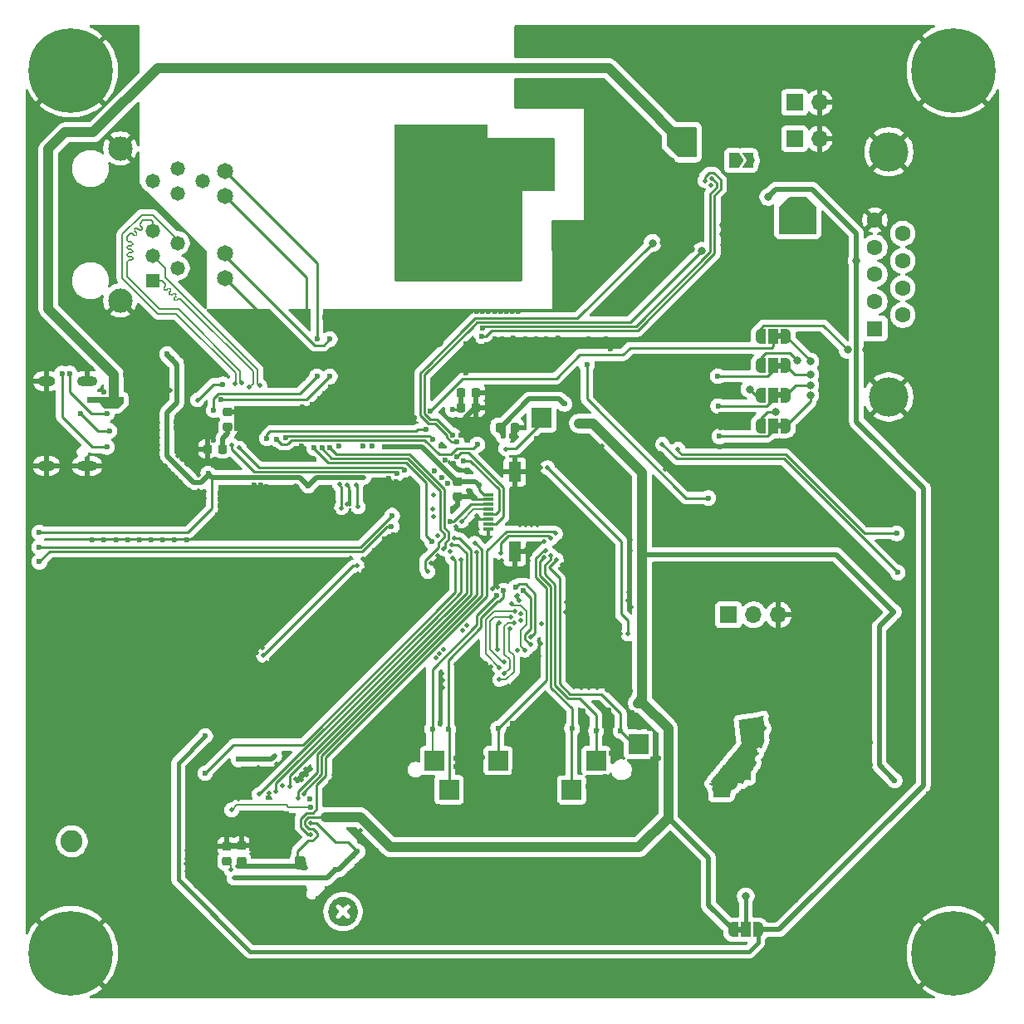
<source format=gbr>
%TF.GenerationSoftware,KiCad,Pcbnew,9.0.0-1.fc41*%
%TF.CreationDate,2025-03-05T15:22:43-08:00*%
%TF.ProjectId,hw_alpha,68775f61-6c70-4686-912e-6b696361645f,rev?*%
%TF.SameCoordinates,Original*%
%TF.FileFunction,Copper,L4,Bot*%
%TF.FilePolarity,Positive*%
%FSLAX46Y46*%
G04 Gerber Fmt 4.6, Leading zero omitted, Abs format (unit mm)*
G04 Created by KiCad (PCBNEW 9.0.0-1.fc41) date 2025-03-05 15:22:43*
%MOMM*%
%LPD*%
G01*
G04 APERTURE LIST*
G04 Aperture macros list*
%AMRoundRect*
0 Rectangle with rounded corners*
0 $1 Rounding radius*
0 $2 $3 $4 $5 $6 $7 $8 $9 X,Y pos of 4 corners*
0 Add a 4 corners polygon primitive as box body*
4,1,4,$2,$3,$4,$5,$6,$7,$8,$9,$2,$3,0*
0 Add four circle primitives for the rounded corners*
1,1,$1+$1,$2,$3*
1,1,$1+$1,$4,$5*
1,1,$1+$1,$6,$7*
1,1,$1+$1,$8,$9*
0 Add four rect primitives between the rounded corners*
20,1,$1+$1,$2,$3,$4,$5,0*
20,1,$1+$1,$4,$5,$6,$7,0*
20,1,$1+$1,$6,$7,$8,$9,0*
20,1,$1+$1,$8,$9,$2,$3,0*%
%AMFreePoly0*
4,1,23,0.550000,-0.750000,0.000000,-0.750000,0.000000,-0.745722,-0.065263,-0.745722,-0.191342,-0.711940,-0.304381,-0.646677,-0.396677,-0.554381,-0.461940,-0.441342,-0.495722,-0.315263,-0.495722,-0.250000,-0.500000,-0.250000,-0.500000,0.250000,-0.495722,0.250000,-0.495722,0.315263,-0.461940,0.441342,-0.396677,0.554381,-0.304381,0.646677,-0.191342,0.711940,-0.065263,0.745722,0.000000,0.745722,
0.000000,0.750000,0.550000,0.750000,0.550000,-0.750000,0.550000,-0.750000,$1*%
%AMFreePoly1*
4,1,23,0.000000,0.745722,0.065263,0.745722,0.191342,0.711940,0.304381,0.646677,0.396677,0.554381,0.461940,0.441342,0.495722,0.315263,0.495722,0.250000,0.500000,0.250000,0.500000,-0.250000,0.495722,-0.250000,0.495722,-0.315263,0.461940,-0.441342,0.396677,-0.554381,0.304381,-0.646677,0.191342,-0.711940,0.065263,-0.745722,0.000000,-0.745722,0.000000,-0.750000,-0.550000,-0.750000,
-0.550000,0.750000,0.000000,0.750000,0.000000,0.745722,0.000000,0.745722,$1*%
%AMFreePoly2*
4,1,6,1.000000,0.000000,0.500000,-0.750000,-0.500000,-0.750000,-0.500000,0.750000,0.500000,0.750000,1.000000,0.000000,1.000000,0.000000,$1*%
%AMFreePoly3*
4,1,6,0.500000,-0.750000,-0.650000,-0.750000,-0.150000,0.000000,-0.650000,0.750000,0.500000,0.750000,0.500000,-0.750000,0.500000,-0.750000,$1*%
G04 Aperture macros list end*
%TA.AperFunction,Conductor*%
%ADD10C,0.000000*%
%TD*%
%TA.AperFunction,Conductor*%
%ADD11C,0.200000*%
%TD*%
%TA.AperFunction,EtchedComponent*%
%ADD12C,0.000000*%
%TD*%
%TA.AperFunction,ComponentPad*%
%ADD13R,1.700000X1.700000*%
%TD*%
%TA.AperFunction,ComponentPad*%
%ADD14O,1.700000X1.700000*%
%TD*%
%TA.AperFunction,HeatsinkPad*%
%ADD15C,0.500000*%
%TD*%
%TA.AperFunction,HeatsinkPad*%
%ADD16R,4.100000X4.100000*%
%TD*%
%TA.AperFunction,ComponentPad*%
%ADD17R,1.478000X1.478000*%
%TD*%
%TA.AperFunction,ComponentPad*%
%ADD18C,1.478000*%
%TD*%
%TA.AperFunction,ComponentPad*%
%ADD19C,1.650000*%
%TD*%
%TA.AperFunction,ComponentPad*%
%ADD20C,2.475000*%
%TD*%
%TA.AperFunction,ComponentPad*%
%ADD21C,0.900000*%
%TD*%
%TA.AperFunction,ComponentPad*%
%ADD22C,8.600000*%
%TD*%
%TA.AperFunction,ComponentPad*%
%ADD23C,2.250000*%
%TD*%
%TA.AperFunction,HeatsinkPad*%
%ADD24R,2.500000X2.500000*%
%TD*%
%TA.AperFunction,ComponentPad*%
%ADD25O,2.100000X1.000000*%
%TD*%
%TA.AperFunction,ComponentPad*%
%ADD26O,1.800000X1.000000*%
%TD*%
%TA.AperFunction,ComponentPad*%
%ADD27C,0.630000*%
%TD*%
%TA.AperFunction,ComponentPad*%
%ADD28C,4.000000*%
%TD*%
%TA.AperFunction,ComponentPad*%
%ADD29R,1.600000X1.600000*%
%TD*%
%TA.AperFunction,ComponentPad*%
%ADD30C,1.600000*%
%TD*%
%TA.AperFunction,SMDPad,CuDef*%
%ADD31R,2.000000X2.000000*%
%TD*%
%TA.AperFunction,SMDPad,CuDef*%
%ADD32FreePoly0,180.000000*%
%TD*%
%TA.AperFunction,SMDPad,CuDef*%
%ADD33R,1.000000X1.500000*%
%TD*%
%TA.AperFunction,SMDPad,CuDef*%
%ADD34FreePoly1,180.000000*%
%TD*%
%TA.AperFunction,SMDPad,CuDef*%
%ADD35RoundRect,0.225000X-0.225000X-0.250000X0.225000X-0.250000X0.225000X0.250000X-0.225000X0.250000X0*%
%TD*%
%TA.AperFunction,SMDPad,CuDef*%
%ADD36FreePoly0,0.000000*%
%TD*%
%TA.AperFunction,SMDPad,CuDef*%
%ADD37FreePoly1,0.000000*%
%TD*%
%TA.AperFunction,SMDPad,CuDef*%
%ADD38RoundRect,0.225000X0.225000X0.250000X-0.225000X0.250000X-0.225000X-0.250000X0.225000X-0.250000X0*%
%TD*%
%TA.AperFunction,SMDPad,CuDef*%
%ADD39RoundRect,0.225000X0.250000X-0.225000X0.250000X0.225000X-0.250000X0.225000X-0.250000X-0.225000X0*%
%TD*%
%TA.AperFunction,SMDPad,CuDef*%
%ADD40RoundRect,0.225000X-0.250000X0.225000X-0.250000X-0.225000X0.250000X-0.225000X0.250000X0.225000X0*%
%TD*%
%TA.AperFunction,SMDPad,CuDef*%
%ADD41FreePoly2,0.000000*%
%TD*%
%TA.AperFunction,SMDPad,CuDef*%
%ADD42FreePoly3,0.000000*%
%TD*%
%TA.AperFunction,SMDPad,CuDef*%
%ADD43R,1.000000X0.300000*%
%TD*%
%TA.AperFunction,SMDPad,CuDef*%
%ADD44R,1.300000X2.000000*%
%TD*%
%TA.AperFunction,ViaPad*%
%ADD45C,0.500000*%
%TD*%
%TA.AperFunction,ViaPad*%
%ADD46C,0.800000*%
%TD*%
%TA.AperFunction,ViaPad*%
%ADD47C,0.600000*%
%TD*%
%TA.AperFunction,Conductor*%
%ADD48C,0.500000*%
%TD*%
%TA.AperFunction,Conductor*%
%ADD49C,0.228600*%
%TD*%
%TA.AperFunction,Conductor*%
%ADD50C,0.250000*%
%TD*%
%TA.AperFunction,Conductor*%
%ADD51C,1.000000*%
%TD*%
%TA.AperFunction,Conductor*%
%ADD52C,0.381000*%
%TD*%
%TA.AperFunction,Conductor*%
%ADD53C,0.127000*%
%TD*%
%TA.AperFunction,Conductor*%
%ADD54C,0.175260*%
%TD*%
G04 APERTURE END LIST*
D10*
%TA.AperFunction,Conductor*%
%TO.N,Net-(D7-A)*%
G36*
X50400000Y-63900000D02*
G01*
X49800000Y-64500000D01*
X48400000Y-64500000D01*
X47900000Y-63900000D01*
X46700000Y-63900000D01*
X46700000Y-63300000D01*
X50400000Y-63300000D01*
X50400000Y-63900000D01*
G37*
%TD.AperFunction*%
D11*
X108725000Y-38775000D02*
X106925000Y-38775000D01*
X105825000Y-37675000D01*
X105825000Y-35875000D01*
X108725000Y-35875000D01*
X108725000Y-38775000D01*
%TA.AperFunction,Conductor*%
G36*
X108725000Y-38775000D02*
G01*
X106925000Y-38775000D01*
X105825000Y-37675000D01*
X105825000Y-35875000D01*
X108725000Y-35875000D01*
X108725000Y-38775000D01*
G37*
%TD.AperFunction*%
%TO.N,+3V3*%
X120900000Y-44000000D02*
X120900000Y-46600000D01*
X117300000Y-46600000D01*
X117300000Y-44000000D01*
X118300000Y-43000000D01*
X119900000Y-43000000D01*
X120900000Y-44000000D01*
%TA.AperFunction,Conductor*%
G36*
X120900000Y-44000000D02*
G01*
X120900000Y-46600000D01*
X117300000Y-46600000D01*
X117300000Y-44000000D01*
X118300000Y-43000000D01*
X119900000Y-43000000D01*
X120900000Y-44000000D01*
G37*
%TD.AperFunction*%
D12*
%TA.AperFunction,EtchedComponent*%
%TD*%
%TO.C,JP4*%
G36*
X117500000Y-66537292D02*
G01*
X117000000Y-66537292D01*
X117000000Y-65937292D01*
X117500000Y-65937292D01*
X117500000Y-66537292D01*
G37*
%TD.AperFunction*%
%TA.AperFunction,EtchedComponent*%
%TO.C,JP3*%
G36*
X117500000Y-57394792D02*
G01*
X117000000Y-57394792D01*
X117000000Y-56794792D01*
X117500000Y-56794792D01*
X117500000Y-57394792D01*
G37*
%TD.AperFunction*%
%TA.AperFunction,EtchedComponent*%
%TO.C,JP5*%
G36*
X113400000Y-117900000D02*
G01*
X112900000Y-117900000D01*
X112900000Y-117300000D01*
X113400000Y-117300000D01*
X113400000Y-117900000D01*
G37*
%TD.AperFunction*%
%TA.AperFunction,EtchedComponent*%
%TO.C,G\u002A\u002A\u002A*%
G36*
X115613436Y-95782658D02*
G01*
X115624487Y-95783834D01*
X115632708Y-95787743D01*
X115638227Y-95795458D01*
X115641176Y-95808052D01*
X115641685Y-95826596D01*
X115639884Y-95852163D01*
X115635905Y-95885826D01*
X115629876Y-95928656D01*
X115624289Y-95975576D01*
X115620025Y-96033665D01*
X115617826Y-96095256D01*
X115617691Y-96157609D01*
X115619622Y-96217979D01*
X115623622Y-96273623D01*
X115629690Y-96321801D01*
X115634509Y-96353199D01*
X115639843Y-96391193D01*
X115644897Y-96430083D01*
X115649020Y-96465053D01*
X115650421Y-96477503D01*
X115659277Y-96542647D01*
X115670209Y-96599532D01*
X115683987Y-96649940D01*
X115701377Y-96695651D01*
X115723149Y-96738445D01*
X115750069Y-96780103D01*
X115782906Y-96822405D01*
X115822428Y-96867132D01*
X115839045Y-96885377D01*
X115858727Y-96908550D01*
X115874299Y-96929636D01*
X115887889Y-96951598D01*
X115901627Y-96977404D01*
X115910219Y-96994880D01*
X115922185Y-97022474D01*
X115929995Y-97047353D01*
X115933269Y-97070614D01*
X115931631Y-97093357D01*
X115924703Y-97116680D01*
X115912107Y-97141683D01*
X115893466Y-97169465D01*
X115868403Y-97201123D01*
X115836540Y-97237757D01*
X115797499Y-97280466D01*
X115780466Y-97298900D01*
X115744501Y-97338409D01*
X115715161Y-97371700D01*
X115691877Y-97399536D01*
X115674080Y-97422683D01*
X115661201Y-97441907D01*
X115652671Y-97457972D01*
X115647921Y-97471643D01*
X115646382Y-97483687D01*
X115646687Y-97486005D01*
X115650850Y-97497577D01*
X115658874Y-97514203D01*
X115669465Y-97533110D01*
X115671340Y-97536301D01*
X115683402Y-97559414D01*
X115693771Y-97583276D01*
X115700377Y-97603196D01*
X115702343Y-97613348D01*
X115705268Y-97637040D01*
X115707902Y-97668629D01*
X115710200Y-97706568D01*
X115712114Y-97749311D01*
X115713598Y-97795309D01*
X115714604Y-97843016D01*
X115715088Y-97890886D01*
X115715001Y-97937370D01*
X115714297Y-97980922D01*
X115712931Y-98019996D01*
X115712065Y-98039146D01*
X115710061Y-98095931D01*
X115709390Y-98142909D01*
X115710065Y-98180484D01*
X115712100Y-98209060D01*
X115715509Y-98229045D01*
X115720305Y-98240841D01*
X115722547Y-98244264D01*
X115725524Y-98250951D01*
X115726608Y-98259239D01*
X115725592Y-98270807D01*
X115722271Y-98287335D01*
X115716438Y-98310502D01*
X115707886Y-98341990D01*
X115699640Y-98370552D01*
X115683074Y-98421806D01*
X115663021Y-98477041D01*
X115639003Y-98537490D01*
X115610541Y-98604385D01*
X115577158Y-98678958D01*
X115570899Y-98693012D01*
X115558203Y-98722797D01*
X115543128Y-98759355D01*
X115526422Y-98800817D01*
X115508835Y-98845315D01*
X115491118Y-98890980D01*
X115474020Y-98935945D01*
X115472234Y-98940695D01*
X115453339Y-98990594D01*
X115437456Y-99031611D01*
X115424133Y-99064600D01*
X115412916Y-99090417D01*
X115403352Y-99109917D01*
X115394987Y-99123954D01*
X115387368Y-99133383D01*
X115380042Y-99139060D01*
X115372555Y-99141839D01*
X115364455Y-99142576D01*
X115357056Y-99141180D01*
X115340408Y-99133203D01*
X115319849Y-99119019D01*
X115312146Y-99113072D01*
X115285535Y-99092995D01*
X115264514Y-99078185D01*
X115247205Y-99067453D01*
X115231731Y-99059613D01*
X115216212Y-99053475D01*
X115199108Y-99047940D01*
X115182246Y-99044655D01*
X115166326Y-99045299D01*
X115147913Y-99050086D01*
X115123572Y-99059229D01*
X115098838Y-99067460D01*
X115057908Y-99074372D01*
X115012432Y-99074231D01*
X114960778Y-99067114D01*
X114949661Y-99065055D01*
X114929942Y-99062028D01*
X114919810Y-99061729D01*
X114918926Y-99064182D01*
X114926954Y-99069408D01*
X114935327Y-99075490D01*
X114936680Y-99082347D01*
X114927881Y-99087727D01*
X114922072Y-99090560D01*
X114915242Y-99097922D01*
X114915095Y-99099348D01*
X114916840Y-99109413D01*
X114921428Y-99126621D01*
X114928301Y-99148995D01*
X114936900Y-99174559D01*
X114961259Y-99244155D01*
X114961621Y-99356152D01*
X114961673Y-99370206D01*
X114962015Y-99407265D01*
X114962934Y-99436153D01*
X114964823Y-99458564D01*
X114968075Y-99476196D01*
X114973085Y-99490744D01*
X114980244Y-99503905D01*
X114989946Y-99517374D01*
X115002585Y-99532848D01*
X115021216Y-99555148D01*
X115024393Y-99539264D01*
X115025707Y-99533861D01*
X115034761Y-99517198D01*
X115050629Y-99507657D01*
X115074204Y-99504614D01*
X115079159Y-99504656D01*
X115094258Y-99506222D01*
X115105210Y-99511635D01*
X115116986Y-99523037D01*
X115120450Y-99527088D01*
X115134149Y-99547673D01*
X115147315Y-99573564D01*
X115158528Y-99601346D01*
X115166363Y-99627603D01*
X115169401Y-99648918D01*
X115169298Y-99657104D01*
X115167210Y-99670026D01*
X115161012Y-99681180D01*
X115148790Y-99694826D01*
X115137216Y-99705364D01*
X115118734Y-99720285D01*
X115096543Y-99736953D01*
X115073257Y-99753343D01*
X115044151Y-99773128D01*
X114995932Y-99806162D01*
X114955570Y-99834230D01*
X114922483Y-99857782D01*
X114896087Y-99877264D01*
X114875799Y-99893126D01*
X114861035Y-99905814D01*
X114851211Y-99915778D01*
X114845745Y-99923464D01*
X114844053Y-99929321D01*
X114845414Y-99938537D01*
X114849949Y-99952032D01*
X114851863Y-99960257D01*
X114849534Y-99973148D01*
X114841334Y-99989426D01*
X114826733Y-100009915D01*
X114805201Y-100035441D01*
X114776209Y-100066829D01*
X114754543Y-100089896D01*
X114739014Y-100108060D01*
X114729315Y-100123100D01*
X114724738Y-100137220D01*
X114724575Y-100152624D01*
X114728119Y-100171514D01*
X114734660Y-100196095D01*
X114735061Y-100197551D01*
X114740123Y-100217629D01*
X114743713Y-100234932D01*
X114745078Y-100245858D01*
X114747266Y-100258962D01*
X114755414Y-100281178D01*
X114768885Y-100309103D01*
X114786935Y-100341481D01*
X114808819Y-100377055D01*
X114833792Y-100414571D01*
X114861112Y-100452772D01*
X114890033Y-100490403D01*
X114893063Y-100494212D01*
X114908531Y-100514025D01*
X114921092Y-100530733D01*
X114929526Y-100542678D01*
X114932609Y-100548199D01*
X114930209Y-100553265D01*
X114922672Y-100561643D01*
X114912521Y-100574412D01*
X114901090Y-100599461D01*
X114891470Y-100633908D01*
X114883830Y-100677240D01*
X114881927Y-100690444D01*
X114875778Y-100724944D01*
X114868017Y-100753650D01*
X114857487Y-100778517D01*
X114843031Y-100801501D01*
X114823488Y-100824558D01*
X114797703Y-100849643D01*
X114764516Y-100878712D01*
X114742023Y-100898246D01*
X114700882Y-100936198D01*
X114663827Y-100973336D01*
X114631758Y-101008645D01*
X114605574Y-101041106D01*
X114586177Y-101069702D01*
X114574467Y-101093417D01*
X114573911Y-101095117D01*
X114570850Y-101109316D01*
X114568022Y-101129436D01*
X114565975Y-101151701D01*
X114564042Y-101170463D01*
X114553396Y-101217504D01*
X114534148Y-101266526D01*
X114506042Y-101318029D01*
X114468819Y-101372511D01*
X114422224Y-101430470D01*
X114408606Y-101446477D01*
X114377927Y-101483940D01*
X114353955Y-101515708D01*
X114336008Y-101542779D01*
X114323405Y-101566151D01*
X114315465Y-101586822D01*
X114314335Y-101590906D01*
X114309377Y-101621320D01*
X114307892Y-101659207D01*
X114309883Y-101702548D01*
X114315351Y-101749320D01*
X114315874Y-101752966D01*
X114318728Y-101779377D01*
X114321071Y-101811791D01*
X114322671Y-101846438D01*
X114323299Y-101879550D01*
X114323326Y-101884849D01*
X114324112Y-101918553D01*
X114325804Y-101953212D01*
X114328179Y-101985036D01*
X114331012Y-102010234D01*
X114335311Y-102047423D01*
X114338154Y-102094298D01*
X114338646Y-102142444D01*
X114336944Y-102190406D01*
X114333206Y-102236730D01*
X114327591Y-102279962D01*
X114320255Y-102318649D01*
X114311356Y-102351335D01*
X114301053Y-102376569D01*
X114289502Y-102392895D01*
X114283171Y-102398036D01*
X114274887Y-102401243D01*
X114265169Y-102399885D01*
X114252452Y-102393346D01*
X114235173Y-102381010D01*
X114211768Y-102362262D01*
X114208847Y-102359872D01*
X114178114Y-102336345D01*
X114151579Y-102320088D01*
X114126927Y-102310458D01*
X114101844Y-102306813D01*
X114074014Y-102308510D01*
X114041123Y-102314908D01*
X113994151Y-102323277D01*
X113930334Y-102325814D01*
X113865452Y-102318175D01*
X113830552Y-102312697D01*
X113794835Y-102310142D01*
X113765211Y-102311549D01*
X113743444Y-102316934D01*
X113730243Y-102323885D01*
X113716731Y-102334753D01*
X113703974Y-102349950D01*
X113691278Y-102370622D01*
X113677950Y-102397914D01*
X113663297Y-102432974D01*
X113646626Y-102476947D01*
X113639768Y-102495451D01*
X113617294Y-102553148D01*
X113596542Y-102601446D01*
X113577191Y-102640963D01*
X113558921Y-102672317D01*
X113541412Y-102696127D01*
X113524342Y-102713012D01*
X113517117Y-102718549D01*
X113505134Y-102725326D01*
X113491659Y-102728386D01*
X113472250Y-102729102D01*
X113463114Y-102728921D01*
X113450024Y-102727612D01*
X113436341Y-102724449D01*
X113419877Y-102718744D01*
X113398444Y-102709809D01*
X113369852Y-102696959D01*
X113362662Y-102693674D01*
X113331561Y-102679647D01*
X113306455Y-102669092D01*
X113284999Y-102661524D01*
X113264849Y-102656457D01*
X113243660Y-102653404D01*
X113219087Y-102651879D01*
X113188785Y-102651397D01*
X113150410Y-102651471D01*
X113126789Y-102651595D01*
X113092355Y-102652172D01*
X113065752Y-102653823D01*
X113045327Y-102657268D01*
X113029428Y-102663226D01*
X113016404Y-102672418D01*
X113004603Y-102685563D01*
X112992373Y-102703383D01*
X112978062Y-102726595D01*
X112977715Y-102727172D01*
X112968871Y-102745058D01*
X112958363Y-102771267D01*
X112946786Y-102804036D01*
X112934732Y-102841603D01*
X112922796Y-102882204D01*
X112911571Y-102924076D01*
X112889785Y-103009658D01*
X112836766Y-103069934D01*
X112835243Y-103071668D01*
X112811248Y-103099500D01*
X112785048Y-103130665D01*
X112759709Y-103161479D01*
X112738299Y-103188257D01*
X112731997Y-103196236D01*
X112706896Y-103225987D01*
X112683459Y-103249275D01*
X112659672Y-103267200D01*
X112633522Y-103280865D01*
X112602994Y-103291373D01*
X112566076Y-103299824D01*
X112520755Y-103307321D01*
X112500139Y-103310606D01*
X112441674Y-103323336D01*
X112390880Y-103340298D01*
X112346111Y-103362122D01*
X112305719Y-103389435D01*
X112301839Y-103392538D01*
X112289291Y-103404459D01*
X112280536Y-103417562D01*
X112274684Y-103434153D01*
X112270846Y-103456542D01*
X112268134Y-103487038D01*
X112266170Y-103508887D01*
X112253491Y-103581887D01*
X112231337Y-103657503D01*
X112199925Y-103734945D01*
X112199785Y-103735756D01*
X112202692Y-103743771D01*
X112210443Y-103756995D01*
X112221664Y-103773022D01*
X112233134Y-103789363D01*
X112243874Y-103809553D01*
X112248510Y-103827531D01*
X112248360Y-103849815D01*
X112242244Y-103882719D01*
X112230055Y-103921497D01*
X112212200Y-103965060D01*
X112189083Y-104012319D01*
X112161111Y-104062185D01*
X112128250Y-104117350D01*
X111309036Y-104117350D01*
X110489823Y-104117350D01*
X110487952Y-103873821D01*
X110487639Y-103833628D01*
X110487208Y-103783359D01*
X110486750Y-103741567D01*
X110486207Y-103707103D01*
X110485521Y-103678820D01*
X110484632Y-103655566D01*
X110483482Y-103636195D01*
X110482012Y-103619558D01*
X110480163Y-103604504D01*
X110477876Y-103589887D01*
X110475092Y-103574555D01*
X110471753Y-103557362D01*
X110466570Y-103531369D01*
X110457711Y-103489430D01*
X110449577Y-103455055D01*
X110441649Y-103426454D01*
X110433410Y-103401836D01*
X110424343Y-103379410D01*
X110413928Y-103357386D01*
X110405905Y-103341064D01*
X110389751Y-103304295D01*
X110379617Y-103272713D01*
X110375297Y-103244085D01*
X110376587Y-103216180D01*
X110383280Y-103186765D01*
X110395171Y-103153609D01*
X110408943Y-103116061D01*
X110420202Y-103073394D01*
X110425565Y-103031843D01*
X110425698Y-102987797D01*
X110423562Y-102961185D01*
X110418993Y-102939537D01*
X110410726Y-102923235D01*
X110397421Y-102911074D01*
X110377738Y-102901852D01*
X110350339Y-102894365D01*
X110313882Y-102887412D01*
X110302071Y-102885328D01*
X110261792Y-102876853D01*
X110228805Y-102867199D01*
X110200620Y-102855535D01*
X110174752Y-102841034D01*
X110168587Y-102837002D01*
X110143879Y-102818569D01*
X110120292Y-102797729D01*
X110099331Y-102776128D01*
X110082498Y-102755414D01*
X110071295Y-102737233D01*
X110067227Y-102723231D01*
X110067581Y-102719090D01*
X110071944Y-102710053D01*
X110082183Y-102702538D01*
X110099432Y-102696067D01*
X110124824Y-102690162D01*
X110159493Y-102684345D01*
X110202472Y-102677592D01*
X110241198Y-102670463D01*
X110270740Y-102663371D01*
X110291735Y-102655899D01*
X110304816Y-102647630D01*
X110310618Y-102638149D01*
X110309776Y-102627039D01*
X110302925Y-102613884D01*
X110290698Y-102598266D01*
X110278030Y-102583037D01*
X110264659Y-102563681D01*
X110257646Y-102546648D01*
X110256040Y-102529264D01*
X110258889Y-102508852D01*
X110260433Y-102502402D01*
X110268822Y-102477052D01*
X110281761Y-102445877D01*
X110298262Y-102411006D01*
X110317336Y-102374564D01*
X110337996Y-102338677D01*
X110342022Y-102332329D01*
X110355400Y-102313015D01*
X110373552Y-102288358D01*
X110395107Y-102260163D01*
X110418698Y-102230232D01*
X110442955Y-102200369D01*
X110447291Y-102195117D01*
X110463912Y-102174980D01*
X110486785Y-102147262D01*
X110515629Y-102112301D01*
X110550169Y-102070434D01*
X110590124Y-102022000D01*
X110635216Y-101967336D01*
X110685167Y-101906779D01*
X110739699Y-101840667D01*
X110798533Y-101769339D01*
X110861390Y-101693130D01*
X110927992Y-101612379D01*
X110998060Y-101527424D01*
X111071317Y-101438602D01*
X111147483Y-101346251D01*
X111226281Y-101250709D01*
X111307431Y-101152312D01*
X111390655Y-101051400D01*
X111475674Y-100948308D01*
X111562211Y-100843376D01*
X111614903Y-100779482D01*
X111754774Y-100609880D01*
X111888117Y-100448194D01*
X112015006Y-100294336D01*
X112135516Y-100148217D01*
X112249718Y-100009747D01*
X112357687Y-99878838D01*
X112459497Y-99755400D01*
X112555220Y-99639344D01*
X112644931Y-99530581D01*
X112728702Y-99429022D01*
X112806608Y-99334578D01*
X112878721Y-99247159D01*
X112945116Y-99166678D01*
X113005865Y-99093043D01*
X113061043Y-99026167D01*
X113108651Y-98968388D01*
X113162454Y-98902859D01*
X113210284Y-98844325D01*
X113252046Y-98792906D01*
X113287645Y-98748720D01*
X113316986Y-98711888D01*
X113339972Y-98682527D01*
X113356509Y-98660757D01*
X113366501Y-98646697D01*
X113369852Y-98640466D01*
X113369815Y-98639783D01*
X113368953Y-98631284D01*
X113366943Y-98613465D01*
X113363779Y-98586272D01*
X113359456Y-98549653D01*
X113353966Y-98503552D01*
X113347302Y-98447917D01*
X113339459Y-98382693D01*
X113330430Y-98307828D01*
X113320209Y-98223266D01*
X113308788Y-98128955D01*
X113296161Y-98024841D01*
X113282322Y-97910869D01*
X113267265Y-97786987D01*
X113250982Y-97653140D01*
X113233468Y-97509275D01*
X113214715Y-97355339D01*
X113194718Y-97191276D01*
X113173469Y-97017034D01*
X113150963Y-96832559D01*
X113127192Y-96637797D01*
X113124780Y-96617999D01*
X113117114Y-96554668D01*
X113109913Y-96494513D01*
X113103267Y-96438331D01*
X113097266Y-96386917D01*
X113092001Y-96341068D01*
X113087564Y-96301579D01*
X113084044Y-96269246D01*
X113081534Y-96244865D01*
X113080122Y-96229231D01*
X113079901Y-96223141D01*
X113083034Y-96220374D01*
X113094243Y-96216376D01*
X113110234Y-96213564D01*
X113112120Y-96213357D01*
X113130271Y-96211208D01*
X113157817Y-96207770D01*
X113193954Y-96203150D01*
X113237877Y-96197457D01*
X113288781Y-96190800D01*
X113345863Y-96183287D01*
X113408317Y-96175026D01*
X113475340Y-96166125D01*
X113546126Y-96156692D01*
X113619871Y-96146837D01*
X113695772Y-96136666D01*
X113773022Y-96126290D01*
X113850818Y-96115815D01*
X113928356Y-96105350D01*
X114004830Y-96095004D01*
X114079436Y-96084884D01*
X114151370Y-96075100D01*
X114219828Y-96065759D01*
X114284004Y-96056969D01*
X114343095Y-96048840D01*
X114396295Y-96041478D01*
X114442801Y-96034993D01*
X114481808Y-96029494D01*
X114512511Y-96025087D01*
X114534106Y-96021881D01*
X114583964Y-96014185D01*
X114647428Y-96004230D01*
X114711824Y-95993972D01*
X114775905Y-95983616D01*
X114838423Y-95973372D01*
X114898129Y-95963448D01*
X114953776Y-95954049D01*
X115004115Y-95945386D01*
X115047898Y-95937665D01*
X115083877Y-95931094D01*
X115110804Y-95925880D01*
X115113724Y-95925268D01*
X115136133Y-95919849D01*
X115166169Y-95911719D01*
X115201920Y-95901439D01*
X115241479Y-95889567D01*
X115282936Y-95876663D01*
X115324381Y-95863287D01*
X115363661Y-95850462D01*
X115428392Y-95829857D01*
X115483927Y-95812937D01*
X115530167Y-95799728D01*
X115567012Y-95790258D01*
X115594363Y-95784556D01*
X115612122Y-95782650D01*
X115613436Y-95782658D01*
G37*
%TD.AperFunction*%
%TA.AperFunction,EtchedComponent*%
%TO.C,JP1*%
G36*
X117500000Y-60394792D02*
G01*
X117000000Y-60394792D01*
X117000000Y-59794792D01*
X117500000Y-59794792D01*
X117500000Y-60394792D01*
G37*
%TD.AperFunction*%
%TA.AperFunction,EtchedComponent*%
%TO.C,JP2*%
G36*
X117500000Y-63394792D02*
G01*
X117000000Y-63394792D01*
X117000000Y-62794792D01*
X117500000Y-62794792D01*
X117500000Y-63394792D01*
G37*
%TD.AperFunction*%
%TA.AperFunction,EtchedComponent*%
%TO.C,G\u002A\u002A\u002A*%
G36*
X72861935Y-114255195D02*
G01*
X72978679Y-114268237D01*
X73093753Y-114290324D01*
X73206639Y-114321310D01*
X73271579Y-114344734D01*
X73316821Y-114361053D01*
X73423782Y-114409408D01*
X73527005Y-114466231D01*
X73625972Y-114531380D01*
X73720167Y-114604709D01*
X73809073Y-114686076D01*
X73892173Y-114775336D01*
X73925325Y-114815363D01*
X73996390Y-114912237D01*
X74059507Y-115014691D01*
X74114358Y-115121989D01*
X74160623Y-115233399D01*
X74197984Y-115348188D01*
X74226120Y-115465622D01*
X74244713Y-115584967D01*
X74245326Y-115590863D01*
X74247258Y-115618626D01*
X74248617Y-115653685D01*
X74249414Y-115693917D01*
X74249659Y-115737200D01*
X74249363Y-115781410D01*
X74248537Y-115824424D01*
X74247192Y-115864120D01*
X74245338Y-115898375D01*
X74242986Y-115925065D01*
X74241471Y-115937571D01*
X74221406Y-116058125D01*
X74191944Y-116175665D01*
X74153343Y-116289748D01*
X74105857Y-116399931D01*
X74049742Y-116505772D01*
X73985254Y-116606827D01*
X73912649Y-116702654D01*
X73832182Y-116792809D01*
X73744108Y-116876851D01*
X73648685Y-116954336D01*
X73609944Y-116982378D01*
X73509389Y-117046906D01*
X73404436Y-117102723D01*
X73294804Y-117149940D01*
X73180215Y-117188671D01*
X73060385Y-117219027D01*
X72935036Y-117241123D01*
X72930599Y-117241698D01*
X72905352Y-117243938D01*
X72872503Y-117245664D01*
X72834003Y-117246878D01*
X72791800Y-117247579D01*
X72747844Y-117247769D01*
X72704082Y-117247447D01*
X72662464Y-117246614D01*
X72624939Y-117245271D01*
X72593456Y-117243417D01*
X72569964Y-117241053D01*
X72544327Y-117237313D01*
X72423606Y-117214556D01*
X72308513Y-117183937D01*
X72198194Y-117145125D01*
X72091794Y-117097787D01*
X71988458Y-117041592D01*
X71887330Y-116976208D01*
X71871049Y-116964618D01*
X71797183Y-116906896D01*
X71724344Y-116841936D01*
X71654703Y-116771893D01*
X71590430Y-116698920D01*
X71533695Y-116625172D01*
X71481346Y-116546726D01*
X71420408Y-116439865D01*
X71368627Y-116329166D01*
X71343541Y-116261739D01*
X72016798Y-116261739D01*
X72020037Y-116290793D01*
X72027983Y-116313197D01*
X72046208Y-116347368D01*
X72070808Y-116381665D01*
X72100042Y-116414011D01*
X72132168Y-116442324D01*
X72165447Y-116464525D01*
X72167509Y-116465665D01*
X72186974Y-116475786D01*
X72202061Y-116481658D01*
X72216446Y-116484386D01*
X72233809Y-116485078D01*
X72248342Y-116484453D01*
X72267964Y-116481837D01*
X72282645Y-116477866D01*
X72282941Y-116477735D01*
X72290903Y-116472873D01*
X72305895Y-116462604D01*
X72327067Y-116447547D01*
X72353569Y-116428322D01*
X72384550Y-116405552D01*
X72419161Y-116379855D01*
X72456552Y-116351854D01*
X72495873Y-116322168D01*
X72498886Y-116319884D01*
X72538066Y-116290248D01*
X72575203Y-116262261D01*
X72609452Y-116236553D01*
X72639967Y-116213755D01*
X72665903Y-116194494D01*
X72686416Y-116179402D01*
X72700660Y-116169109D01*
X72707790Y-116164243D01*
X72716959Y-116159661D01*
X72742018Y-116152726D01*
X72768247Y-116151629D01*
X72791312Y-116156758D01*
X72795025Y-116158617D01*
X72803115Y-116163543D01*
X72814921Y-116171445D01*
X72830867Y-116182636D01*
X72851373Y-116197427D01*
X72876860Y-116216129D01*
X72907751Y-116239055D01*
X72944466Y-116266516D01*
X72987427Y-116298824D01*
X73037055Y-116336290D01*
X73093772Y-116379226D01*
X73157999Y-116427944D01*
X73167091Y-116434758D01*
X73189572Y-116450894D01*
X73210079Y-116464680D01*
X73226657Y-116474831D01*
X73237348Y-116480062D01*
X73241921Y-116481453D01*
X73268641Y-116484909D01*
X73296604Y-116480409D01*
X73326526Y-116467663D01*
X73359125Y-116446380D01*
X73395120Y-116416271D01*
X73398484Y-116413154D01*
X73420294Y-116390956D01*
X73442021Y-116365880D01*
X73461812Y-116340300D01*
X73477813Y-116316589D01*
X73488170Y-116297124D01*
X73491555Y-116286794D01*
X73494803Y-116261924D01*
X73493016Y-116236387D01*
X73486301Y-116214899D01*
X73484813Y-116212334D01*
X73477313Y-116201101D01*
X73464894Y-116183538D01*
X73448379Y-116160774D01*
X73428592Y-116133938D01*
X73406356Y-116104158D01*
X73382493Y-116072563D01*
X73363250Y-116047224D01*
X73324833Y-115996597D01*
X73291857Y-115953053D01*
X73263892Y-115915995D01*
X73240507Y-115884824D01*
X73221271Y-115858941D01*
X73205753Y-115837749D01*
X73193524Y-115820648D01*
X73184152Y-115807040D01*
X73177207Y-115796328D01*
X73172258Y-115787911D01*
X73168875Y-115781193D01*
X73166626Y-115775575D01*
X73165081Y-115770458D01*
X73162355Y-115755813D01*
X73163770Y-115725603D01*
X73174570Y-115697489D01*
X73179038Y-115690935D01*
X73189024Y-115677143D01*
X73203829Y-115657076D01*
X73222816Y-115631585D01*
X73245346Y-115601525D01*
X73270783Y-115567747D01*
X73298489Y-115531104D01*
X73327826Y-115492449D01*
X73355463Y-115455974D01*
X73383531Y-115418656D01*
X73409443Y-115383927D01*
X73432544Y-115352678D01*
X73452179Y-115325801D01*
X73467693Y-115304186D01*
X73478430Y-115288725D01*
X73483737Y-115280310D01*
X73488714Y-115268293D01*
X73494077Y-115243326D01*
X73494602Y-115217755D01*
X73489960Y-115196059D01*
X73482181Y-115180582D01*
X73465622Y-115155932D01*
X73443691Y-115128755D01*
X73418055Y-115100839D01*
X73390381Y-115073972D01*
X73362337Y-115049943D01*
X73335590Y-115030540D01*
X73332779Y-115028731D01*
X73315916Y-115018581D01*
X73302697Y-115012892D01*
X73289219Y-115010403D01*
X73271579Y-115009854D01*
X73261028Y-115010166D01*
X73239840Y-115012809D01*
X73224599Y-115017611D01*
X73224485Y-115017671D01*
X73217302Y-115022392D01*
X73203036Y-115032525D01*
X73182531Y-115047447D01*
X73156632Y-115066531D01*
X73126183Y-115089154D01*
X73092029Y-115114689D01*
X73055014Y-115142513D01*
X73015983Y-115172000D01*
X73015126Y-115172648D01*
X72976013Y-115202216D01*
X72938851Y-115230208D01*
X72904498Y-115255985D01*
X72873815Y-115278908D01*
X72847658Y-115298336D01*
X72826887Y-115313630D01*
X72812361Y-115324150D01*
X72804937Y-115329256D01*
X72804202Y-115329695D01*
X72784001Y-115337105D01*
X72759317Y-115339998D01*
X72734453Y-115338255D01*
X72713718Y-115331758D01*
X72713659Y-115331727D01*
X72706442Y-115327017D01*
X72692137Y-115316881D01*
X72671596Y-115301948D01*
X72645667Y-115282848D01*
X72615200Y-115260210D01*
X72581047Y-115234662D01*
X72544056Y-115206834D01*
X72505078Y-115177355D01*
X72504778Y-115177128D01*
X72465729Y-115147571D01*
X72428618Y-115119582D01*
X72394305Y-115093803D01*
X72363650Y-115070874D01*
X72337513Y-115051439D01*
X72316755Y-115036137D01*
X72302235Y-115025611D01*
X72294812Y-115020502D01*
X72283550Y-115014949D01*
X72266859Y-115011020D01*
X72244069Y-115009873D01*
X72243961Y-115009873D01*
X72227817Y-115010186D01*
X72215527Y-115011868D01*
X72204077Y-115016006D01*
X72190451Y-115023689D01*
X72171635Y-115036004D01*
X72145412Y-115055265D01*
X72113616Y-115082666D01*
X72083591Y-115112566D01*
X72057699Y-115142584D01*
X72038304Y-115170339D01*
X72034320Y-115177095D01*
X72026049Y-115192506D01*
X72021756Y-115205033D01*
X72020380Y-115218786D01*
X72020858Y-115237872D01*
X72021049Y-115241690D01*
X72023184Y-115262760D01*
X72027483Y-115278126D01*
X72034917Y-115291481D01*
X72034988Y-115291584D01*
X72040620Y-115299347D01*
X72051644Y-115314185D01*
X72067412Y-115335236D01*
X72087274Y-115361640D01*
X72110582Y-115392534D01*
X72136686Y-115427058D01*
X72164939Y-115464350D01*
X72194691Y-115503550D01*
X72204677Y-115516703D01*
X72238426Y-115561313D01*
X72266620Y-115598891D01*
X72289734Y-115630111D01*
X72308242Y-115655645D01*
X72322617Y-115676166D01*
X72333334Y-115692348D01*
X72340867Y-115704864D01*
X72345690Y-115714386D01*
X72348277Y-115721587D01*
X72350731Y-115733209D01*
X72351009Y-115762762D01*
X72341843Y-115790743D01*
X72341634Y-115791129D01*
X72336656Y-115798571D01*
X72326301Y-115813041D01*
X72311182Y-115833714D01*
X72291911Y-115859765D01*
X72269101Y-115890369D01*
X72243364Y-115924701D01*
X72215314Y-115961936D01*
X72185561Y-116001248D01*
X72182032Y-116005903D01*
X72152407Y-116045074D01*
X72124529Y-116082115D01*
X72099014Y-116116195D01*
X72076479Y-116146482D01*
X72057542Y-116172143D01*
X72042819Y-116192347D01*
X72032927Y-116206262D01*
X72028484Y-116213055D01*
X72021263Y-116231710D01*
X72016798Y-116261739D01*
X71343541Y-116261739D01*
X71326127Y-116214933D01*
X71293031Y-116097470D01*
X71269464Y-115977078D01*
X71266063Y-115951527D01*
X71261837Y-115907382D01*
X71258577Y-115857569D01*
X71256354Y-115804644D01*
X71255241Y-115751163D01*
X71255309Y-115699682D01*
X71256628Y-115652755D01*
X71259272Y-115612939D01*
X71269135Y-115531680D01*
X71291624Y-115413348D01*
X71323173Y-115298229D01*
X71363434Y-115186764D01*
X71412056Y-115079391D01*
X71468691Y-114976549D01*
X71532989Y-114878677D01*
X71604603Y-114786214D01*
X71683182Y-114699599D01*
X71768378Y-114619271D01*
X71859841Y-114545669D01*
X71957224Y-114479232D01*
X72060176Y-114420399D01*
X72168349Y-114369609D01*
X72281393Y-114327301D01*
X72388596Y-114296339D01*
X72506851Y-114271768D01*
X72625504Y-114256816D01*
X72744038Y-114251340D01*
X72861935Y-114255195D01*
G37*
%TD.AperFunction*%
%TD*%
D13*
%TO.P,J13,1,Pin_1*%
%TO.N,+3V3*%
X118785000Y-36975000D03*
D14*
%TO.P,J13,2,Pin_2*%
%TO.N,GND*%
X121325000Y-36975000D03*
%TD*%
D15*
%TO.P,U3,49,EP*%
%TO.N,GND*%
X63450000Y-105800000D03*
X63450000Y-107000000D03*
X63450000Y-108200000D03*
X63450000Y-109400000D03*
X64650000Y-105800000D03*
X64650000Y-107000000D03*
X64650000Y-108200000D03*
X64650000Y-109400000D03*
D16*
X65250000Y-107600000D03*
D15*
X65850000Y-105800000D03*
X65850000Y-107000000D03*
X65850000Y-108200000D03*
X65850000Y-109400000D03*
X67050000Y-105800000D03*
X67050000Y-107000000D03*
X67050000Y-108200000D03*
X67050000Y-109400000D03*
%TD*%
D17*
%TO.P,J1,1,TD+*%
%TO.N,ETH_TX+*%
X53350000Y-51430000D03*
D18*
%TO.P,J1,2,CT*%
%TO.N,ETH_CT*%
X55890000Y-50160000D03*
%TO.P,J1,3,TD-*%
%TO.N,ETH_TX-*%
X53350000Y-48890000D03*
%TO.P,J1,4,RD+*%
%TO.N,ETH_RX+*%
X55890000Y-47620000D03*
%TO.P,J1,5,RD-*%
%TO.N,ETH_RX-*%
X53350000Y-46350000D03*
%TO.P,J1,8,VC+_P8*%
%TO.N,Net-(D2-2)*%
X55890000Y-42540000D03*
%TO.P,J1,9,VC-_P9*%
%TO.N,Net-(D2-1)*%
X53350000Y-41270000D03*
%TO.P,J1,10,VC+_P10*%
%TO.N,Net-(D1-2)*%
X55890000Y-40000000D03*
%TO.P,J1,11,VC-_P11*%
%TO.N,Net-(D1-1)*%
X58430000Y-41270000D03*
D19*
%TO.P,J1,A1*%
%TO.N,Net-(J1-PadA1)*%
X60720000Y-40250000D03*
%TO.P,J1,A2*%
%TO.N,Net-(J1-PadA2)*%
X60720000Y-48640000D03*
%TO.P,J1,C1*%
%TO.N,GND*%
X60720000Y-42790000D03*
%TO.P,J1,C2*%
X60720000Y-51180000D03*
D20*
%TO.P,J1,S1,SHIELD*%
X50050000Y-37970000D03*
%TO.P,J1,S2,SHIELD__1*%
X50050000Y-53460000D03*
%TD*%
D21*
%TO.P,H2,1,1*%
%TO.N,GND*%
X41775000Y-120000000D03*
X42719581Y-117719581D03*
X42719581Y-122280419D03*
X45000000Y-116775000D03*
D22*
X45000000Y-120000000D03*
D21*
X45000000Y-123225000D03*
X47280419Y-117719581D03*
X47280419Y-122280419D03*
X48225000Y-120000000D03*
%TD*%
D23*
%TO.P,J9,1,In*%
%TO.N,Net-(FL1-OUT)*%
X45100000Y-108600000D03*
%TO.P,J9,2,Ext*%
%TO.N,GND*%
X42560000Y-111140000D03*
X47640000Y-111140000D03*
X42560000Y-106060000D03*
X47640000Y-106060000D03*
%TD*%
D21*
%TO.P,H1,1,1*%
%TO.N,GND*%
X41775000Y-30000000D03*
X42719581Y-27719581D03*
X42719581Y-32280419D03*
X45000000Y-26775000D03*
D22*
X45000000Y-30000000D03*
D21*
X45000000Y-33225000D03*
X47280419Y-27719581D03*
X47280419Y-32280419D03*
X48225000Y-30000000D03*
%TD*%
%TO.P,H4,1,1*%
%TO.N,GND*%
X131775000Y-120000000D03*
X132719581Y-117719581D03*
X132719581Y-122280419D03*
X135000000Y-116775000D03*
D22*
X135000000Y-120000000D03*
D21*
X135000000Y-123225000D03*
X137280419Y-117719581D03*
X137280419Y-122280419D03*
X138225000Y-120000000D03*
%TD*%
D15*
%TO.P,U10,25,VSS*%
%TO.N,GND*%
X61950000Y-64462500D03*
X61950000Y-65462500D03*
X61950000Y-66462500D03*
X62950000Y-64462500D03*
X62950000Y-65462500D03*
D24*
X62950000Y-65462500D03*
D15*
X62950000Y-66462500D03*
X63950000Y-64462500D03*
X63950000Y-65462500D03*
X63950000Y-66462500D03*
%TD*%
D25*
%TO.P,J7,S1,SHIELD*%
%TO.N,GND*%
X46680000Y-61680000D03*
D26*
X42500000Y-61680000D03*
D25*
X46680000Y-70320000D03*
D26*
X42500000Y-70320000D03*
%TD*%
D13*
%TO.P,J3,1,Pin_1*%
%TO.N,+5V*%
X118785000Y-33275000D03*
D14*
%TO.P,J3,2,Pin_2*%
%TO.N,GND*%
X121325000Y-33275000D03*
%TD*%
D27*
%TO.P,FL1,2,GND*%
%TO.N,GND*%
X59545000Y-107405000D03*
X58425000Y-107405000D03*
%TO.P,FL1,4,GND*%
X59545000Y-109795000D03*
X58425000Y-109795000D03*
%TD*%
D13*
%TO.P,J12,1,Pin_1*%
%TO.N,UART1_TX*%
X112060000Y-85500000D03*
D14*
%TO.P,J12,2,Pin_2*%
%TO.N,UART1_RX*%
X114600000Y-85500000D03*
%TO.P,J12,3,Pin_3*%
%TO.N,GND*%
X117140000Y-85500000D03*
%TD*%
D21*
%TO.P,H3,1,1*%
%TO.N,GND*%
X131775000Y-30000000D03*
X132719581Y-27719581D03*
X132719581Y-32280419D03*
X135000000Y-26775000D03*
D22*
X135000000Y-30000000D03*
D21*
X135000000Y-33225000D03*
X137280419Y-27719581D03*
X137280419Y-32280419D03*
X138225000Y-30000000D03*
%TD*%
D28*
%TO.P,J8,0,PAD*%
%TO.N,GND*%
X128394669Y-63294792D03*
X128394669Y-38294792D03*
D29*
%TO.P,J8,1,1*%
%TO.N,unconnected-(J8-Pad1)*%
X126974669Y-56334792D03*
D30*
%TO.P,J8,2,2*%
%TO.N,/RS-232/RS232_RX*%
X126974669Y-53564792D03*
%TO.P,J8,3,3*%
%TO.N,/RS-232/RS232_TX*%
X126974669Y-50794792D03*
%TO.P,J8,4,4*%
%TO.N,unconnected-(J8-Pad4)*%
X126974669Y-48024792D03*
%TO.P,J8,5,5*%
%TO.N,GND*%
X126974669Y-45254792D03*
%TO.P,J8,6,6*%
%TO.N,unconnected-(J8-Pad6)*%
X129814669Y-54949792D03*
%TO.P,J8,7,7*%
%TO.N,/RS-232/RS232_RTS*%
X129814669Y-52179792D03*
%TO.P,J8,8,8*%
%TO.N,/RS-232/RS232_CTS*%
X129814669Y-49409792D03*
%TO.P,J8,9,9*%
%TO.N,unconnected-(J8-Pad9)*%
X129814669Y-46639792D03*
%TD*%
D31*
%TO.P,TP5,1,1*%
%TO.N,SDIO_CK*%
X88550000Y-100350000D03*
%TD*%
D32*
%TO.P,JP4,1,A*%
%TO.N,Net-(JP4-A)*%
X117900000Y-66237292D03*
D33*
%TO.P,JP4,2,C*%
%TO.N,UART2_CTS*%
X116600000Y-66237292D03*
D34*
%TO.P,JP4,3,B*%
%TO.N,/RS-232/RS232_CTS*%
X115300000Y-66237292D03*
%TD*%
D32*
%TO.P,JP3,1,A*%
%TO.N,Net-(JP3-A)*%
X117900000Y-57094792D03*
D33*
%TO.P,JP3,2,C*%
%TO.N,UART2_RX*%
X116600000Y-57094792D03*
D34*
%TO.P,JP3,3,B*%
%TO.N,/RS-232/RS232_RX*%
X115300000Y-57094792D03*
%TD*%
D31*
%TO.P,TP4,1,1*%
%TO.N,SDIO_D3*%
X98550000Y-100350000D03*
%TD*%
D35*
%TO.P,C11,1*%
%TO.N,+3.3VADC*%
X84750000Y-62890000D03*
%TO.P,C11,2*%
%TO.N,GND*%
X86300000Y-62890000D03*
%TD*%
%TO.P,C10,1*%
%TO.N,+3.3VADC*%
X84750000Y-64400000D03*
%TO.P,C10,2*%
%TO.N,GND*%
X86300000Y-64400000D03*
%TD*%
D36*
%TO.P,JP5,1,A*%
%TO.N,+3V3*%
X112500000Y-117600000D03*
D33*
%TO.P,JP5,2,C*%
%TO.N,Net-(J11-Pin_1)*%
X113800000Y-117600000D03*
D37*
%TO.P,JP5,3,B*%
%TO.N,+5V*%
X115100000Y-117600000D03*
%TD*%
D38*
%TO.P,C54,1*%
%TO.N,Net-(U10-VDDCR)*%
X60475000Y-68600000D03*
%TO.P,C54,2*%
%TO.N,GND*%
X58925000Y-68600000D03*
%TD*%
D39*
%TO.P,C55,1*%
%TO.N,Net-(U10-VDDCR)*%
X61000000Y-66375000D03*
%TO.P,C55,2*%
%TO.N,GND*%
X61000000Y-64825000D03*
%TD*%
D31*
%TO.P,TP7,1,1*%
%TO.N,ADC1_10*%
X93000000Y-65450000D03*
%TD*%
D32*
%TO.P,JP1,1,A*%
%TO.N,Net-(JP1-A)*%
X117900000Y-60094792D03*
D33*
%TO.P,JP1,2,C*%
%TO.N,UART2_TX*%
X116600000Y-60094792D03*
D34*
%TO.P,JP1,3,B*%
%TO.N,/RS-232/RS232_TX*%
X115300000Y-60094792D03*
%TD*%
D35*
%TO.P,C15,1*%
%TO.N,+3V3*%
X88725000Y-66400000D03*
%TO.P,C15,2*%
%TO.N,GND*%
X90275000Y-66400000D03*
%TD*%
D40*
%TO.P,C59,1*%
%TO.N,+3V3*%
X84450000Y-71925000D03*
%TO.P,C59,2*%
%TO.N,GND*%
X84450000Y-73475000D03*
%TD*%
D32*
%TO.P,JP2,1,A*%
%TO.N,Net-(JP2-A)*%
X117900000Y-63094792D03*
D33*
%TO.P,JP2,2,C*%
%TO.N,UART2_RTS*%
X116600000Y-63094792D03*
D34*
%TO.P,JP2,3,B*%
%TO.N,/RS-232/RS232_RTS*%
X115300000Y-63094792D03*
%TD*%
D39*
%TO.P,C33,1*%
%TO.N,+3V3*%
X62400000Y-110600000D03*
%TO.P,C33,2*%
%TO.N,GND*%
X62400000Y-109050000D03*
%TD*%
D31*
%TO.P,TP1,1,1*%
%TO.N,SDIO_D0*%
X83550000Y-103350000D03*
%TD*%
%TO.P,TP3,1,1*%
%TO.N,SDIO_D2*%
X102850000Y-98700000D03*
%TD*%
D39*
%TO.P,C40,1*%
%TO.N,Net-(U3-RFVDD)*%
X60900000Y-110625000D03*
%TO.P,C40,2*%
%TO.N,GND*%
X60900000Y-109075000D03*
%TD*%
D31*
%TO.P,TP2,1,1*%
%TO.N,SDIO_D1*%
X82100000Y-100350000D03*
%TD*%
%TO.P,TP6,1,1*%
%TO.N,SDIO_CMD*%
X96050000Y-103350000D03*
%TD*%
D41*
%TO.P,JP6,1,A*%
%TO.N,Net-(JP6-A)*%
X112600000Y-39175000D03*
D42*
%TO.P,JP6,2,B*%
%TO.N,+5V*%
X114050000Y-39175000D03*
%TD*%
D43*
%TO.P,J10,1,Pin_1*%
%TO.N,+3V3*%
X87550000Y-73250001D03*
%TO.P,J10,2,Pin_2*%
%TO.N,GND*%
X87550000Y-73750000D03*
%TO.P,J10,3,Pin_3*%
%TO.N,SPI2_SCK*%
X87550000Y-74249999D03*
%TO.P,J10,4,Pin_4*%
%TO.N,VIB_CS*%
X87550000Y-74750000D03*
%TO.P,J10,5,Pin_5*%
%TO.N,SPI2_MISO*%
X87550000Y-75250000D03*
%TO.P,J10,6,Pin_6*%
%TO.N,GND*%
X87550000Y-75750001D03*
%TO.P,J10,7,Pin_7*%
%TO.N,SPI2_MOSI*%
X87550000Y-76250000D03*
%TO.P,J10,8,Pin_8*%
%TO.N,GND*%
X87550000Y-76749999D03*
D44*
%TO.P,J10,MP,MountPin*%
X90249999Y-70950003D03*
X90249999Y-79049997D03*
%TD*%
D45*
%TO.N,GND*%
X60825000Y-115925000D03*
D46*
X130500000Y-68700000D03*
X106900000Y-118600000D03*
D47*
X70900000Y-63000000D03*
D46*
X138300000Y-110800000D03*
X64550000Y-87400000D03*
X59900000Y-97500000D03*
D47*
X86800000Y-100750000D03*
X99850000Y-95200000D03*
D46*
X101400000Y-34850000D03*
X120100000Y-94200000D03*
X129100000Y-89350000D03*
D47*
X87400000Y-58000000D03*
D46*
X100500000Y-37650000D03*
X75500000Y-98800000D03*
D45*
X102000000Y-79000000D03*
D46*
X65500000Y-75400000D03*
X116000000Y-28850000D03*
D45*
X88000000Y-91500000D03*
D47*
X54400000Y-77900000D03*
X78300000Y-102850000D03*
X87550000Y-96700000D03*
D46*
X135000000Y-84500000D03*
D47*
X103400000Y-59200000D03*
D45*
X61825000Y-115175000D03*
D47*
X85600000Y-96000000D03*
D46*
X76000000Y-100300000D03*
D45*
X74800000Y-81700000D03*
D46*
X136300000Y-100600000D03*
D47*
X49928000Y-107600000D03*
D46*
X125900000Y-119800000D03*
D47*
X74600000Y-58000000D03*
X41700000Y-108600000D03*
D46*
X135300000Y-91700000D03*
X74000000Y-98700000D03*
X94350000Y-60000000D03*
D45*
X87999000Y-82895617D03*
D46*
X135400000Y-106600000D03*
X123800000Y-77900000D03*
X106950000Y-65750000D03*
D45*
X74500000Y-107500000D03*
D47*
X87400000Y-96050000D03*
X46000000Y-105300000D03*
X50500000Y-43800000D03*
D45*
X53400000Y-69100000D03*
D46*
X92700000Y-105200000D03*
D47*
X60200000Y-73100000D03*
X77300000Y-111400000D03*
D46*
X110750000Y-31300000D03*
X99500000Y-37850000D03*
X121000000Y-107700000D03*
X99850000Y-78900000D03*
D45*
X87300000Y-90500000D03*
X57000000Y-103700000D03*
X69800000Y-69600000D03*
D46*
X119950000Y-76500000D03*
X101450000Y-46800000D03*
X133150000Y-71750000D03*
D47*
X46700000Y-71400000D03*
X55600000Y-77900000D03*
X62900000Y-117250000D03*
D45*
X101300000Y-92800000D03*
X98900000Y-88700000D03*
D47*
X51900000Y-104300000D03*
D46*
X69500000Y-77300000D03*
D45*
X57600000Y-104500000D03*
D47*
X85500000Y-73475000D03*
D46*
X136550000Y-83350000D03*
D45*
X90900000Y-85400000D03*
D46*
X54050000Y-84500000D03*
X71900000Y-93250000D03*
X49350000Y-87900000D03*
D47*
X92900000Y-68300000D03*
D46*
X45050000Y-86800000D03*
X138300000Y-99200000D03*
D45*
X57375000Y-107100000D03*
X84800000Y-90050000D03*
D46*
X68450000Y-88150000D03*
D47*
X82100000Y-70800000D03*
X104600000Y-99350000D03*
D45*
X63300000Y-116575000D03*
X74900000Y-81000000D03*
D46*
X44500000Y-70300000D03*
D47*
X90200000Y-101450000D03*
D46*
X113950000Y-65250000D03*
D47*
X79050000Y-103700000D03*
D46*
X112150000Y-80850000D03*
D47*
X71050000Y-117300000D03*
X79700000Y-64100000D03*
D45*
X92700000Y-75700000D03*
D46*
X128700000Y-117000000D03*
D45*
X82600000Y-89500000D03*
D47*
X77500000Y-102750000D03*
D46*
X82600000Y-57800000D03*
X100200000Y-121500000D03*
X134850000Y-54500000D03*
X128800000Y-56700000D03*
X106850000Y-46000000D03*
D47*
X76000000Y-79000000D03*
D46*
X113000000Y-47100000D03*
D47*
X75900000Y-74200000D03*
X98800000Y-102350000D03*
D46*
X118300000Y-100800000D03*
X106900000Y-32150000D03*
D47*
X51400000Y-55800000D03*
X89750000Y-98650000D03*
X41800000Y-57300000D03*
X63650000Y-117350000D03*
D46*
X134600000Y-79250000D03*
D47*
X93300000Y-67500000D03*
D46*
X135100000Y-44900000D03*
X46200000Y-80100000D03*
X95500000Y-117400000D03*
X136550000Y-65750000D03*
X55150000Y-91350000D03*
X116750000Y-72850000D03*
X138250000Y-40600000D03*
X123700000Y-85000000D03*
D47*
X70700000Y-116800000D03*
D46*
X106650000Y-29000000D03*
D47*
X53600000Y-112100000D03*
D46*
X101175000Y-38375000D03*
X65200000Y-80200000D03*
D45*
X58000000Y-73800000D03*
D46*
X44600000Y-114200000D03*
X127600000Y-43350000D03*
D45*
X85950000Y-89800000D03*
D46*
X107050000Y-40050000D03*
D47*
X91650000Y-101300000D03*
D45*
X84350000Y-91150000D03*
D47*
X70500000Y-116250000D03*
D46*
X110550000Y-28750000D03*
D47*
X85250000Y-97150000D03*
D45*
X57450000Y-106125000D03*
D46*
X137700000Y-91900000D03*
D45*
X91900000Y-75700000D03*
D46*
X124000000Y-99900000D03*
D45*
X91900000Y-74800000D03*
D46*
X110200000Y-89200000D03*
X97900000Y-52150000D03*
X124600000Y-107800000D03*
D47*
X127500000Y-78100000D03*
D46*
X87900000Y-112700000D03*
D47*
X44200000Y-105300000D03*
D46*
X41600000Y-83800000D03*
X114100000Y-89300000D03*
D45*
X73400000Y-77700000D03*
D46*
X99273011Y-35126989D03*
D45*
X101950000Y-89400000D03*
X53750000Y-60700000D03*
D46*
X138300000Y-96600000D03*
D45*
X51000000Y-64550000D03*
D47*
X71800000Y-56200000D03*
D45*
X92000000Y-76300000D03*
X62100000Y-104300000D03*
D46*
X119500000Y-87050000D03*
X97100000Y-121500000D03*
X120800000Y-111300000D03*
D47*
X91400000Y-57400000D03*
X89700000Y-97150000D03*
D46*
X107900000Y-76700000D03*
X112550000Y-72250000D03*
D47*
X52800000Y-110400000D03*
D46*
X134900000Y-57150000D03*
X134500000Y-87600000D03*
D47*
X55400000Y-57700000D03*
D46*
X106300000Y-41300000D03*
X84500000Y-118600000D03*
D47*
X67950000Y-115150000D03*
D45*
X92900000Y-75100000D03*
D47*
X43000000Y-57400000D03*
X99400000Y-60800000D03*
D46*
X44200000Y-68300000D03*
X122550000Y-80650000D03*
D45*
X53850000Y-68200000D03*
X86100000Y-92250000D03*
D46*
X99800000Y-111600000D03*
D47*
X66750000Y-115900000D03*
D45*
X106800000Y-66800000D03*
D46*
X57600000Y-92500000D03*
X78250000Y-54950000D03*
D45*
X64100000Y-101100000D03*
D47*
X98800000Y-61500000D03*
D46*
X120237501Y-54957291D03*
X138300000Y-58350000D03*
D47*
X43700000Y-57100000D03*
D45*
X57625000Y-107575000D03*
D46*
X89700000Y-118600000D03*
D47*
X81650000Y-103800000D03*
X129700000Y-84100000D03*
D45*
X59200000Y-102700000D03*
D46*
X41600000Y-88300000D03*
X123900000Y-103500000D03*
D45*
X60300000Y-101700000D03*
X58200000Y-105700000D03*
X53850000Y-65900000D03*
X46400000Y-59700000D03*
D46*
X106600000Y-85000000D03*
D47*
X74100000Y-57600000D03*
D45*
X57700000Y-102200000D03*
D46*
X94300000Y-106100000D03*
X128900000Y-71900000D03*
X120600000Y-120600000D03*
D45*
X98300000Y-82900000D03*
D46*
X126050000Y-85450000D03*
D45*
X100300000Y-84300000D03*
D46*
X107050000Y-48900000D03*
D47*
X60200000Y-73700000D03*
D46*
X100400000Y-106600000D03*
D47*
X126900000Y-80300000D03*
D46*
X99200000Y-50800000D03*
D47*
X91150000Y-100150000D03*
X93150000Y-100400000D03*
D46*
X72800000Y-83300000D03*
X125900000Y-89250000D03*
X105000000Y-89200000D03*
X119300000Y-96500000D03*
X100550000Y-36700000D03*
X114300000Y-122800000D03*
D47*
X49600000Y-55600000D03*
D46*
X138300000Y-76000000D03*
X133300000Y-63850000D03*
D47*
X102400000Y-59300000D03*
X94400000Y-97300000D03*
D46*
X121850000Y-78150000D03*
X50900000Y-117000000D03*
D45*
X98650000Y-92950000D03*
D46*
X118000000Y-72150000D03*
X122100000Y-68100000D03*
X70200000Y-92050000D03*
D45*
X57275000Y-111175000D03*
X67950000Y-102225000D03*
D47*
X86200000Y-104950000D03*
D45*
X95100000Y-80400000D03*
D46*
X66400000Y-73500000D03*
D45*
X84400000Y-93100000D03*
X90500000Y-89100000D03*
D47*
X50800000Y-70900000D03*
X93300000Y-69500000D03*
D46*
X108650000Y-75500000D03*
X128550000Y-32200000D03*
X111300000Y-99500000D03*
D45*
X92050000Y-68950000D03*
D46*
X73400000Y-102900000D03*
X121550000Y-50700000D03*
D47*
X47900000Y-54700000D03*
X71600000Y-118700000D03*
D46*
X115600000Y-70700000D03*
D45*
X95450000Y-85250000D03*
D46*
X131900000Y-69900000D03*
X76400000Y-105600000D03*
X64550000Y-91750000D03*
D45*
X56850000Y-110350000D03*
D46*
X97800000Y-38250000D03*
X97800000Y-40250000D03*
X70050000Y-94850000D03*
D47*
X53500000Y-57200000D03*
D45*
X87050000Y-93100000D03*
D46*
X111250000Y-51150000D03*
X58100000Y-96700000D03*
D47*
X44700000Y-44500000D03*
D45*
X104400000Y-67900000D03*
D47*
X77600000Y-117100000D03*
D46*
X108800000Y-114900000D03*
D47*
X74200000Y-111100000D03*
D45*
X62100000Y-101400000D03*
D47*
X46600000Y-53900000D03*
D46*
X128100000Y-73500000D03*
D45*
X58800000Y-104700000D03*
D47*
X127800000Y-82400000D03*
D46*
X46200000Y-73900000D03*
D47*
X78800000Y-77500000D03*
X51000000Y-61800000D03*
D46*
X122600000Y-71400000D03*
D47*
X128500000Y-95300000D03*
D46*
X47000000Y-72600000D03*
X111600000Y-90700000D03*
X128800000Y-44550000D03*
D47*
X84600000Y-55400000D03*
D46*
X41600000Y-98500000D03*
D47*
X97400000Y-58100000D03*
D46*
X42600000Y-82900000D03*
D47*
X92550000Y-99850000D03*
X84800000Y-98600000D03*
D46*
X114250000Y-44850000D03*
D47*
X97600000Y-96650000D03*
D46*
X41600000Y-86200000D03*
D47*
X50900000Y-62600000D03*
X56000000Y-65200000D03*
X68050000Y-117050000D03*
D45*
X88900000Y-80000000D03*
D46*
X72000000Y-89800000D03*
X111600000Y-47800000D03*
X109100000Y-93300000D03*
D45*
X60375000Y-107525000D03*
D47*
X111250000Y-66400000D03*
D46*
X108200000Y-89200000D03*
D47*
X132400000Y-103800000D03*
D46*
X86300000Y-114400000D03*
X110600000Y-118500000D03*
D47*
X129600000Y-101300000D03*
X94550000Y-104900000D03*
D46*
X43850000Y-93600000D03*
D47*
X50600000Y-61000000D03*
X76100000Y-109500000D03*
D45*
X67475000Y-114400000D03*
D46*
X121400000Y-66400000D03*
D47*
X88200000Y-103550000D03*
X51900000Y-111900000D03*
X93400000Y-59600000D03*
D45*
X65000000Y-90400000D03*
D47*
X49928000Y-109600000D03*
D45*
X62225000Y-114775000D03*
D46*
X70000000Y-74000000D03*
D45*
X71800000Y-74000000D03*
D47*
X79000000Y-104750000D03*
D46*
X77600000Y-56500000D03*
X66800000Y-77300000D03*
X119000000Y-109400000D03*
X122850000Y-39750000D03*
D45*
X75100000Y-80400000D03*
D46*
X79500000Y-106100000D03*
D47*
X52000000Y-110300000D03*
X91600000Y-102200000D03*
X102950000Y-97000000D03*
D45*
X91400000Y-78900000D03*
D47*
X93600000Y-101100000D03*
X99800000Y-97500000D03*
D46*
X123350000Y-36850000D03*
D45*
X65225000Y-103650000D03*
D46*
X136550000Y-75150000D03*
D45*
X92600000Y-76300000D03*
D47*
X48900000Y-49700000D03*
X79650000Y-100000000D03*
X76800000Y-73300000D03*
X51537333Y-107600000D03*
D46*
X133900000Y-103900000D03*
X112100000Y-89300000D03*
D47*
X90000000Y-54600000D03*
D46*
X97800000Y-42350000D03*
X132700000Y-111300000D03*
X104950000Y-38250000D03*
D47*
X77400000Y-80900000D03*
D45*
X105600000Y-70700000D03*
D46*
X131500000Y-66000000D03*
X64600000Y-97200000D03*
X102050000Y-39150000D03*
D47*
X94100000Y-67500000D03*
D46*
X54300000Y-88250000D03*
X125300000Y-74300000D03*
D47*
X84700000Y-99400000D03*
D46*
X102450000Y-47700000D03*
X124250000Y-88750000D03*
X123800000Y-47500000D03*
X127000000Y-58350000D03*
D45*
X73200000Y-74200000D03*
D46*
X67800000Y-75600000D03*
D47*
X56400000Y-59000000D03*
D46*
X51650000Y-101100000D03*
D47*
X85600000Y-72850000D03*
X100800000Y-62000000D03*
D46*
X67550000Y-94100000D03*
X133350000Y-61450000D03*
X125500000Y-97500000D03*
D45*
X101900000Y-83200000D03*
D47*
X48500000Y-70900000D03*
D46*
X103400000Y-113200000D03*
X67600000Y-81700000D03*
D47*
X65700000Y-117800000D03*
D45*
X58600000Y-73600000D03*
D47*
X41100000Y-44600000D03*
X52900000Y-105100000D03*
X81800000Y-102100000D03*
D46*
X50550000Y-27100000D03*
X91950000Y-26950000D03*
D45*
X86600000Y-90000000D03*
D47*
X49300000Y-69300000D03*
X65300000Y-116700000D03*
D46*
X126300000Y-104200000D03*
D47*
X47200000Y-77900000D03*
D45*
X87800000Y-90800000D03*
D46*
X126000000Y-40800000D03*
X128700000Y-43500000D03*
X111500000Y-46700000D03*
D45*
X95800000Y-88900000D03*
X101900000Y-76500000D03*
D47*
X49300000Y-41300000D03*
D46*
X59050000Y-94700000D03*
X54300000Y-118600000D03*
D47*
X91050000Y-100900000D03*
D46*
X101950000Y-40250000D03*
D47*
X66150000Y-116600000D03*
D46*
X61900000Y-74900000D03*
X85600000Y-122900000D03*
D47*
X74300000Y-117450000D03*
X50600000Y-55600000D03*
D45*
X68475000Y-101750000D03*
X68775000Y-114825000D03*
X62225000Y-115975000D03*
D46*
X118200000Y-103500000D03*
D47*
X42000000Y-55900000D03*
D46*
X63500000Y-122700000D03*
D47*
X74800000Y-68300000D03*
D46*
X131600000Y-41750000D03*
X82000000Y-121400000D03*
D45*
X91000000Y-93300000D03*
D46*
X106350000Y-83500000D03*
X48450000Y-96800000D03*
D47*
X41700000Y-107600000D03*
D46*
X109200000Y-103650000D03*
D47*
X87600000Y-54600000D03*
D45*
X58000000Y-71250000D03*
D46*
X138300000Y-69050000D03*
D45*
X85700000Y-89100000D03*
D47*
X93950000Y-96700000D03*
D46*
X121150000Y-85150000D03*
D47*
X100100000Y-99600000D03*
X100100000Y-62600000D03*
D46*
X77300000Y-85700000D03*
X126300000Y-106100000D03*
D47*
X86000000Y-97400000D03*
D45*
X71400000Y-74500000D03*
D46*
X67000000Y-89600000D03*
D45*
X73500000Y-76000000D03*
D46*
X76350000Y-55000000D03*
X110400000Y-95200000D03*
D47*
X53400000Y-106600000D03*
D46*
X108500000Y-122700000D03*
X68100000Y-73400000D03*
D45*
X82000000Y-73300000D03*
X65400000Y-101300000D03*
D47*
X85300000Y-102150000D03*
D46*
X104300000Y-63250000D03*
D47*
X84754158Y-67225000D03*
D46*
X118200000Y-106900000D03*
D47*
X134100000Y-92400000D03*
D46*
X118800000Y-122800000D03*
D47*
X127000000Y-81700000D03*
X59500000Y-67000000D03*
X41800000Y-56600000D03*
D45*
X91900000Y-78300000D03*
D47*
X93500000Y-57400000D03*
D46*
X52300000Y-74300000D03*
D45*
X54800000Y-62000000D03*
D46*
X99950000Y-32700000D03*
X42400000Y-74400000D03*
D45*
X52000000Y-62500000D03*
D46*
X88000000Y-122900000D03*
D47*
X53100000Y-113400000D03*
D45*
X56800000Y-109500000D03*
D47*
X54900000Y-103600000D03*
D46*
X125150000Y-42600000D03*
X56900000Y-119700000D03*
D47*
X126300000Y-95300000D03*
D46*
X41200000Y-75500000D03*
D47*
X64700000Y-118250000D03*
D46*
X70000000Y-82600000D03*
D47*
X70900000Y-55200000D03*
D46*
X125600000Y-116400000D03*
D45*
X72700000Y-77700000D03*
D47*
X86150000Y-104000000D03*
X47900000Y-71500000D03*
X62200000Y-116650000D03*
D45*
X54950000Y-70750000D03*
D47*
X42400000Y-57600000D03*
D46*
X42900000Y-76000000D03*
X49700000Y-71700000D03*
X41400000Y-66300000D03*
X41600000Y-95900000D03*
X83300000Y-110700000D03*
D47*
X128800000Y-83600000D03*
D46*
X110650000Y-56900000D03*
X82000000Y-118600000D03*
D47*
X53400000Y-56400000D03*
D46*
X62200000Y-85500000D03*
X99550000Y-26950000D03*
D45*
X58700000Y-105500000D03*
D47*
X78300000Y-110500000D03*
D45*
X99800000Y-87400000D03*
D46*
X85700000Y-110700000D03*
D47*
X68700000Y-61400000D03*
D46*
X110050000Y-36500000D03*
D47*
X90100000Y-57300000D03*
X128800000Y-100600000D03*
D46*
X118900000Y-75100000D03*
X128700000Y-48000000D03*
D45*
X55900000Y-69300000D03*
X99700000Y-84900000D03*
D47*
X78400000Y-118700000D03*
D46*
X130000000Y-44700000D03*
D47*
X127800000Y-81200000D03*
D46*
X128700000Y-50800000D03*
D45*
X58675000Y-106100000D03*
X95500000Y-84200000D03*
D47*
X53146666Y-109600000D03*
D45*
X58000000Y-72900000D03*
D46*
X76200000Y-103600000D03*
D47*
X49800000Y-113000000D03*
D46*
X123550000Y-42650000D03*
D45*
X71500000Y-102525000D03*
D47*
X84650000Y-95150000D03*
D45*
X97200000Y-80500000D03*
X107800000Y-68100000D03*
X65500000Y-90000000D03*
X92300000Y-69700000D03*
D47*
X85800000Y-54600000D03*
D45*
X69000000Y-101800000D03*
D46*
X118950000Y-53000000D03*
D45*
X59575000Y-106625000D03*
D46*
X99500000Y-36900000D03*
D45*
X82400000Y-77400000D03*
X91850000Y-70250000D03*
D47*
X83200000Y-69750000D03*
X126300000Y-80800000D03*
D45*
X60475000Y-106925000D03*
D46*
X106950000Y-47850000D03*
X48600000Y-85100000D03*
D45*
X104900000Y-69500000D03*
D47*
X100150000Y-96800000D03*
D45*
X82400000Y-79500000D03*
D47*
X67300000Y-60000000D03*
X82800000Y-71500000D03*
D45*
X57100000Y-72800000D03*
X59000000Y-108575000D03*
X58425000Y-108600000D03*
D47*
X50900000Y-110900000D03*
X97850000Y-103900000D03*
D46*
X61550000Y-56300000D03*
D47*
X86500000Y-101700000D03*
X48800000Y-46400000D03*
D45*
X57550000Y-73400000D03*
X60825000Y-115375000D03*
D46*
X71200000Y-84850000D03*
X105150000Y-40250000D03*
D47*
X93650000Y-103800000D03*
D46*
X44800000Y-100650000D03*
X108700000Y-110900000D03*
X75350000Y-59800000D03*
X75800000Y-65450000D03*
X99500000Y-36150000D03*
D47*
X70600000Y-65900000D03*
D46*
X72000000Y-65500000D03*
X76950000Y-59550000D03*
D45*
X93200000Y-78000000D03*
X56600000Y-72400000D03*
D47*
X50000000Y-104900000D03*
D46*
X132200000Y-49600000D03*
X73750000Y-91600000D03*
X50850000Y-85100000D03*
X101500000Y-36150000D03*
D47*
X76700000Y-72350000D03*
D45*
X103700000Y-68500000D03*
D47*
X41700000Y-58100000D03*
D45*
X61025000Y-107450000D03*
D47*
X80500000Y-111800000D03*
D46*
X86900000Y-118600000D03*
D47*
X45900000Y-54800000D03*
D46*
X138300000Y-113700000D03*
D45*
X71300000Y-75300000D03*
D47*
X70450000Y-115650000D03*
D46*
X138250000Y-38100000D03*
D47*
X134100000Y-100400000D03*
D46*
X113100000Y-92200000D03*
D45*
X71050000Y-103050000D03*
D47*
X56400000Y-66400000D03*
X55700000Y-66400000D03*
D45*
X58300000Y-103600000D03*
D47*
X76500000Y-80050000D03*
D46*
X65000000Y-121200000D03*
X63600000Y-74900000D03*
X101250000Y-73300000D03*
X136550000Y-70250000D03*
D45*
X97900000Y-83300000D03*
D46*
X84900000Y-112600000D03*
X120000000Y-92300000D03*
D47*
X82600000Y-112800000D03*
D46*
X134200000Y-105200000D03*
D47*
X129700000Y-79200000D03*
D46*
X134400000Y-69550000D03*
D45*
X90500000Y-92700000D03*
X90200000Y-76200000D03*
D47*
X82650000Y-96600000D03*
X79000000Y-113900000D03*
X74200000Y-59300000D03*
X74000000Y-113800000D03*
D46*
X50900000Y-72900000D03*
X101950000Y-51850000D03*
X54600000Y-74300000D03*
D47*
X81000000Y-104800000D03*
X89400000Y-54600000D03*
X70000000Y-64800000D03*
X92300000Y-99050000D03*
X74100000Y-58500000D03*
X50100000Y-111100000D03*
X50700000Y-42300000D03*
X86350000Y-95150000D03*
D46*
X59500000Y-118500000D03*
D47*
X87600000Y-58600000D03*
D45*
X98600000Y-68500000D03*
D46*
X124050000Y-34600000D03*
X72900000Y-101300000D03*
D45*
X87700000Y-93200000D03*
D46*
X110650000Y-83650000D03*
X47300000Y-86300000D03*
D47*
X82200000Y-116500000D03*
D45*
X71800000Y-75000000D03*
D47*
X129500000Y-99400000D03*
D46*
X103750000Y-29000000D03*
X83500000Y-122900000D03*
X100150000Y-47200000D03*
X133200000Y-105900000D03*
D47*
X45100000Y-105300000D03*
D46*
X123900000Y-60300000D03*
D47*
X53600000Y-110200000D03*
D45*
X53900000Y-68750000D03*
D47*
X99800000Y-95750000D03*
D45*
X73900000Y-76400000D03*
X94400000Y-74800000D03*
D47*
X54900000Y-113000000D03*
X49123333Y-107600000D03*
D46*
X101700000Y-122900000D03*
D47*
X53200000Y-77900000D03*
X79600000Y-62700000D03*
D46*
X106350000Y-80850000D03*
X122400000Y-26900000D03*
D45*
X100950000Y-89450000D03*
D47*
X48800000Y-48100000D03*
D45*
X50600000Y-65600000D03*
D47*
X87350000Y-102200000D03*
X50300000Y-70300000D03*
X99400000Y-96800000D03*
D45*
X88650000Y-69950000D03*
X96300000Y-84300000D03*
X91000000Y-75500000D03*
D47*
X70800000Y-114500000D03*
D46*
X99000000Y-73300000D03*
X119100000Y-54500000D03*
D47*
X104900000Y-100150000D03*
D45*
X99650000Y-93200000D03*
D47*
X56200000Y-57800000D03*
X87200000Y-97950000D03*
X69200000Y-65000000D03*
D45*
X74800000Y-79800000D03*
D46*
X132100000Y-37200000D03*
D47*
X53900000Y-59500000D03*
X72500000Y-61300000D03*
D46*
X107200000Y-41100000D03*
D47*
X84650000Y-70750000D03*
D45*
X56925000Y-106275000D03*
D47*
X129400000Y-80000000D03*
X97700000Y-104850000D03*
X92700000Y-58900000D03*
X111050000Y-62250000D03*
X85300000Y-57900000D03*
X50200000Y-106900000D03*
D46*
X54300000Y-115800000D03*
D45*
X84300000Y-76500000D03*
D47*
X84100000Y-54700000D03*
D46*
X80050000Y-56050000D03*
X123500000Y-66700000D03*
D47*
X59500000Y-70200000D03*
D45*
X61450000Y-116650000D03*
X58150000Y-106375000D03*
D47*
X94300000Y-104350000D03*
D46*
X132500000Y-104800000D03*
X127800000Y-113200000D03*
X128650000Y-41950000D03*
D47*
X82700000Y-68268900D03*
D45*
X96300000Y-85400000D03*
D46*
X75500000Y-97200000D03*
X112300000Y-82700000D03*
D47*
X83250000Y-105150000D03*
D46*
X94950000Y-62250000D03*
D45*
X88700000Y-86301440D03*
D47*
X97250000Y-95300000D03*
D45*
X101800000Y-84000000D03*
X56775000Y-110900000D03*
D47*
X77950000Y-77350000D03*
X41200000Y-54300000D03*
D46*
X120200000Y-51650000D03*
X128100000Y-66500000D03*
X107300000Y-82250000D03*
D45*
X106100000Y-70200000D03*
D46*
X121150000Y-29250000D03*
D47*
X78950000Y-74800000D03*
D45*
X106200000Y-73400000D03*
D47*
X56400000Y-65700000D03*
X99550000Y-103150000D03*
D46*
X98700000Y-122900000D03*
X84800000Y-107400000D03*
X130800000Y-112200000D03*
X50000000Y-74300000D03*
X71700000Y-122700000D03*
X109100000Y-97800000D03*
X49550000Y-90550000D03*
D47*
X76800000Y-102400000D03*
D45*
X91800000Y-79400000D03*
D47*
X52100000Y-54700000D03*
D45*
X92950000Y-86400000D03*
D46*
X109450000Y-70700000D03*
D47*
X104700000Y-98600000D03*
D45*
X57125000Y-112350000D03*
D47*
X76200000Y-112300000D03*
X64295000Y-54755000D03*
X86950000Y-95450000D03*
D46*
X106900000Y-74750000D03*
D47*
X98750000Y-103500000D03*
D46*
X135100000Y-72850000D03*
X111750000Y-70700000D03*
D47*
X49123333Y-109600000D03*
D46*
X101050000Y-33400000D03*
D47*
X101600000Y-61100000D03*
D46*
X101100000Y-40950000D03*
D45*
X58100000Y-104900000D03*
D47*
X125100000Y-78400000D03*
X86000000Y-99800000D03*
D46*
X105950000Y-49400000D03*
X133800000Y-114000000D03*
D47*
X104300000Y-100200000D03*
X63450000Y-118100000D03*
D46*
X123200000Y-90900000D03*
X105200000Y-41450000D03*
D47*
X57000000Y-59500000D03*
D45*
X102000000Y-77900000D03*
D47*
X72300000Y-68300000D03*
D46*
X121200000Y-122800000D03*
X131200000Y-105800000D03*
X47150000Y-100400000D03*
X46250000Y-88200000D03*
X112100000Y-97100000D03*
D47*
X111100000Y-60200000D03*
X50200000Y-106100000D03*
X54900000Y-110600000D03*
D45*
X57200000Y-101800000D03*
D47*
X50700000Y-40700000D03*
D46*
X131600000Y-45500000D03*
D47*
X89550000Y-102150000D03*
X57200000Y-58800000D03*
D46*
X56200000Y-75800000D03*
D47*
X96550000Y-105150000D03*
X112950000Y-62150000D03*
X111200000Y-68350000D03*
D46*
X68600000Y-83700000D03*
X108200000Y-48250000D03*
D47*
X68200000Y-117900000D03*
X103100000Y-102150000D03*
D46*
X125600000Y-118500000D03*
X54100000Y-122700000D03*
D45*
X54800000Y-61350000D03*
X84900000Y-87100000D03*
D46*
X97750000Y-39250000D03*
X125900000Y-87350000D03*
X51850000Y-83100000D03*
D47*
X49800000Y-58900000D03*
X128500000Y-97100000D03*
X64150000Y-117700000D03*
D45*
X85700000Y-90250000D03*
D46*
X88000000Y-116400000D03*
D47*
X75500000Y-111300000D03*
X79700000Y-61900000D03*
D45*
X92900000Y-88450000D03*
D46*
X102900000Y-118700000D03*
D47*
X98900000Y-63600000D03*
D46*
X125000000Y-114100000D03*
D45*
X57000000Y-103100000D03*
D47*
X85800000Y-95200000D03*
X53146666Y-107600000D03*
D45*
X90450000Y-67400000D03*
D47*
X51400000Y-106100000D03*
D45*
X100300000Y-84900000D03*
D46*
X126100000Y-72800000D03*
D47*
X101350000Y-102800000D03*
D46*
X68100000Y-97000000D03*
D47*
X64770000Y-55230000D03*
X128800000Y-103500000D03*
X77600000Y-72500000D03*
D46*
X137700000Y-103100000D03*
D45*
X104600000Y-71800000D03*
D47*
X54756000Y-109600000D03*
D46*
X134350000Y-36550000D03*
X108600000Y-66400000D03*
X121200000Y-74800000D03*
D47*
X50300000Y-57100000D03*
X43800000Y-80400000D03*
X43100000Y-56800000D03*
D46*
X133800000Y-67450000D03*
X118500000Y-29250000D03*
X136100000Y-95400000D03*
D45*
X58650000Y-72950000D03*
D46*
X126600000Y-75700000D03*
D47*
X99500000Y-63100000D03*
X74700000Y-58800000D03*
D46*
X41400000Y-63200000D03*
D47*
X67200000Y-114950000D03*
X86050000Y-100500000D03*
X80000000Y-104950000D03*
X41100000Y-37300000D03*
D45*
X97250000Y-89500000D03*
D47*
X85350000Y-104200000D03*
D46*
X123300000Y-97400000D03*
D47*
X91900000Y-103950000D03*
D46*
X53000000Y-72600000D03*
D47*
X77550000Y-105250000D03*
D46*
X124000000Y-70900000D03*
X135850000Y-38450000D03*
D47*
X49500000Y-44900000D03*
D45*
X60625000Y-106200000D03*
D46*
X119500000Y-66200000D03*
D45*
X96250000Y-92850000D03*
D46*
X99400000Y-46100000D03*
D47*
X49400000Y-105900000D03*
D46*
X135950000Y-48100000D03*
D47*
X81200000Y-54800000D03*
D46*
X46450000Y-86750000D03*
D45*
X59800000Y-102200000D03*
D46*
X112050000Y-62750000D03*
D47*
X49600000Y-77900000D03*
X95200000Y-101650000D03*
X99900000Y-61700000D03*
D45*
X86350000Y-93150000D03*
X92900000Y-70500000D03*
X68075000Y-114550000D03*
D47*
X74600000Y-112300000D03*
X92500000Y-67500000D03*
D45*
X60800000Y-102300000D03*
D46*
X45700000Y-86300000D03*
X97100000Y-48550000D03*
X114200000Y-46600000D03*
D45*
X88300000Y-80000000D03*
D46*
X105350000Y-30850000D03*
D45*
X59500000Y-104400000D03*
D47*
X82450000Y-105050000D03*
D45*
X101300000Y-88750000D03*
D46*
X138300000Y-66150000D03*
D47*
X42600000Y-56300000D03*
D45*
X54100000Y-69900000D03*
D46*
X41600000Y-90700000D03*
D47*
X129600000Y-95400000D03*
D46*
X138300000Y-108200000D03*
D45*
X97350000Y-88750000D03*
D46*
X112050000Y-44400000D03*
D47*
X66450000Y-118350000D03*
D46*
X86500000Y-121300000D03*
D47*
X72900000Y-113450000D03*
D46*
X72900000Y-63450000D03*
D47*
X83400000Y-72100000D03*
D45*
X100200000Y-93150000D03*
D47*
X84300000Y-100950000D03*
X127900000Y-103700000D03*
X87500000Y-95150000D03*
D45*
X66575000Y-102925000D03*
X103900000Y-67400000D03*
X82000000Y-75500000D03*
D47*
X54600000Y-57700000D03*
D46*
X138300000Y-93900000D03*
X125900000Y-111400000D03*
X48400000Y-80100000D03*
X51800000Y-76000000D03*
D47*
X52200000Y-43300000D03*
D45*
X61900000Y-103300000D03*
D46*
X119800000Y-26900000D03*
X97300000Y-110800000D03*
D47*
X79800000Y-54800000D03*
D45*
X87500000Y-91900000D03*
D47*
X129600000Y-96300000D03*
D46*
X130400000Y-73200000D03*
D47*
X92500000Y-57400000D03*
D46*
X91600000Y-116900000D03*
D47*
X50400000Y-110300000D03*
D45*
X97050000Y-92900000D03*
D47*
X90150000Y-103800000D03*
D45*
X109400000Y-74500000D03*
X104500000Y-76300000D03*
D46*
X127500000Y-70600000D03*
D47*
X44900000Y-53200000D03*
X85750000Y-101400000D03*
X49700000Y-69900000D03*
D46*
X54100000Y-76000000D03*
D47*
X73300000Y-112800000D03*
D45*
X52750000Y-68000000D03*
X52600000Y-64200000D03*
D46*
X106800000Y-54300000D03*
X135400000Y-109700000D03*
D47*
X128500000Y-92400000D03*
D45*
X65975000Y-115050000D03*
D46*
X66200000Y-122700000D03*
X58600000Y-122700000D03*
X106250000Y-63900000D03*
D47*
X89950000Y-102850000D03*
D45*
X82800000Y-91500000D03*
D46*
X41200000Y-73400000D03*
D47*
X46900000Y-55600000D03*
X46500000Y-103600000D03*
D46*
X107850000Y-60000000D03*
D47*
X60000000Y-75300000D03*
D46*
X112700000Y-28650000D03*
X112400000Y-59750000D03*
D47*
X55700000Y-65800000D03*
X64900000Y-117500000D03*
D45*
X51500000Y-63550000D03*
D46*
X73400000Y-85800000D03*
D45*
X101950000Y-88700000D03*
X85950000Y-91300000D03*
X90500000Y-93900000D03*
D47*
X100800000Y-60500000D03*
X92550000Y-101950000D03*
D45*
X84300000Y-90550000D03*
D46*
X66500000Y-56500000D03*
X61000000Y-122700000D03*
D47*
X72300000Y-113500000D03*
X128400000Y-93400000D03*
X48600000Y-69500000D03*
D45*
X71900000Y-103700000D03*
D46*
X136500000Y-106600000D03*
X126300000Y-43050000D03*
D45*
X99700000Y-88750000D03*
D47*
X97800000Y-57400000D03*
D46*
X132900000Y-108600000D03*
X106200000Y-61850000D03*
D45*
X55350000Y-71150000D03*
D46*
X80400000Y-107600000D03*
X75650000Y-56600000D03*
D45*
X57700000Y-112350000D03*
D46*
X128200000Y-122000000D03*
D47*
X99800000Y-98600000D03*
D46*
X124300000Y-112700000D03*
D45*
X87250000Y-68950000D03*
D46*
X135200000Y-86200000D03*
D45*
X60150000Y-106450000D03*
X95950000Y-84800000D03*
D47*
X85200000Y-95200000D03*
D45*
X53300000Y-68150000D03*
D46*
X118400000Y-98300000D03*
D45*
X59550000Y-108575000D03*
D46*
X117400000Y-96300000D03*
D47*
X79700000Y-64800000D03*
D46*
X49400000Y-81150000D03*
D47*
X125500000Y-80100000D03*
X77200000Y-113300000D03*
X86900000Y-98500000D03*
D46*
X136550000Y-68150000D03*
D45*
X82200000Y-89900000D03*
D46*
X54300000Y-91200000D03*
D47*
X55000000Y-105100000D03*
D46*
X89500000Y-105200000D03*
D47*
X45900000Y-111900000D03*
X53800000Y-57900000D03*
X128600000Y-82300000D03*
X71500000Y-62300000D03*
D46*
X135200000Y-76150000D03*
D45*
X57700000Y-103100000D03*
D47*
X54300000Y-111200000D03*
D45*
X97800000Y-84400000D03*
D46*
X104300000Y-49300000D03*
X43000000Y-67100000D03*
D47*
X50732666Y-109600000D03*
D46*
X105050000Y-26950000D03*
D47*
X93800000Y-68300000D03*
D46*
X110300000Y-80650000D03*
D47*
X68800000Y-116350000D03*
D46*
X63100000Y-83350000D03*
X61500000Y-81950000D03*
D47*
X51900000Y-106900000D03*
D46*
X51450000Y-97650000D03*
X128100000Y-52200000D03*
D47*
X94750000Y-98500000D03*
X78100000Y-102250000D03*
X78100000Y-115000000D03*
D46*
X106000000Y-111300000D03*
D45*
X98750000Y-89450000D03*
D46*
X54000000Y-96950000D03*
D45*
X61000000Y-106875000D03*
D46*
X123950000Y-82250000D03*
D47*
X68950000Y-117400000D03*
D46*
X110050000Y-85100000D03*
D45*
X90700000Y-84000000D03*
X100450000Y-88750000D03*
X110300000Y-75000000D03*
D46*
X107700000Y-26900000D03*
X138300000Y-78700000D03*
D45*
X86400000Y-75400000D03*
X86900000Y-92350000D03*
D46*
X97200000Y-116100000D03*
D47*
X69700000Y-116750000D03*
D46*
X103100000Y-115800000D03*
D47*
X71150000Y-113450000D03*
X85350000Y-103150000D03*
X72400000Y-56800000D03*
D46*
X138250000Y-48800000D03*
X133600000Y-47200000D03*
X42400000Y-72700000D03*
D45*
X90900000Y-86100000D03*
D46*
X44500000Y-73400000D03*
D45*
X54750000Y-60550000D03*
X81700000Y-80200000D03*
D46*
X121450000Y-89250000D03*
D47*
X77500000Y-82400000D03*
X85000000Y-100500000D03*
X97700000Y-103000000D03*
X68950000Y-115400000D03*
D46*
X123300000Y-38450000D03*
D45*
X93200000Y-76000000D03*
X47100000Y-60350000D03*
D47*
X74800000Y-114650000D03*
D45*
X100100000Y-85500000D03*
D46*
X129500000Y-75200000D03*
X92600000Y-114700000D03*
D47*
X86250000Y-96500000D03*
D46*
X102050000Y-37500000D03*
D47*
X80900000Y-102300000D03*
X100700000Y-61100000D03*
D46*
X106100000Y-114600000D03*
X118000000Y-120700000D03*
X102900000Y-105700000D03*
D45*
X95700000Y-89500000D03*
D46*
X120500000Y-98700000D03*
X57950000Y-52000000D03*
X129700000Y-86850000D03*
D45*
X53900000Y-67450000D03*
D46*
X74800000Y-89800000D03*
X118800000Y-114500000D03*
D47*
X93500000Y-102000000D03*
X92250000Y-98100000D03*
X84950000Y-101650000D03*
X51600000Y-111000000D03*
D46*
X91050000Y-32450000D03*
D47*
X77150000Y-80200000D03*
X44800000Y-48600000D03*
X46700000Y-45800000D03*
D46*
X63500000Y-57700000D03*
X125800000Y-70600000D03*
D45*
X96450000Y-89550000D03*
D46*
X97800000Y-41300000D03*
X121000000Y-104800000D03*
X119850000Y-57250000D03*
D47*
X91800000Y-103150000D03*
D46*
X47100000Y-91400000D03*
D47*
X94750000Y-99350000D03*
D46*
X61050000Y-96900000D03*
X122800000Y-109600000D03*
D47*
X94400000Y-68100000D03*
X84250000Y-100150000D03*
X89900003Y-67300000D03*
X111050000Y-63250000D03*
X44900000Y-46300000D03*
X45300000Y-38000000D03*
X94750000Y-95150000D03*
D46*
X98600000Y-32100000D03*
D47*
X46709333Y-107600000D03*
D46*
X112850000Y-49300000D03*
D47*
X79700000Y-63400000D03*
D46*
X136600000Y-85600000D03*
X69750000Y-89550000D03*
D45*
X50050000Y-65200000D03*
D47*
X47900000Y-44400000D03*
X64000000Y-118600000D03*
X79200000Y-102050000D03*
D46*
X127100000Y-29100000D03*
X102900000Y-110800000D03*
D45*
X64586500Y-113500000D03*
D47*
X90600000Y-54600000D03*
D46*
X78700000Y-57800000D03*
X116700000Y-122800000D03*
D47*
X52342000Y-109600000D03*
X74950000Y-116450000D03*
D46*
X48600000Y-73200000D03*
D47*
X100300000Y-102600000D03*
D46*
X134300000Y-40500000D03*
X73800000Y-84200000D03*
D47*
X52400000Y-56600000D03*
X53000000Y-60000000D03*
D45*
X53300000Y-63300000D03*
D46*
X131400000Y-47900000D03*
X113300000Y-111900000D03*
X113500000Y-45500000D03*
X56500000Y-122700000D03*
D47*
X54756000Y-107600000D03*
D46*
X123800000Y-61550000D03*
D47*
X80200000Y-103350000D03*
D46*
X102150000Y-26950000D03*
D47*
X43900000Y-103400000D03*
X71100000Y-56100000D03*
D46*
X96850000Y-26950000D03*
D47*
X80600000Y-113200000D03*
D46*
X114300000Y-93300000D03*
X116150000Y-51450000D03*
X114000000Y-30450000D03*
D47*
X78200000Y-71900000D03*
X79200000Y-117000000D03*
D45*
X82900000Y-92200000D03*
D46*
X118350000Y-50900000D03*
D47*
X46300000Y-43800000D03*
D46*
X60100000Y-54950000D03*
X125600000Y-43800000D03*
X104000000Y-104300000D03*
X108400000Y-85050000D03*
X51300000Y-80550000D03*
D47*
X76900000Y-110300000D03*
D46*
X64800000Y-94300000D03*
D47*
X51000000Y-106900000D03*
D45*
X93800000Y-75600000D03*
D46*
X113600000Y-70750000D03*
D45*
X52200000Y-66250000D03*
X98500000Y-69175000D03*
D47*
X41200000Y-52000000D03*
X59500000Y-67700000D03*
X73300000Y-61400000D03*
D46*
X109300000Y-82150000D03*
D47*
X94700000Y-57300000D03*
D46*
X108700000Y-30200000D03*
X61650000Y-95400000D03*
X126050000Y-58500000D03*
D47*
X90000000Y-96600000D03*
X102250000Y-95450000D03*
D46*
X60000000Y-84250000D03*
X123700000Y-68700000D03*
X73300000Y-121400000D03*
D45*
X85150000Y-92250000D03*
X71775000Y-101850000D03*
D46*
X50100000Y-94300000D03*
D47*
X81050000Y-103050000D03*
D46*
X104100000Y-51700000D03*
D47*
X41300000Y-56000000D03*
D46*
X98800000Y-104600000D03*
X128000000Y-46600000D03*
D47*
X52500000Y-106000000D03*
X93500000Y-102850000D03*
D46*
X42000000Y-114200000D03*
X116050000Y-82050000D03*
D45*
X99200000Y-68300000D03*
D47*
X49400000Y-106800000D03*
D46*
X116800000Y-114500000D03*
D45*
X53350000Y-67500000D03*
X61325000Y-115050000D03*
D47*
X129700000Y-92400000D03*
D46*
X104900000Y-84200000D03*
D45*
X58900000Y-103200000D03*
D47*
X89300000Y-103750000D03*
D45*
X52900000Y-66800000D03*
D47*
X66850000Y-117100000D03*
X81300000Y-110500000D03*
D45*
X74300000Y-75600000D03*
D47*
X82800000Y-54700000D03*
D46*
X114100000Y-112700000D03*
D45*
X54300000Y-64050000D03*
X73500000Y-79700000D03*
D47*
X50900000Y-105200000D03*
X84250000Y-74500000D03*
D45*
X101900000Y-77200000D03*
D46*
X110200000Y-76850000D03*
D45*
X98150000Y-88850000D03*
D47*
X86950000Y-100000000D03*
D45*
X92300000Y-75200000D03*
X52050000Y-65150000D03*
D47*
X49100000Y-42800000D03*
D45*
X85300000Y-90900000D03*
D47*
X92000000Y-59600000D03*
D46*
X94500000Y-121400000D03*
X136200000Y-59500000D03*
D47*
X46900000Y-47600000D03*
X69200000Y-55250000D03*
X86100000Y-102650000D03*
X88200000Y-54600000D03*
D45*
X85400000Y-86600000D03*
D46*
X54250000Y-101100000D03*
D45*
X63975000Y-116850000D03*
D47*
X41100000Y-39600000D03*
D46*
X135100000Y-104700000D03*
D47*
X86600000Y-103050000D03*
D46*
X75600000Y-86700000D03*
D47*
X75800000Y-73300000D03*
D46*
X111100000Y-106100000D03*
D47*
X51000000Y-70200000D03*
D46*
X128100000Y-49400000D03*
D45*
X53850000Y-64700000D03*
D47*
X48300000Y-70300000D03*
X45000000Y-41900000D03*
D46*
X51100000Y-112800000D03*
D47*
X53700000Y-58700000D03*
X85275000Y-60800000D03*
X54100000Y-104700000D03*
D46*
X114650000Y-72750000D03*
X128150000Y-26950000D03*
X115800000Y-94800000D03*
D45*
X59300000Y-106125000D03*
D46*
X117100000Y-26900000D03*
X71200000Y-86600000D03*
X66950000Y-57550000D03*
D47*
X63700000Y-72300000D03*
X50800000Y-77900000D03*
D46*
X112450000Y-65850000D03*
D45*
X57000000Y-105000000D03*
X96900000Y-84900000D03*
D46*
X120300000Y-80550000D03*
D47*
X42400000Y-58300000D03*
D45*
X57500000Y-110000000D03*
D47*
X72650000Y-118050000D03*
D45*
X92700000Y-89700000D03*
D47*
X48400000Y-62800000D03*
X80800000Y-117100000D03*
D46*
X49350000Y-83300000D03*
X123350000Y-41100000D03*
X90300000Y-110700000D03*
X113743444Y-101600000D03*
X68300000Y-80200000D03*
X69000000Y-73500000D03*
D45*
X57775000Y-113125000D03*
D46*
X112350000Y-45300000D03*
X90500000Y-122900000D03*
X115500000Y-120900000D03*
D47*
X70550000Y-115050000D03*
D46*
X43700000Y-88150000D03*
X124850000Y-32150000D03*
X53550000Y-80200000D03*
X104950000Y-39300000D03*
X70100000Y-121300000D03*
D47*
X76450000Y-101700000D03*
X65295000Y-55755000D03*
X93400000Y-58900000D03*
D46*
X125300000Y-93050000D03*
X115850000Y-83950000D03*
D45*
X81900000Y-74700000D03*
D46*
X94300000Y-111500000D03*
D45*
X88464000Y-82652500D03*
D47*
X69600000Y-64100000D03*
X81800000Y-114900000D03*
D46*
X123900000Y-52150000D03*
X99000000Y-33350000D03*
X55850000Y-98700000D03*
D45*
X87800000Y-92500000D03*
D46*
X61500000Y-120300000D03*
X120225000Y-54094792D03*
D47*
X42400000Y-59000000D03*
D45*
X94500000Y-75300000D03*
D46*
X138300000Y-81300000D03*
D45*
X89600000Y-92800000D03*
X99000000Y-87400000D03*
D47*
X75050000Y-115850000D03*
D46*
X77100000Y-64250000D03*
D47*
X68500000Y-68300000D03*
D45*
X104500000Y-75500000D03*
D46*
X116600000Y-32750000D03*
X111500000Y-45800000D03*
X84800000Y-116400000D03*
X113000000Y-44550000D03*
X127100000Y-119200000D03*
X76450000Y-58050000D03*
X136300000Y-42100000D03*
X124900000Y-39150000D03*
X62050000Y-55000000D03*
D45*
X73200000Y-72300000D03*
D46*
X100700000Y-104000000D03*
D45*
X59825000Y-105975000D03*
X91200000Y-69150000D03*
D47*
X84750000Y-95800000D03*
X102250000Y-96100000D03*
D45*
X56800000Y-111650000D03*
D47*
X84600000Y-96500000D03*
D46*
X136550000Y-77850000D03*
X41200000Y-71900000D03*
X42900000Y-65500000D03*
D45*
X90000000Y-93400000D03*
D47*
X81750000Y-104600000D03*
D46*
X117150000Y-83750000D03*
X127900000Y-109100000D03*
X51900000Y-119900000D03*
X66200000Y-95950000D03*
D45*
X95700000Y-80500000D03*
X98000000Y-89450000D03*
X54600000Y-70350000D03*
D46*
X99300000Y-54400000D03*
D47*
X73250000Y-118000000D03*
X48800000Y-57700000D03*
D45*
X105300000Y-69100000D03*
X91400000Y-76300000D03*
D47*
X73000000Y-57300000D03*
D46*
X123700000Y-122800000D03*
D47*
X126900000Y-103200000D03*
D46*
X126100000Y-101800000D03*
X47300000Y-76000000D03*
X107300000Y-95300000D03*
D47*
X55000000Y-106100000D03*
D46*
X138250000Y-35700000D03*
X106050000Y-48300000D03*
D47*
X93300000Y-99750000D03*
D46*
X138250000Y-45900000D03*
X74600000Y-122800000D03*
D47*
X80850000Y-103900000D03*
D46*
X68800000Y-122700000D03*
D47*
X101600000Y-60000000D03*
D46*
X137700000Y-106400000D03*
D47*
X53951333Y-107600000D03*
X64400000Y-72300000D03*
D45*
X73700000Y-75400000D03*
D47*
X129700000Y-83200000D03*
X84750000Y-97850000D03*
X69750000Y-117700000D03*
D45*
X68925000Y-101250000D03*
D46*
X78100000Y-107400000D03*
X76900000Y-97700000D03*
D45*
X66000000Y-100700000D03*
D46*
X130550000Y-34900000D03*
D47*
X81700000Y-102950000D03*
X92100000Y-100300000D03*
D46*
X94750000Y-52050000D03*
D45*
X99300000Y-85500000D03*
D46*
X106350000Y-47075000D03*
X57650000Y-80500000D03*
D45*
X58400000Y-104200000D03*
D46*
X112200000Y-26900000D03*
D45*
X83684749Y-79026498D03*
D47*
X90300000Y-100800000D03*
D46*
X101100000Y-39750000D03*
X93200000Y-122900000D03*
X114700000Y-103450000D03*
D47*
X44600000Y-50900000D03*
D45*
X101000000Y-87400000D03*
X58975000Y-106675000D03*
D46*
X118850000Y-85550000D03*
X118750000Y-77650000D03*
D47*
X41100000Y-42100000D03*
D45*
X73100000Y-80100000D03*
D46*
X130200000Y-90650000D03*
D45*
X64500000Y-88900000D03*
X100200000Y-89450000D03*
X98800000Y-82800000D03*
D47*
X44300000Y-111900000D03*
X77400000Y-71600000D03*
X41700000Y-58800000D03*
D46*
X123300000Y-53100000D03*
D45*
X69475000Y-101250000D03*
D47*
X129400000Y-78500000D03*
X70200000Y-114450000D03*
D45*
X98200000Y-83900000D03*
D46*
X47150000Y-94100000D03*
X67200000Y-121200000D03*
X64700000Y-84900000D03*
D47*
X72050000Y-117950000D03*
X126100000Y-79300000D03*
D46*
X117300000Y-92200000D03*
X111700000Y-55850000D03*
D47*
X128700000Y-79100000D03*
X78950000Y-73700000D03*
D46*
X44450000Y-97600000D03*
D47*
X71700000Y-113700000D03*
D46*
X108650000Y-63650000D03*
D47*
X69325000Y-104275000D03*
D45*
X53900000Y-69400000D03*
D47*
X75400000Y-113500000D03*
D45*
X105700000Y-73800000D03*
D47*
X98100000Y-102050000D03*
D45*
X75300000Y-74800000D03*
D46*
X97100000Y-50750000D03*
D47*
X49100000Y-105000000D03*
D46*
X48500000Y-114500000D03*
X136000000Y-93000000D03*
D45*
X110600000Y-72700000D03*
X64700000Y-101300000D03*
D47*
X89900000Y-97800000D03*
D46*
X120700000Y-101800000D03*
D47*
X68600000Y-64300000D03*
X41800000Y-35000000D03*
D46*
X123300000Y-114300000D03*
X124450000Y-41750000D03*
D45*
X102100000Y-84700000D03*
X74300000Y-81300000D03*
X91500000Y-92800000D03*
D47*
X76400000Y-117200000D03*
D45*
X105300000Y-74300000D03*
D47*
X52000000Y-77900000D03*
D45*
X61325000Y-115600000D03*
D47*
X58100000Y-77600000D03*
X87000000Y-54600000D03*
D45*
X51200000Y-66150000D03*
D47*
X93800000Y-95350000D03*
X74400000Y-118600000D03*
X92700000Y-59600000D03*
D46*
X129200000Y-67500000D03*
X104300000Y-57000000D03*
D45*
X73100000Y-104600000D03*
D47*
X104700000Y-100900000D03*
D46*
X97623011Y-33476989D03*
D45*
X68475000Y-102300000D03*
D46*
X94500000Y-115600000D03*
D47*
X73400000Y-111900000D03*
X41200000Y-59800000D03*
D46*
X102350000Y-34750000D03*
X104900000Y-93700000D03*
D45*
X51500000Y-66900000D03*
D46*
X138300000Y-55950000D03*
D47*
X53400000Y-103600000D03*
X92200000Y-68100000D03*
D46*
X118950000Y-76500000D03*
X88900000Y-121500000D03*
X106500000Y-89200000D03*
D45*
X74200000Y-104800000D03*
D46*
X94350000Y-26950000D03*
D47*
X87700000Y-102900000D03*
D46*
X70100000Y-80200000D03*
D47*
X69800000Y-65600000D03*
D46*
X118300000Y-80600000D03*
D47*
X59300000Y-59800000D03*
X86950000Y-97100000D03*
X73800000Y-117800000D03*
D46*
X108750000Y-83550000D03*
X124200000Y-72900000D03*
D45*
X53750000Y-61850000D03*
D46*
X42900000Y-85100000D03*
X134600000Y-90400000D03*
X113850000Y-106100000D03*
D45*
X53100000Y-65900000D03*
D47*
X79050000Y-102900000D03*
D46*
X138250000Y-43300000D03*
D47*
X129600000Y-103400000D03*
X94650000Y-101050000D03*
D45*
X86800000Y-90600000D03*
D47*
X47100000Y-42500000D03*
D45*
X57000000Y-104300000D03*
D46*
X106050000Y-40350000D03*
D45*
X57600000Y-105400000D03*
D46*
X72350000Y-54950000D03*
D45*
X90500000Y-83500000D03*
D47*
X53300000Y-55500000D03*
D45*
X100400000Y-87400000D03*
D47*
X95150000Y-100400000D03*
X89063601Y-63863601D03*
D46*
X138300000Y-51450000D03*
D45*
X55750000Y-71550000D03*
D46*
X125300000Y-26900000D03*
D47*
X126500000Y-98500000D03*
X48700000Y-56300000D03*
D46*
X97850000Y-36300000D03*
X122000000Y-94200000D03*
D45*
X46500000Y-60350000D03*
D47*
X45100000Y-111900000D03*
D46*
X130600000Y-114800000D03*
X87300000Y-107500000D03*
D47*
X69050000Y-118600000D03*
D46*
X106225000Y-39275000D03*
D47*
X97100000Y-97250000D03*
X100500000Y-100100000D03*
D46*
X122700000Y-76250000D03*
D47*
X55000000Y-111700000D03*
D46*
X138300000Y-63550000D03*
D47*
X49600000Y-110600000D03*
D46*
X135100000Y-50800000D03*
D47*
X85250000Y-105050000D03*
X129700000Y-93400000D03*
D45*
X109400000Y-72700000D03*
D46*
X91400000Y-106000000D03*
X138300000Y-53850000D03*
X138300000Y-102100000D03*
X51700000Y-94050000D03*
D45*
X99500000Y-89450000D03*
D46*
X64600000Y-77300000D03*
X44200000Y-74700000D03*
D47*
X99500000Y-101950000D03*
D45*
X56925000Y-106850000D03*
D47*
X92250000Y-97200000D03*
X77500000Y-103850000D03*
D46*
X108200000Y-80650000D03*
D47*
X87550000Y-97350000D03*
D46*
X111300000Y-111900000D03*
D45*
X63900000Y-89400000D03*
D47*
X54300000Y-110200000D03*
D46*
X125450000Y-83550000D03*
D45*
X52900000Y-68650000D03*
D47*
X102150000Y-96950000D03*
X55000000Y-106900000D03*
D45*
X62225000Y-117375000D03*
X88100000Y-68700000D03*
X59600000Y-103500000D03*
X96500000Y-88750000D03*
X88500000Y-89000000D03*
D46*
X127900000Y-120300000D03*
D47*
X92000000Y-58900000D03*
D46*
X108200000Y-72200000D03*
X43700000Y-72200000D03*
X121350000Y-82450000D03*
D47*
X104600000Y-101550000D03*
D46*
X97800000Y-35200000D03*
X51200000Y-122600000D03*
X106150000Y-56300000D03*
D47*
X48800000Y-103700000D03*
D45*
X83000000Y-89000000D03*
D47*
X103950000Y-97100000D03*
D45*
X96400000Y-80500000D03*
X100650000Y-92750000D03*
D47*
X85450000Y-70750000D03*
X76500000Y-118600000D03*
D46*
X105450000Y-47550000D03*
D47*
X52700000Y-106900000D03*
D45*
X52350000Y-67200000D03*
D47*
X129600000Y-97400000D03*
X102550000Y-102700000D03*
X86400000Y-54600000D03*
D45*
X86000000Y-76100000D03*
D46*
X123300000Y-120600000D03*
X79900000Y-85700000D03*
D47*
X128600000Y-78300000D03*
D46*
X61800000Y-73300000D03*
D47*
X56800000Y-77900000D03*
D46*
X126500000Y-34450000D03*
X114500000Y-91000000D03*
D47*
X49000000Y-70100000D03*
X77000000Y-77800000D03*
X129500000Y-100300000D03*
D46*
X118000000Y-90300000D03*
D47*
X51500000Y-58100000D03*
D46*
X136550000Y-80450000D03*
D47*
X83400000Y-55300000D03*
D46*
X67900000Y-72500000D03*
D45*
X103200000Y-68000000D03*
X56150000Y-71900000D03*
D46*
X120900000Y-76750000D03*
D47*
X88750000Y-102800000D03*
X75700000Y-79600000D03*
D46*
X78000000Y-96100000D03*
X126050000Y-84450000D03*
D47*
X94950000Y-96900000D03*
D46*
X42900000Y-63900000D03*
D45*
X75700000Y-80300000D03*
D47*
X48400000Y-77900000D03*
D46*
X126000000Y-99400000D03*
X95800000Y-122900000D03*
D47*
X88200000Y-57400000D03*
D46*
X41400000Y-64600000D03*
D47*
X104650000Y-97750000D03*
X94300000Y-103300000D03*
X79600000Y-115300000D03*
X56700000Y-58300000D03*
D46*
X106250000Y-76150000D03*
X45100000Y-76000000D03*
D47*
X78450000Y-74350000D03*
D46*
X125900000Y-91200000D03*
D47*
X90700000Y-104950000D03*
D46*
X66450000Y-91850000D03*
D47*
X78300000Y-104050000D03*
D45*
X89000000Y-93000000D03*
D47*
X129400000Y-82300000D03*
D46*
X75100000Y-61400000D03*
X56850000Y-84500000D03*
D47*
X68550000Y-55350000D03*
X53951333Y-109600000D03*
D45*
X58350000Y-74200000D03*
D46*
X123950000Y-29400000D03*
D45*
X93500000Y-74900000D03*
X104900000Y-67200000D03*
D46*
X119700000Y-68500000D03*
D47*
X67900000Y-61300000D03*
D45*
X57800000Y-103900000D03*
D46*
X134700000Y-83300000D03*
X132700000Y-43750000D03*
X109550000Y-60050000D03*
D47*
X67300000Y-60800000D03*
X70050000Y-118400000D03*
X73450000Y-113550000D03*
D46*
X122700000Y-87350000D03*
D47*
X41700000Y-109600000D03*
X67250000Y-117850000D03*
D46*
X96000000Y-52900000D03*
X136100000Y-98100000D03*
D47*
X94300000Y-102100000D03*
D46*
X111450000Y-36800000D03*
D47*
X99600000Y-57400000D03*
X126500000Y-100800000D03*
X87250000Y-104850000D03*
X69700000Y-115800000D03*
X111300000Y-65100000D03*
D46*
X114400000Y-111600000D03*
D47*
X69600000Y-114950000D03*
X51200000Y-110200000D03*
D45*
X106400000Y-67600000D03*
X105700000Y-67100000D03*
X84350000Y-91700000D03*
D46*
X98750000Y-48950000D03*
D45*
X85050000Y-93100000D03*
D47*
X52400000Y-55500000D03*
D46*
X114050000Y-48400000D03*
X114600000Y-26900000D03*
D47*
X66800000Y-58700000D03*
X65800000Y-115800000D03*
D46*
X110100000Y-26900000D03*
D47*
X86000000Y-57500000D03*
D45*
X97100000Y-84200000D03*
D47*
X50732666Y-107600000D03*
D46*
X41600000Y-93200000D03*
D45*
X104800000Y-74800000D03*
D46*
X49600000Y-76000000D03*
D47*
X50900000Y-59800000D03*
D46*
X138300000Y-84200000D03*
X109150000Y-51950000D03*
D47*
X84250000Y-105150000D03*
X65000000Y-72400000D03*
D45*
X101000000Y-76500000D03*
D46*
X94700000Y-53800000D03*
D45*
X53850000Y-66700000D03*
X54800000Y-63500000D03*
D46*
X57900000Y-49050000D03*
X91400000Y-121500000D03*
D45*
X84400000Y-92400000D03*
D46*
X138300000Y-60850000D03*
X52000000Y-89050000D03*
D45*
X59400000Y-105100000D03*
D47*
X90700000Y-102150000D03*
X81300000Y-82500000D03*
D46*
X81100000Y-122900000D03*
D47*
X102600000Y-60200000D03*
D46*
X124600000Y-120100000D03*
D47*
X93150000Y-97050000D03*
X76300000Y-115000000D03*
D46*
X41700000Y-82200000D03*
X99800000Y-114100000D03*
D45*
X85700000Y-93100000D03*
D46*
X126100000Y-69200000D03*
D47*
X94200000Y-69000000D03*
D46*
X101600000Y-53950000D03*
X98200000Y-77550000D03*
X100600000Y-49200000D03*
D45*
X56875000Y-105700000D03*
X61625000Y-114600000D03*
D47*
X74450000Y-114200000D03*
X90250000Y-100050000D03*
X60400000Y-76100000D03*
X80033225Y-65454633D03*
D46*
X116000000Y-89400000D03*
D45*
X75200000Y-74000000D03*
D46*
X69900000Y-75800000D03*
X108300000Y-61650000D03*
X117200000Y-68000000D03*
X137800000Y-85800000D03*
X63050000Y-88200000D03*
X128500000Y-76200000D03*
X123700000Y-55400000D03*
X118900000Y-82750000D03*
X128700000Y-53600000D03*
X99900000Y-118600000D03*
X57400000Y-97600000D03*
D47*
X104100000Y-102400000D03*
D45*
X97800000Y-92950000D03*
X91400000Y-75100000D03*
D46*
X62500000Y-77300000D03*
X55600000Y-80400000D03*
D47*
X41100000Y-47200000D03*
X71200000Y-114050000D03*
D46*
X52350000Y-86850000D03*
D47*
X68500000Y-54700000D03*
D46*
X112000000Y-109300000D03*
D47*
X79950000Y-102400000D03*
D46*
X65100000Y-57200000D03*
D47*
X42400000Y-57000000D03*
D46*
X125450000Y-36200000D03*
D47*
X88800000Y-54600000D03*
X88400000Y-102300000D03*
X53500000Y-110900000D03*
D45*
X86500000Y-89100000D03*
D46*
X45400000Y-71900000D03*
X51700000Y-71500000D03*
D45*
X56875000Y-107450000D03*
D47*
X49700000Y-70600000D03*
D46*
X134700000Y-89200000D03*
D47*
X54100000Y-106800000D03*
X92650000Y-103100000D03*
X97300000Y-98400000D03*
X82000000Y-55500000D03*
X128400000Y-96100000D03*
D46*
X97800000Y-37250000D03*
X111600000Y-48900000D03*
D47*
X74700000Y-117000000D03*
D46*
X117100000Y-70700000D03*
X124800000Y-68000000D03*
D47*
X51800000Y-60700000D03*
X49400000Y-111800000D03*
X88250000Y-104350000D03*
D46*
X76600000Y-96100000D03*
X97500000Y-118600000D03*
D47*
X46709333Y-109600000D03*
X67900000Y-116000000D03*
D46*
X130550000Y-88550000D03*
D45*
X61800000Y-102000000D03*
D46*
X44100000Y-90850000D03*
D47*
X55800000Y-58400000D03*
D46*
X132100000Y-59250000D03*
D47*
X47500000Y-56600000D03*
X64600000Y-116950000D03*
D45*
X57675000Y-106675000D03*
D46*
X70100000Y-73100000D03*
X104450000Y-66100000D03*
D45*
X87500000Y-68200000D03*
D47*
X52342000Y-107600000D03*
D45*
X55100000Y-62600000D03*
X57650000Y-70800000D03*
D47*
X72200000Y-62100000D03*
D45*
X58400000Y-102700000D03*
D47*
X91000000Y-103300000D03*
X87250000Y-103800000D03*
X41100000Y-49800000D03*
D46*
X106100000Y-108400000D03*
D47*
X65450000Y-118550000D03*
X50700000Y-104100000D03*
D45*
X56900000Y-102400000D03*
D47*
X61000000Y-70200000D03*
D46*
X114400000Y-108900000D03*
X93300000Y-118600000D03*
D47*
X94300000Y-100150000D03*
D45*
X66600000Y-115300000D03*
D46*
X130700000Y-109900000D03*
D45*
X59000000Y-103900000D03*
D46*
X107500000Y-105900000D03*
X44200000Y-86300000D03*
D47*
X89000000Y-57400000D03*
X52500000Y-111200000D03*
X75000000Y-115250000D03*
D46*
X95400000Y-113300000D03*
X98348011Y-34201989D03*
D45*
X87900000Y-69350000D03*
X56800000Y-70150000D03*
D46*
X48300000Y-86050000D03*
X121100000Y-77650000D03*
X108800000Y-53800000D03*
D47*
X60200000Y-74400000D03*
X70400000Y-63500000D03*
D46*
X92300000Y-112500000D03*
D47*
X46800000Y-113600000D03*
D46*
X111700000Y-43500000D03*
X55450000Y-94700000D03*
D45*
X82900000Y-92900000D03*
D46*
X90100000Y-114300000D03*
X123700000Y-95800000D03*
D45*
X91600000Y-80000000D03*
D47*
X100000000Y-58400000D03*
D46*
X68500000Y-91100000D03*
D47*
X71500000Y-117700000D03*
D46*
X132350000Y-39300000D03*
D45*
X91450000Y-70950000D03*
D46*
X121300000Y-70000000D03*
D47*
X79900000Y-110500000D03*
D45*
X56300000Y-69650000D03*
D46*
X114550000Y-80500000D03*
X108200000Y-100800000D03*
D47*
X94650000Y-96000000D03*
D46*
X74500000Y-55050000D03*
X123600000Y-106000000D03*
X102300000Y-65300000D03*
X60050000Y-80450000D03*
X135000000Y-80700000D03*
D47*
X44400000Y-40000000D03*
X78700000Y-111900000D03*
D45*
X72800000Y-76600000D03*
X90800000Y-76300000D03*
D46*
X100350000Y-34150000D03*
X59300000Y-96700000D03*
D47*
X54100000Y-106000000D03*
D46*
X133300000Y-73500000D03*
D47*
X83800000Y-114900000D03*
D45*
X85350000Y-89600000D03*
D47*
X75700000Y-68300000D03*
D45*
X92000000Y-89700000D03*
D47*
X67650000Y-118650000D03*
D46*
X135300000Y-112300000D03*
X136050000Y-62850000D03*
X57200000Y-116600000D03*
D45*
X52500000Y-61300000D03*
D46*
X78700000Y-86600000D03*
D47*
X95350000Y-105150000D03*
D45*
X104500000Y-77100000D03*
D46*
X129900000Y-107300000D03*
X114200000Y-54194792D03*
X104950000Y-82200000D03*
X129000000Y-122800000D03*
X134650000Y-75100000D03*
D47*
X84000000Y-70100000D03*
X134100000Y-96300000D03*
D45*
X60300000Y-115175000D03*
X101400000Y-76900000D03*
D46*
X63500000Y-56250000D03*
D47*
X102050000Y-93300000D03*
X92600000Y-101150000D03*
D46*
X113700000Y-83800000D03*
D45*
X110250000Y-41700000D03*
X88700000Y-69200000D03*
D47*
X100100000Y-60500000D03*
X63100000Y-72550000D03*
D45*
X86750000Y-91500000D03*
D47*
X52800000Y-58700000D03*
D45*
X62300000Y-115425000D03*
D46*
X124400000Y-43600000D03*
D45*
X67375000Y-115525000D03*
D46*
X100450000Y-35400000D03*
X83800000Y-60800000D03*
X84200000Y-121300000D03*
X78200000Y-94600000D03*
D45*
X107400000Y-67400000D03*
D46*
X125050000Y-44800000D03*
X41400000Y-68000000D03*
X78100000Y-97900000D03*
D47*
X75200000Y-110200000D03*
D46*
X100800000Y-57600000D03*
X41600000Y-101400000D03*
D47*
X51537333Y-109600000D03*
X99100000Y-62400000D03*
X84600000Y-97150000D03*
X128500000Y-99300000D03*
%TO.N,+3.3VADC*%
X83925000Y-64600000D03*
D45*
%TO.N,+3V3*%
X74873360Y-71478600D03*
D46*
X120600000Y-45300000D03*
D47*
X54800000Y-58900000D03*
D45*
X68100000Y-110300000D03*
D47*
X69200000Y-72329600D03*
D46*
X120600000Y-46300000D03*
X102800000Y-94500000D03*
X96800000Y-66000000D03*
X119600000Y-45300000D03*
D47*
X59000000Y-71100000D03*
D45*
X75000000Y-106600000D03*
D47*
X95325000Y-64000000D03*
D46*
X120600000Y-44300000D03*
X118600000Y-46300000D03*
D47*
X86600000Y-72300000D03*
D46*
X119600000Y-44300000D03*
X117600000Y-45300000D03*
D45*
X68050000Y-111150000D03*
X118300000Y-79350000D03*
D47*
X129000000Y-102400000D03*
D45*
X62000000Y-111125000D03*
D47*
X128900000Y-85200000D03*
D45*
X68850000Y-111300000D03*
D46*
X117600000Y-44300000D03*
X118600000Y-43300000D03*
D47*
X55750000Y-59950000D03*
D45*
X68650000Y-110600000D03*
X70983955Y-106113500D03*
D46*
X118600000Y-45300000D03*
D47*
X62100000Y-100250000D03*
X89100000Y-67300000D03*
D46*
X119600000Y-46300000D03*
D47*
X55300000Y-59400000D03*
D46*
X119600000Y-43300000D03*
D47*
X41800000Y-77100000D03*
D46*
X118600000Y-44300000D03*
X117600000Y-46300000D03*
D47*
X77000000Y-68400000D03*
D45*
X65800000Y-99900000D03*
X103250000Y-81200000D03*
D47*
%TO.N,+5V*%
X58700000Y-97850000D03*
D46*
X125100000Y-49400000D03*
X114325000Y-39175000D03*
X116100000Y-42900000D03*
D47*
%TO.N,NRST*%
X97600000Y-60000000D03*
X110000000Y-73600000D03*
D45*
%TO.N,/WiFi/VDD_BUCK*%
X61675000Y-112350000D03*
D47*
X74225000Y-109625000D03*
X71975000Y-111500000D03*
X73750000Y-110100000D03*
X73200000Y-110650000D03*
D45*
X69425001Y-106701198D03*
D47*
%TO.N,/WiFi/PWRIOVDD*%
X69422688Y-105087306D03*
D45*
X61400000Y-105400000D03*
%TO.N,Net-(U3-RFVDD)*%
X61329983Y-111479983D03*
%TO.N,ADC1_9*%
X64650000Y-89650000D03*
X74200000Y-80500000D03*
D47*
%TO.N,Net-(U10-VDDCR)*%
X60814300Y-67200000D03*
%TO.N,Net-(D5-A)*%
X77750000Y-75400000D03*
X41800000Y-78600000D03*
%TO.N,Net-(D6-A)*%
X41800000Y-80100000D03*
X77700000Y-76500000D03*
D46*
%TO.N,Net-(D7-A)*%
X108225000Y-36275000D03*
X108225000Y-37275000D03*
X106225000Y-37275000D03*
X106225000Y-36275000D03*
X107225000Y-38275000D03*
D47*
X49400000Y-63600000D03*
X48800000Y-63600000D03*
D46*
X107225000Y-36275000D03*
X107225000Y-37275000D03*
%TO.N,Net-(JP6-A)*%
X112925000Y-39175000D03*
%TO.N,Net-(U2-VIN-)*%
X89500000Y-44500000D03*
X85500000Y-46500000D03*
X90500000Y-43500000D03*
X89500000Y-43500000D03*
X90500000Y-46500000D03*
X87500000Y-46500000D03*
X89500000Y-42500000D03*
X89500000Y-45500000D03*
X85500000Y-43500000D03*
X88500000Y-44500000D03*
X90500000Y-45500000D03*
X88500000Y-43500000D03*
X89500000Y-46500000D03*
X88500000Y-45500000D03*
X86500000Y-47500000D03*
X87500000Y-45500000D03*
X88500000Y-42500000D03*
X86500000Y-42500000D03*
X85500000Y-42500000D03*
X86500000Y-44500000D03*
X90500000Y-47500000D03*
X90500000Y-42500000D03*
X85500000Y-44500000D03*
X87500000Y-42500000D03*
X85500000Y-45500000D03*
X86500000Y-43500000D03*
X87500000Y-47500000D03*
X85500000Y-47500000D03*
X88500000Y-47500000D03*
X87500000Y-43500000D03*
X86500000Y-46500000D03*
X89500000Y-47500000D03*
X87500000Y-44500000D03*
X88500000Y-46500000D03*
X90500000Y-44500000D03*
X86500000Y-45500000D03*
D47*
%TO.N,Net-(J1-PadA1)*%
X70100000Y-57400000D03*
D45*
%TO.N,ETH_RX+*%
X61700000Y-61900000D03*
%TO.N,ETH_TX-*%
X64259116Y-62148645D03*
%TO.N,ETH_TX+*%
X63200000Y-62300000D03*
%TO.N,ETH_RX-*%
X62450000Y-61850000D03*
D47*
%TO.N,Net-(J1-PadA2)*%
X71400000Y-57400000D03*
D45*
%TO.N,SDIO_CMD*%
X93275263Y-79675283D03*
D47*
X96100000Y-97100000D03*
D45*
%TO.N,SDIO_CK*%
X93400297Y-78924442D03*
D47*
X88550000Y-97100000D03*
D45*
%TO.N,SDIO_D3*%
X93935700Y-79443287D03*
D47*
X98550000Y-97350000D03*
%TO.N,SDIO_D1*%
X81850000Y-97150000D03*
X88440070Y-83502213D03*
D45*
%TO.N,SDIO_D2*%
X94500000Y-79900000D03*
D47*
X101050000Y-97350000D03*
%TO.N,SDIO_D0*%
X83500000Y-97200000D03*
X89100000Y-83050000D03*
%TO.N,I2C1_SCL*%
X129200000Y-77200000D03*
D45*
X106900000Y-68600000D03*
D47*
%TO.N,I2C1_SDA*%
X129300000Y-81200000D03*
D45*
X105300000Y-68100000D03*
%TO.N,I2C4_SDA*%
X89900000Y-84400000D03*
X91300000Y-89100000D03*
%TO.N,I2C4_SCL*%
X93600000Y-70500000D03*
X101800000Y-87450000D03*
D47*
%TO.N,USB_DN*%
X48943454Y-66756546D03*
X46000000Y-65000000D03*
%TO.N,Net-(J7-CC2)*%
X48700000Y-68400000D03*
X44099997Y-60900000D03*
%TO.N,Net-(J7-CC1)*%
X44900000Y-60900000D03*
X48700000Y-65000000D03*
D46*
%TO.N,/RS-232/RS232_RX*%
X124200000Y-58494792D03*
%TO.N,/RS-232/RS232_CTS*%
X116900000Y-64794792D03*
%TO.N,/RS-232/RS232_TX*%
X119100000Y-59594792D03*
%TO.N,/RS-232/RS232_RTS*%
X114200000Y-62494792D03*
D47*
%TO.N,SPI2_SCK*%
X83699000Y-75997471D03*
%TO.N,SPI2_MISO*%
X85050000Y-69800000D03*
%TO.N,SPI2_MOSI*%
X84365405Y-69386074D03*
D45*
%TO.N,UART3_CTS*%
X89839783Y-85751440D03*
X89200000Y-90300000D03*
%TO.N,UART3_RX*%
X90220002Y-86339998D03*
X89200000Y-91500000D03*
%TO.N,UART3_RTS*%
X90237101Y-85175125D03*
X88700000Y-90900000D03*
%TO.N,UART3_TX*%
X88700000Y-92100000D03*
X89800000Y-86900000D03*
D46*
%TO.N,Net-(J11-Pin_1)*%
X113800000Y-114200000D03*
D45*
%TO.N,UART1_TX*%
X91856101Y-87741940D03*
D47*
X90339300Y-82700000D03*
%TO.N,UART1_RX*%
X91100000Y-83000000D03*
D45*
X91856100Y-88550000D03*
D46*
%TO.N,Net-(JP1-A)*%
X120400000Y-60994792D03*
D47*
%TO.N,UART2_TX*%
X110950000Y-61175792D03*
%TO.N,UART2_RTS*%
X111000000Y-64194792D03*
D46*
%TO.N,Net-(JP2-A)*%
X120400000Y-62094789D03*
%TO.N,Net-(JP3-A)*%
X120400000Y-59694792D03*
D47*
%TO.N,UART2_RX*%
X81662957Y-64731709D03*
D46*
%TO.N,Net-(JP4-A)*%
X120400000Y-63094792D03*
D47*
%TO.N,UART2_CTS*%
X111123500Y-67318292D03*
%TO.N,ETH_LED1*%
X70100000Y-61200000D03*
X59578706Y-64650991D03*
%TO.N,ETH_LED2*%
X71400000Y-61200000D03*
X60315624Y-63584376D03*
D45*
%TO.N,NRF_IOVDD_EN*%
X83900000Y-79700000D03*
D47*
X58700000Y-101650000D03*
D46*
%TO.N,ADC1_0*%
X109300000Y-48400000D03*
D47*
X83945618Y-67188979D03*
D46*
%TO.N,ADC1_4*%
X104300000Y-47600000D03*
D47*
X84342548Y-67910988D03*
%TO.N,Net-(U10-RBIAS)*%
X60500000Y-62000000D03*
D45*
X57900000Y-63600000D03*
%TO.N,ETH_RX_D0*%
X62198085Y-68498085D03*
D47*
X79000000Y-70714300D03*
%TO.N,ETH_RX_D1*%
X78226745Y-71099000D03*
D45*
X61400000Y-68200000D03*
%TO.N,ADC1_10*%
X89300000Y-68600000D03*
%TO.N,NRF_IRQ*%
X93917367Y-77715453D03*
X64183688Y-103800144D03*
X88800000Y-79200000D03*
X84779600Y-79900000D03*
%TO.N,SPI1_MISO*%
X65925000Y-103500000D03*
X83810433Y-78337871D03*
%TO.N,NRF_BUCKEN*%
X69450000Y-107900000D03*
X94412344Y-77220476D03*
%TO.N,SPI1_SCK*%
X68735817Y-103748570D03*
X86179581Y-78226004D03*
%TO.N,SPI1_CS*%
X86338800Y-79100000D03*
X68166513Y-104158487D03*
%TO.N,SPI1_MOSI*%
X84101044Y-77701044D03*
X67309551Y-103000000D03*
%TO.N,ETH_TX_D0*%
X81400000Y-81100000D03*
D47*
X70600000Y-68500000D03*
%TO.N,ETH_TX_D1*%
X71400003Y-68500000D03*
D45*
X83032003Y-78773662D03*
%TO.N,VST_USB*%
X72600000Y-74600000D03*
D47*
X86969063Y-56302984D03*
D45*
X72400000Y-72200000D03*
X110300000Y-41000000D03*
%TO.N,VIB_CS*%
X84836122Y-75961919D03*
D47*
%TO.N,ETH_MDIO*%
X81200000Y-66622099D03*
X65000000Y-67500000D03*
%TO.N,ETH_MDC*%
X86450000Y-68150000D03*
X66000000Y-67600000D03*
D45*
%TO.N,VST_POE*%
X109646656Y-41251286D03*
X74300000Y-74500000D03*
X74098454Y-72253504D03*
D47*
X86900000Y-57100000D03*
%TO.N,ETH_TX_EN*%
X69800000Y-68500000D03*
X81825807Y-78042319D03*
%TO.N,ETH_REF_CLK*%
X81923110Y-67654360D03*
X66865624Y-67434376D03*
%TD*%
D48*
%TO.N,GND*%
X85100000Y-66879158D02*
X84754158Y-67225000D01*
D49*
X85700000Y-73475000D02*
X85500000Y-73475000D01*
X89900003Y-66774997D02*
X90275000Y-66400000D01*
D48*
X85200000Y-66800000D02*
X85120842Y-66879158D01*
D49*
X60720000Y-42790000D02*
X69050000Y-51120000D01*
X86750001Y-75750001D02*
X86400000Y-75400000D01*
X85700000Y-73475000D02*
X85975000Y-73750000D01*
X69050000Y-51400000D02*
X69050000Y-55100000D01*
X65295000Y-55755000D02*
X65540000Y-56000000D01*
D48*
X86200000Y-64400000D02*
X85200000Y-65400000D01*
D49*
X73200000Y-72300000D02*
X73300000Y-72400000D01*
D48*
X85200000Y-65400000D02*
X85200000Y-66800000D01*
D49*
X64770000Y-55230000D02*
X65295000Y-55755000D01*
D48*
X86300000Y-62890000D02*
X86300000Y-64400000D01*
D49*
X85500000Y-73475000D02*
X84450000Y-73475000D01*
D48*
X85120842Y-66879158D02*
X85100000Y-66879158D01*
D49*
X87550000Y-77550000D02*
X87400000Y-77700000D01*
X69050000Y-51120000D02*
X69050000Y-51400000D01*
D48*
X86300000Y-64400000D02*
X86200000Y-64400000D01*
D49*
X85975000Y-73750000D02*
X87550000Y-73750000D01*
X73300000Y-72400000D02*
X73300000Y-74100000D01*
X69050000Y-55100000D02*
X69200000Y-55250000D01*
X65540000Y-56000000D02*
X65700000Y-56000000D01*
X87550000Y-76749999D02*
X87550000Y-77550000D01*
X89900003Y-67300000D02*
X89900003Y-66774997D01*
X60720000Y-51180000D02*
X64295000Y-54755000D01*
X64295000Y-54755000D02*
X64770000Y-55230000D01*
X87550000Y-75750001D02*
X86750001Y-75750001D01*
X73300000Y-74100000D02*
X73200000Y-74200000D01*
D48*
%TO.N,+3.3VADC*%
X84740000Y-62900000D02*
X84750000Y-62890000D01*
D49*
X83925000Y-64600000D02*
X84550000Y-64600000D01*
X84550000Y-64600000D02*
X84750000Y-64400000D01*
D48*
X84750000Y-62890000D02*
X84750000Y-64400000D01*
%TO.N,+3V3*%
X68025000Y-111125000D02*
X68050000Y-111150000D01*
X58286429Y-71991500D02*
X59000000Y-71277929D01*
D50*
X70100000Y-107735412D02*
X69688588Y-107324000D01*
D51*
X102800000Y-94500000D02*
X103300000Y-94500000D01*
D48*
X68300000Y-110825000D02*
X68300000Y-111000000D01*
X84450000Y-71925000D02*
X86225000Y-71925000D01*
D52*
X59000000Y-71277929D02*
X59000000Y-71100000D01*
D49*
X69194538Y-106132206D02*
X68859701Y-106467043D01*
D48*
X69200000Y-72329600D02*
X68370400Y-71500000D01*
X68300000Y-111000000D02*
X68500000Y-111200000D01*
X127401000Y-86699000D02*
X128900000Y-85200000D01*
X62100000Y-100250000D02*
X65450000Y-100250000D01*
X70029600Y-71500000D02*
X74851960Y-71500000D01*
X84312925Y-71925000D02*
X84450000Y-71925000D01*
D50*
X69623088Y-108541500D02*
X70100000Y-108064588D01*
X69184281Y-108541500D02*
X69623088Y-108541500D01*
D53*
X62000000Y-111000000D02*
X62400000Y-110600000D01*
D50*
X68100000Y-109625781D02*
X69184281Y-108541500D01*
D48*
X68650000Y-110375000D02*
X68650000Y-110600000D01*
X110000000Y-110298000D02*
X105901000Y-106199000D01*
X68050000Y-111150000D02*
X68087500Y-111187500D01*
D51*
X103251000Y-94049000D02*
X102800000Y-94500000D01*
D49*
X86600000Y-72300000D02*
X86500000Y-72400000D01*
D48*
X94800000Y-63500000D02*
X91737758Y-63500000D01*
X77000000Y-68400000D02*
X80787925Y-68400000D01*
X68100000Y-111000000D02*
X68000000Y-111100000D01*
D51*
X103300000Y-94500000D02*
X105901000Y-97101000D01*
D50*
X69688588Y-107324000D02*
X69684155Y-107324000D01*
D48*
X129000000Y-102400000D02*
X127401000Y-100801000D01*
X118300000Y-79350000D02*
X103301000Y-79350000D01*
X54800000Y-69277929D02*
X57513571Y-71991500D01*
X68100000Y-110425000D02*
X68100000Y-111000000D01*
D49*
X88725000Y-66400000D02*
X88725000Y-66925000D01*
D48*
X68100000Y-111200000D02*
X68087500Y-111187500D01*
D51*
X98244918Y-66000000D02*
X103251000Y-71006082D01*
D48*
X110000000Y-115100000D02*
X110000000Y-110298000D01*
D49*
X86600000Y-72300000D02*
X86600000Y-72750000D01*
D48*
X127401000Y-100801000D02*
X127401000Y-86699000D01*
D52*
X55800000Y-60000000D02*
X55750000Y-59950000D01*
D49*
X87100001Y-73250001D02*
X87550000Y-73250001D01*
D48*
X68100000Y-110350000D02*
X68100000Y-110425000D01*
D50*
X70100000Y-108064588D02*
X70100000Y-107735412D01*
D48*
X103301000Y-79350000D02*
X103251000Y-79300000D01*
X68750000Y-110800000D02*
X68750000Y-110875000D01*
D49*
X59400000Y-74650000D02*
X59400000Y-71500000D01*
X86600000Y-72750000D02*
X87100001Y-73250001D01*
D48*
X123050000Y-79350000D02*
X118300000Y-79350000D01*
D51*
X103251000Y-71006082D02*
X103251000Y-79300000D01*
X96800000Y-66000000D02*
X98244918Y-66000000D01*
D49*
X68859701Y-106935353D02*
X69259048Y-107334700D01*
D48*
X68650000Y-110700000D02*
X68750000Y-110800000D01*
X89100000Y-66137758D02*
X89100000Y-67300000D01*
D51*
X74513500Y-106113500D02*
X77600000Y-109200000D01*
D53*
X62000000Y-111208500D02*
X62000000Y-111125000D01*
D48*
X68650000Y-110600000D02*
X68650000Y-110700000D01*
X91737758Y-63500000D02*
X89100000Y-66137758D01*
D51*
X102900000Y-109200000D02*
X77600000Y-109200000D01*
D48*
X68750000Y-110875000D02*
X68750000Y-111100000D01*
D49*
X41800000Y-77100000D02*
X56950000Y-77100000D01*
X70983955Y-106113500D02*
X70965249Y-106132206D01*
X69259048Y-107334700D02*
X69684155Y-107334700D01*
D51*
X105901000Y-106199000D02*
X102900000Y-109200000D01*
D48*
X68600000Y-111300000D02*
X68500000Y-111200000D01*
D49*
X68859701Y-106467043D02*
X68859701Y-106935353D01*
X56950000Y-77100000D02*
X59400000Y-74650000D01*
D48*
X68370400Y-71500000D02*
X59400000Y-71500000D01*
X74851960Y-71500000D02*
X74873360Y-71478600D01*
X68850000Y-111300000D02*
X68600000Y-111300000D01*
X62000000Y-111125000D02*
X68025000Y-111125000D01*
X68087500Y-111187500D02*
X68000000Y-111100000D01*
X68500000Y-111200000D02*
X68100000Y-111200000D01*
X68300000Y-110750000D02*
X68300000Y-110825000D01*
X55750000Y-59950000D02*
X54800000Y-59000000D01*
X68650000Y-110350000D02*
X68650000Y-110375000D01*
D52*
X54800000Y-59000000D02*
X54800000Y-58900000D01*
D48*
X80787925Y-68400000D02*
X84312925Y-71925000D01*
X57513571Y-71991500D02*
X58286429Y-71991500D01*
D50*
X68100000Y-110300000D02*
X68100000Y-109625781D01*
D48*
X55800000Y-63900000D02*
X55800000Y-60000000D01*
X70029600Y-71500000D02*
X69200000Y-72329600D01*
D49*
X62108500Y-111100000D02*
X62000000Y-111208500D01*
D48*
X54800000Y-69277929D02*
X54800000Y-64900000D01*
D53*
X62000000Y-111125000D02*
X62000000Y-111000000D01*
D50*
X68100000Y-110425000D02*
X68100000Y-110300000D01*
D48*
X112500000Y-117600000D02*
X110000000Y-115100000D01*
D49*
X88725000Y-66925000D02*
X89100000Y-67300000D01*
D48*
X68750000Y-111100000D02*
X68950000Y-111300000D01*
X59400000Y-71500000D02*
X59000000Y-71100000D01*
X65450000Y-100250000D02*
X65800000Y-99900000D01*
D51*
X103251000Y-79300000D02*
X103251000Y-94049000D01*
X70983955Y-106113500D02*
X74513500Y-106113500D01*
D48*
X68100000Y-110350000D02*
X68650000Y-110350000D01*
X68950000Y-111300000D02*
X68850000Y-111300000D01*
X128900000Y-85200000D02*
X123050000Y-79350000D01*
D51*
X105901000Y-97101000D02*
X105901000Y-106199000D01*
D48*
X95300000Y-64000000D02*
X94800000Y-63500000D01*
X86225000Y-71925000D02*
X86600000Y-72300000D01*
D49*
X70965249Y-106132206D02*
X69194538Y-106132206D01*
D48*
X54800000Y-64900000D02*
X55800000Y-63900000D01*
D52*
%TO.N,+5V*%
X55950000Y-100600000D02*
X55950000Y-112500000D01*
D48*
X117200000Y-117600000D02*
X131900000Y-102900000D01*
X120600000Y-42100000D02*
X116900000Y-42100000D01*
X116900000Y-42100000D02*
X116100000Y-42900000D01*
X131900000Y-102900000D02*
X131900000Y-72600000D01*
D52*
X63300000Y-119850000D02*
X114150000Y-119850000D01*
D48*
X125100000Y-65800000D02*
X125100000Y-46600000D01*
D52*
X115100000Y-118900000D02*
X115100000Y-117600000D01*
D48*
X131900000Y-72600000D02*
X125100000Y-65800000D01*
D52*
X114150000Y-119850000D02*
X115100000Y-118900000D01*
D48*
X125100000Y-46600000D02*
X120600000Y-42100000D01*
X115100000Y-117600000D02*
X117200000Y-117600000D01*
D52*
X58700000Y-97850000D02*
X55950000Y-100600000D01*
X55950000Y-112500000D02*
X63300000Y-119850000D01*
D49*
%TO.N,NRST*%
X97600000Y-63499455D02*
X97600000Y-60000000D01*
X107700545Y-73600000D02*
X97600000Y-63499455D01*
X110000000Y-73600000D02*
X107700545Y-73600000D01*
%TO.N,/WiFi/VDD_BUCK*%
X73259700Y-108659700D02*
X74225000Y-109625000D01*
D48*
X71975000Y-111500000D02*
X71125000Y-112350000D01*
D49*
X73400000Y-110100000D02*
X73750000Y-110100000D01*
X70001198Y-106701198D02*
X71959700Y-108659700D01*
X71959700Y-108659700D02*
X73259700Y-108659700D01*
X69425001Y-106701198D02*
X70001198Y-106701198D01*
D48*
X71975000Y-111500000D02*
X72350000Y-111500000D01*
X72350000Y-111500000D02*
X73200000Y-110650000D01*
X73200000Y-110650000D02*
X74225000Y-109625000D01*
X71125000Y-112350000D02*
X61675000Y-112350000D01*
X61675000Y-112350000D02*
X61650000Y-112350000D01*
D53*
%TO.N,/WiFi/PWRIOVDD*%
X66950000Y-104900000D02*
X67137500Y-105087500D01*
X67200000Y-105150000D02*
X69359994Y-105150000D01*
X69359994Y-105150000D02*
X69422688Y-105087306D01*
X61950000Y-104900000D02*
X66950000Y-104900000D01*
X67137500Y-105087500D02*
X67200000Y-105150000D01*
X61450000Y-105400000D02*
X61950000Y-104900000D01*
%TO.N,Net-(U3-RFVDD)*%
X61280037Y-111529929D02*
X61280037Y-111005037D01*
X61280037Y-111005037D02*
X60900000Y-110625000D01*
D49*
%TO.N,ADC1_9*%
X73800000Y-80500000D02*
X74200000Y-80500000D01*
X64650000Y-89650000D02*
X73800000Y-80500000D01*
D48*
%TO.N,Net-(U10-VDDCR)*%
X60475000Y-67539300D02*
X60814300Y-67200000D01*
X60475000Y-68600000D02*
X60475000Y-67539300D01*
X61000000Y-67014300D02*
X60814300Y-67200000D01*
X61000000Y-66375000D02*
X61000000Y-67014300D01*
D49*
%TO.N,Net-(D5-A)*%
X41800000Y-78600000D02*
X74550000Y-78600000D01*
X74550000Y-78600000D02*
X77750000Y-75400000D01*
%TO.N,Net-(D6-A)*%
X42870400Y-79029600D02*
X41800000Y-80100000D01*
X77257546Y-76500000D02*
X74727946Y-79029600D01*
X77700000Y-76500000D02*
X77257546Y-76500000D01*
X74727946Y-79029600D02*
X42870400Y-79029600D01*
D51*
%TO.N,Net-(D7-A)*%
X47300000Y-36300000D02*
X44400000Y-36300000D01*
X42700000Y-38000000D02*
X42700000Y-54300000D01*
X105024000Y-34976000D02*
X105025000Y-34975000D01*
X106225000Y-36177000D02*
X105024000Y-34976000D01*
X44400000Y-36300000D02*
X42700000Y-38000000D01*
X105025000Y-34975000D02*
X99800000Y-29750000D01*
X42700000Y-54300000D02*
X49400000Y-61000000D01*
X106225000Y-36275000D02*
X106225000Y-36177000D01*
X49400000Y-61000000D02*
X49400000Y-63600000D01*
X53850000Y-29750000D02*
X47300000Y-36300000D01*
X99800000Y-29750000D02*
X53850000Y-29750000D01*
D49*
%TO.N,Net-(J1-PadA1)*%
X60720000Y-40250000D02*
X70100000Y-49630000D01*
X70100000Y-57400000D02*
X70100000Y-49630000D01*
D54*
%TO.N,ETH_RX+*%
X53333300Y-44733300D02*
X52216291Y-44733300D01*
X50259970Y-46689621D02*
X50259970Y-51199424D01*
X61809970Y-60849424D02*
X61809970Y-61790030D01*
X53860546Y-54800000D02*
X55760546Y-54800000D01*
X61809970Y-61790030D02*
X61700000Y-61900000D01*
X52216291Y-44733300D02*
X50259970Y-46689621D01*
X50259970Y-51199424D02*
X53860546Y-54800000D01*
X55760546Y-54800000D02*
X61809970Y-60849424D01*
X55890000Y-47290000D02*
X53333300Y-44733300D01*
X55890000Y-47620000D02*
X55890000Y-47290000D01*
%TO.N,ETH_TX-*%
X64045266Y-61934794D02*
X64045266Y-60505812D01*
X64259116Y-62148645D02*
X64045266Y-61934794D01*
X64045266Y-60505812D02*
X54625858Y-51086404D01*
X54625858Y-50165858D02*
X53350000Y-48890000D01*
X54625858Y-51086404D02*
X54625858Y-50165858D01*
%TO.N,ETH_TX+*%
X63565206Y-61934794D02*
X63200000Y-62300000D01*
X55048968Y-52835089D02*
X55102037Y-52888158D01*
X53350000Y-51430000D02*
X54282262Y-51430000D01*
X54286404Y-51425858D02*
X54629326Y-51768780D01*
X55844984Y-53418884D02*
X55956067Y-53307800D01*
X55106952Y-52246406D02*
X55160023Y-52299477D01*
X56221417Y-53360871D02*
X56580273Y-53719727D01*
X55637649Y-52777103D02*
X55690720Y-52830174D01*
X56168346Y-53307800D02*
X56221417Y-53360871D01*
X54282262Y-51430000D02*
X54286404Y-51425858D01*
X55314316Y-52888158D02*
X55425370Y-52777103D01*
X55690720Y-53042453D02*
X55579636Y-53153536D01*
X63309970Y-62190030D02*
X63200000Y-62300000D01*
X56580273Y-53719727D02*
X63565206Y-60704660D01*
X54783622Y-52357458D02*
X54894673Y-52246406D01*
X54518274Y-52304389D02*
X54571343Y-52357458D01*
X55160023Y-52511756D02*
X55048968Y-52622810D01*
X55579636Y-53365815D02*
X55632705Y-53418884D01*
X63565206Y-60704660D02*
X63565206Y-61934794D01*
X54629326Y-51981059D02*
X54518274Y-52092110D01*
X55048968Y-52622810D02*
G75*
G03*
X55049017Y-52835039I106132J-106090D01*
G01*
X55160023Y-52299477D02*
G75*
G02*
X55160007Y-52511739I-106123J-106123D01*
G01*
X55690720Y-52830174D02*
G75*
G02*
X55690707Y-53042439I-106120J-106126D01*
G01*
X55632705Y-53418884D02*
G75*
G03*
X55844984Y-53418884I106139J106141D01*
G01*
X54571343Y-52357458D02*
G75*
G03*
X54783622Y-52357459I106140J106141D01*
G01*
X55956067Y-53307800D02*
G75*
G02*
X56168346Y-53307800I106139J-106141D01*
G01*
X54518274Y-52092110D02*
G75*
G03*
X54518323Y-52304339I106126J-106090D01*
G01*
X55102037Y-52888158D02*
G75*
G03*
X55314316Y-52888159I106140J106141D01*
G01*
X55425370Y-52777103D02*
G75*
G02*
X55637649Y-52777103I106139J-106141D01*
G01*
X55579636Y-53153536D02*
G75*
G03*
X55579611Y-53365839I106164J-106164D01*
G01*
X54629326Y-51768780D02*
G75*
G02*
X54629307Y-51981039I-106126J-106120D01*
G01*
X54894673Y-52246406D02*
G75*
G02*
X55106952Y-52246406I106139J-106141D01*
G01*
%TO.N,ETH_RX-*%
X50740030Y-51000576D02*
X50740030Y-49500000D01*
X51518360Y-46148336D02*
X51571431Y-46095267D01*
X51571431Y-46095267D02*
X51571432Y-46095268D01*
X51303733Y-49199792D02*
X51303733Y-49124740D01*
X50740030Y-46926670D02*
X51040734Y-46625965D01*
X51153629Y-48974636D02*
X50890134Y-48974636D01*
X51153629Y-48224116D02*
X50890134Y-48224116D01*
X50740030Y-48074012D02*
X50740030Y-47998960D01*
X51704699Y-46546954D02*
X51518360Y-46360615D01*
X53166700Y-45266700D02*
X53350000Y-45450000D01*
X55959394Y-54319940D02*
X54059394Y-54319940D01*
X52400000Y-45266700D02*
X53166700Y-45266700D01*
X51783711Y-46095268D02*
X51970049Y-46281606D01*
X50740030Y-48824532D02*
X50740030Y-48749480D01*
X50890134Y-49349896D02*
X51153629Y-49349896D01*
X62290030Y-60650576D02*
X55959394Y-54319940D01*
X51253013Y-46625965D02*
X51439351Y-46812303D01*
X54059394Y-54319940D02*
X50740030Y-51000576D01*
X51303733Y-48449272D02*
X51303733Y-48374220D01*
X51153629Y-47473596D02*
X50890134Y-47473596D01*
X50890134Y-47848856D02*
X51153629Y-47848856D01*
X51651630Y-46812303D02*
X51704699Y-46759233D01*
X52049058Y-45617639D02*
X52102129Y-45564570D01*
X52182328Y-46281606D02*
X52235397Y-46228536D01*
X53350000Y-45450000D02*
X53350000Y-46350000D01*
X62400000Y-61900000D02*
X62290030Y-61790030D01*
X50890134Y-48599376D02*
X51153629Y-48599376D01*
X51303733Y-47698752D02*
X51303733Y-47623700D01*
X52102129Y-45564570D02*
X52383350Y-45283350D01*
X50740030Y-47323492D02*
X50740030Y-47248440D01*
X52383350Y-45283350D02*
X52400000Y-45266700D01*
X62290030Y-61790030D02*
X62290030Y-60650576D01*
X52235397Y-46016257D02*
X52049058Y-45829918D01*
X50740030Y-47248440D02*
X50740030Y-46926670D01*
X51040734Y-46625965D02*
G75*
G02*
X51253013Y-46625965I106139J-106141D01*
G01*
X51571432Y-46095268D02*
G75*
G02*
X51783711Y-46095267I106140J-106141D01*
G01*
X51704699Y-46759233D02*
G75*
G03*
X51704693Y-46546961I-106099J106133D01*
G01*
X50890134Y-48974636D02*
G75*
G02*
X50739964Y-48824532I-34J150136D01*
G01*
X51153629Y-47848856D02*
G75*
G03*
X51303656Y-47698752I-29J150056D01*
G01*
X51518360Y-46360615D02*
G75*
G02*
X51518384Y-46148361I106140J106115D01*
G01*
X51439351Y-46812303D02*
G75*
G03*
X51651630Y-46812304I106140J106141D01*
G01*
X50890134Y-47473596D02*
G75*
G02*
X50740004Y-47323492I-34J150096D01*
G01*
X50740030Y-47998960D02*
G75*
G02*
X50890134Y-47848930I150070J-40D01*
G01*
X51153629Y-48599376D02*
G75*
G03*
X51303676Y-48449272I-29J150076D01*
G01*
X51303733Y-48374220D02*
G75*
G03*
X51153629Y-48224067I-150133J20D01*
G01*
X51970049Y-46281606D02*
G75*
G03*
X52182328Y-46281606I106139J106141D01*
G01*
X50740030Y-49500000D02*
G75*
G02*
X50890134Y-49349930I150070J0D01*
G01*
X50740030Y-48749480D02*
G75*
G02*
X50890134Y-48599430I150070J-20D01*
G01*
X52049058Y-45829918D02*
G75*
G02*
X52049079Y-45617661I106142J106118D01*
G01*
X51303733Y-47623700D02*
G75*
G03*
X51153629Y-47473567I-150133J0D01*
G01*
X51153629Y-49349896D02*
G75*
G03*
X51303696Y-49199792I-29J150096D01*
G01*
X50890134Y-48224116D02*
G75*
G02*
X50739984Y-48074012I-34J150116D01*
G01*
X52235397Y-46228536D02*
G75*
G03*
X52235394Y-46016261I-106097J106136D01*
G01*
X51303733Y-49124740D02*
G75*
G03*
X51153629Y-48974567I-150133J40D01*
G01*
D49*
%TO.N,Net-(J1-PadA2)*%
X60720000Y-48640000D02*
X60720000Y-48890166D01*
X69845134Y-58015300D02*
X70784700Y-58015300D01*
X60720000Y-48890166D02*
X69845134Y-58015300D01*
X70784700Y-58015300D02*
X71400000Y-57400000D01*
%TO.N,SDIO_CMD*%
X92850000Y-80100546D02*
X92850000Y-81492454D01*
X93944900Y-92894900D02*
X96100000Y-95050000D01*
X96050000Y-103350000D02*
X96050000Y-97150000D01*
X96100000Y-95050000D02*
X96100000Y-97100000D01*
X92850000Y-81492454D02*
X93944900Y-82587354D01*
X93944900Y-82587354D02*
X93944900Y-92894900D01*
X93275263Y-79675283D02*
X92850000Y-80100546D01*
X96050000Y-97150000D02*
X96100000Y-97100000D01*
%TO.N,SDIO_CK*%
X93515300Y-82765300D02*
X92420400Y-81670400D01*
X93515300Y-92134700D02*
X93515300Y-82765300D01*
X88550000Y-97100000D02*
X93515300Y-92134700D01*
X92420400Y-79732104D02*
X93228062Y-78924442D01*
X93228062Y-78924442D02*
X93400297Y-78924442D01*
X88550000Y-100350000D02*
X88550000Y-97100000D01*
X92420400Y-81670400D02*
X92420400Y-79732104D01*
%TO.N,SDIO_D3*%
X94374500Y-92716954D02*
X95678773Y-94021227D01*
X96841393Y-94021227D02*
X98550000Y-95729834D01*
X95678773Y-94021227D02*
X96841393Y-94021227D01*
X93935700Y-79814300D02*
X93279600Y-80470400D01*
X93279600Y-81314508D02*
X94374500Y-82409408D01*
X98550000Y-95729834D02*
X98550000Y-97350000D01*
X98550000Y-100350000D02*
X98550000Y-97350000D01*
X98700000Y-97200000D02*
X98550000Y-97350000D01*
X94374500Y-82409408D02*
X94374500Y-92716954D01*
X93279600Y-80470400D02*
X93279600Y-81314508D01*
X93935700Y-79443287D02*
X93935700Y-79814300D01*
%TO.N,SDIO_D1*%
X81850000Y-91050000D02*
X81850000Y-97150000D01*
D11*
X81850000Y-100100000D02*
X81850000Y-97150000D01*
D49*
X86400000Y-86500000D02*
X81850000Y-91050000D01*
X88440070Y-83502213D02*
X88440070Y-83559930D01*
X81900000Y-97200000D02*
X81850000Y-97150000D01*
D11*
X82100000Y-100350000D02*
X81850000Y-100100000D01*
D49*
X88440070Y-83559930D02*
X86400000Y-85600000D01*
X88440070Y-83502213D02*
X88350000Y-83592283D01*
X86400000Y-85600000D02*
X86400000Y-86500000D01*
%TO.N,SDIO_D2*%
X102850000Y-98700000D02*
X102400000Y-98700000D01*
X101050000Y-95529834D02*
X101050000Y-97350000D01*
X94804100Y-81785700D02*
X94804100Y-92539008D01*
X93709200Y-80690800D02*
X94804100Y-81785700D01*
X94804100Y-92539008D02*
X95856719Y-93591627D01*
X99111793Y-93591627D02*
X101050000Y-95529834D01*
X94500000Y-79900000D02*
X93709200Y-80690800D01*
X95856719Y-93591627D02*
X99111793Y-93591627D01*
X102400000Y-98700000D02*
X101050000Y-97350000D01*
%TO.N,SDIO_D0*%
X89100000Y-83050000D02*
X89100000Y-83712449D01*
X88694936Y-84117513D02*
X88490033Y-84117513D01*
X86829600Y-85777946D02*
X86829600Y-86777946D01*
X83500000Y-90107546D02*
X83500000Y-97200000D01*
X83550000Y-103350000D02*
X83550000Y-97250000D01*
X86829600Y-86777946D02*
X83500000Y-90107546D01*
X89000000Y-83150000D02*
X89100000Y-83050000D01*
X88490033Y-84117513D02*
X86829600Y-85777946D01*
X83550000Y-97250000D02*
X83500000Y-97200000D01*
X89100000Y-83712449D02*
X88694936Y-84117513D01*
%TO.N,I2C1_SCL*%
X107270400Y-69170400D02*
X117877946Y-69170400D01*
X106900000Y-68600000D02*
X106900000Y-68800000D01*
X117877946Y-69170400D02*
X125907546Y-77200000D01*
X125907546Y-77200000D02*
X129200000Y-77200000D01*
X106900000Y-68800000D02*
X107270400Y-69170400D01*
%TO.N,I2C1_SDA*%
X106800000Y-69600000D02*
X117700000Y-69600000D01*
X117700000Y-69600000D02*
X129300000Y-81200000D01*
X105300000Y-68100000D02*
X106800000Y-69600000D01*
D11*
%TO.N,I2C4_SDA*%
X90830232Y-84551000D02*
X91451000Y-85171768D01*
X91451000Y-85171768D02*
X91451000Y-86499000D01*
X90051000Y-84551000D02*
X90830232Y-84551000D01*
X89900000Y-84400000D02*
X90051000Y-84551000D01*
X91451000Y-86499000D02*
X90875501Y-87074499D01*
X90875501Y-88675501D02*
X91300000Y-89100000D01*
X90875501Y-87074499D02*
X90875501Y-88675501D01*
D49*
%TO.N,I2C4_SCL*%
X101100000Y-85400000D02*
X101100000Y-78000000D01*
X101100000Y-78000000D02*
X93600000Y-70500000D01*
X101800000Y-87450000D02*
X101800000Y-86100000D01*
X101800000Y-86100000D02*
X101100000Y-85400000D01*
%TO.N,USB_DN*%
X47756546Y-66756546D02*
X48943454Y-66756546D01*
X47756546Y-66756546D02*
X46000000Y-65000000D01*
D50*
%TO.N,Net-(J7-CC2)*%
X47200000Y-68400000D02*
X48700000Y-68400000D01*
X44099997Y-60900000D02*
X44099997Y-65299997D01*
X44099997Y-65299997D02*
X47200000Y-68400000D01*
%TO.N,Net-(J7-CC1)*%
X47072979Y-65000000D02*
X48700000Y-65000000D01*
X44900000Y-62827021D02*
X47072979Y-65000000D01*
X44900000Y-60900000D02*
X44900000Y-62827021D01*
%TO.N,/RS-232/RS232_RX*%
X115300000Y-57094792D02*
X115300000Y-56339792D01*
X121719000Y-56013792D02*
X124200000Y-58494792D01*
X115300000Y-56339792D02*
X115626000Y-56013792D01*
X115626000Y-56013792D02*
X121719000Y-56013792D01*
%TO.N,/RS-232/RS232_CTS*%
X115987500Y-64794792D02*
X116900000Y-64794792D01*
X115300000Y-65482292D02*
X115987500Y-64794792D01*
X115300000Y-66237292D02*
X115300000Y-65482292D01*
%TO.N,/RS-232/RS232_TX*%
X115300000Y-59339792D02*
X115845000Y-58794792D01*
X118300000Y-58794792D02*
X119100000Y-59594792D01*
X115300000Y-60094792D02*
X115300000Y-59339792D01*
X115845000Y-58794792D02*
X118300000Y-58794792D01*
%TO.N,/RS-232/RS232_RTS*%
X114800000Y-63094792D02*
X114200000Y-62494792D01*
X115300000Y-63094792D02*
X114800000Y-63094792D01*
D49*
%TO.N,SPI2_SCK*%
X83699000Y-75997471D02*
X84002529Y-75997471D01*
X85750001Y-74249999D02*
X87550000Y-74249999D01*
X84002529Y-75997471D02*
X85750001Y-74249999D01*
%TO.N,SPI2_MISO*%
X88670400Y-72727946D02*
X85742454Y-69800000D01*
X87550000Y-75250000D02*
X88330600Y-75250000D01*
X88330600Y-75250000D02*
X88670400Y-74910200D01*
X85742454Y-69800000D02*
X85050000Y-69800000D01*
X88670400Y-74910200D02*
X88670400Y-72727946D01*
%TO.N,SPI2_MOSI*%
X84365405Y-69386074D02*
X84751479Y-69000000D01*
X84751479Y-69000000D02*
X85550000Y-69000000D01*
X89100000Y-75480601D02*
X88330601Y-76250000D01*
X89100000Y-72550000D02*
X89100000Y-75480601D01*
X88330601Y-76250000D02*
X87550000Y-76250000D01*
X85550000Y-69000000D02*
X89100000Y-72550000D01*
D11*
%TO.N,UART3_CTS*%
X89000000Y-90300000D02*
X89200000Y-90300000D01*
X89839783Y-85751440D02*
X88115660Y-85751440D01*
X88115660Y-85751440D02*
X87701000Y-86166100D01*
X87701000Y-86166100D02*
X87701000Y-89001000D01*
X87701000Y-89001000D02*
X89000000Y-90300000D01*
%TO.N,UART3_RX*%
X89200000Y-86700000D02*
X89200000Y-89523691D01*
X89560002Y-86339998D02*
X89200000Y-86700000D01*
X90220002Y-86339998D02*
X89560002Y-86339998D01*
X89200000Y-89523691D02*
X89202923Y-89523691D01*
X89751000Y-90949000D02*
X89200000Y-91500000D01*
X89202923Y-89523691D02*
X89751000Y-90071768D01*
X89751000Y-90071768D02*
X89751000Y-90949000D01*
%TO.N,UART3_RTS*%
X90237101Y-85175125D02*
X88124875Y-85175125D01*
X87300000Y-89500000D02*
X87300000Y-86000000D01*
X88700000Y-90900000D02*
X87300000Y-89500000D01*
X88124875Y-85175125D02*
X87300000Y-86000000D01*
%TO.N,UART3_TX*%
X89700000Y-87000000D02*
X89800000Y-86900000D01*
X89700000Y-89200000D02*
X90152000Y-89652000D01*
X89379232Y-92100000D02*
X88700000Y-92100000D01*
X89700000Y-89200000D02*
X89700000Y-87000000D01*
X90152000Y-91327232D02*
X89379232Y-92100000D01*
X90152000Y-89652000D02*
X90152000Y-91327232D01*
D52*
%TO.N,Net-(J11-Pin_1)*%
X113800000Y-117600000D02*
X113800000Y-114200000D01*
D49*
%TO.N,UART1_TX*%
X90654600Y-82384700D02*
X90339300Y-82700000D01*
X92295900Y-83325734D02*
X91354866Y-82384700D01*
X91856101Y-87741940D02*
X92295900Y-87302141D01*
X91354866Y-82384700D02*
X90654600Y-82384700D01*
X92295900Y-87302141D02*
X92295900Y-83325734D01*
%TO.N,UART1_RX*%
X91866300Y-83766300D02*
X91100000Y-83000000D01*
X91290801Y-87984701D02*
X91290801Y-87507785D01*
X91856100Y-88550000D02*
X91290801Y-87984701D01*
X91866300Y-86932286D02*
X91866300Y-83766300D01*
X91290801Y-87507785D02*
X91866300Y-86932286D01*
D50*
%TO.N,Net-(JP1-A)*%
X118800000Y-60994792D02*
X120400000Y-60994792D01*
X117900000Y-60094792D02*
X118800000Y-60994792D01*
%TO.N,UART2_TX*%
X110950000Y-61175792D02*
X110881000Y-61175792D01*
X115987106Y-61175792D02*
X110950000Y-61175792D01*
X116600000Y-60094792D02*
X116600000Y-60562898D01*
X116600000Y-60562898D02*
X115987106Y-61175792D01*
%TO.N,UART2_RTS*%
X112200000Y-64194792D02*
X111000000Y-64194792D01*
X115968106Y-64194792D02*
X112200000Y-64194792D01*
X116600000Y-63094792D02*
X116600000Y-63562898D01*
X116600000Y-63562898D02*
X115968106Y-64194792D01*
%TO.N,Net-(JP2-A)*%
X118900003Y-62094789D02*
X120400000Y-62094789D01*
X117900000Y-63094792D02*
X118900003Y-62094789D01*
%TO.N,Net-(JP3-A)*%
X120400000Y-59694792D02*
X120400000Y-59594792D01*
X120400000Y-59594792D02*
X117900000Y-57094792D01*
D49*
%TO.N,UART2_RX*%
X94484700Y-61415300D02*
X96884700Y-59015300D01*
X96884700Y-59015300D02*
X101284700Y-59015300D01*
X101284700Y-59015300D02*
X102005208Y-58294792D01*
X102005208Y-58294792D02*
X110800000Y-58294792D01*
X81662957Y-64731709D02*
X84979366Y-61415300D01*
X84979366Y-61415300D02*
X94484700Y-61415300D01*
D50*
X110850000Y-58294792D02*
X110800000Y-58294792D01*
X116400000Y-58294792D02*
X110850000Y-58294792D01*
X116600000Y-58094792D02*
X116400000Y-58294792D01*
X116600000Y-57094792D02*
X116600000Y-58094792D01*
%TO.N,Net-(JP4-A)*%
X120400000Y-63737292D02*
X120400000Y-63094792D01*
X117900000Y-66237292D02*
X120400000Y-63737292D01*
%TO.N,UART2_CTS*%
X116600000Y-66705398D02*
X115987106Y-67318292D01*
X115987106Y-67318292D02*
X111123500Y-67318292D01*
X116600000Y-66237292D02*
X116600000Y-66705398D01*
D49*
%TO.N,ETH_LED1*%
X68330924Y-62969076D02*
X70100000Y-61200000D01*
X60060758Y-62969076D02*
X68330924Y-62969076D01*
X59578706Y-63451128D02*
X60060758Y-62969076D01*
X59578706Y-64650991D02*
X59578706Y-63451128D01*
%TO.N,ETH_LED2*%
X60315624Y-63584376D02*
X69015624Y-63584376D01*
X69015624Y-63584376D02*
X71400000Y-61200000D01*
%TO.N,NRF_IOVDD_EN*%
X83900000Y-79700000D02*
X84215300Y-80015300D01*
X84215300Y-83177154D02*
X68642454Y-98750000D01*
X68642454Y-98750000D02*
X61600000Y-98750000D01*
X61600000Y-98750000D02*
X58700000Y-101650000D01*
X84215300Y-80015300D02*
X84215300Y-83177154D01*
%TO.N,ADC1_0*%
X82325032Y-65554866D02*
X81615948Y-65554866D01*
X85950000Y-56150000D02*
X86412316Y-55687684D01*
X102012316Y-55687684D02*
X109300000Y-48400000D01*
X88200000Y-55687684D02*
X102012316Y-55687684D01*
X83945618Y-67188979D02*
X83951409Y-67183188D01*
X83951409Y-67183188D02*
X83951409Y-67181243D01*
X83951409Y-67181243D02*
X82325032Y-65554866D01*
X81047657Y-61052343D02*
X85950000Y-56150000D01*
X86412316Y-55687684D02*
X88200000Y-55687684D01*
X81047657Y-64986575D02*
X81047657Y-61052343D01*
X81615948Y-65554866D02*
X81047657Y-64986575D01*
%TO.N,ADC1_4*%
X83330318Y-67169682D02*
X83330318Y-67167698D01*
X80618057Y-65164521D02*
X80618057Y-64800000D01*
X88000000Y-55258084D02*
X96641916Y-55258084D01*
X86234370Y-55258084D02*
X88000000Y-55258084D01*
X80618057Y-60874397D02*
X81346227Y-60146227D01*
X85200000Y-56292454D02*
X86234370Y-55258084D01*
X83797461Y-67910988D02*
X83330318Y-67443845D01*
X83330318Y-67443845D02*
X83330318Y-67169682D01*
X84342548Y-67910988D02*
X83797461Y-67910988D01*
X82147086Y-65984466D02*
X81438002Y-65984466D01*
X83330318Y-67167698D02*
X82147086Y-65984466D01*
X81438002Y-65984466D02*
X80618057Y-65164521D01*
X81346227Y-60146227D02*
X85200000Y-56292454D01*
X96641916Y-55258084D02*
X104300000Y-47600000D01*
X80618057Y-64800000D02*
X80618057Y-60874397D01*
%TO.N,Net-(U10-RBIAS)*%
X60500000Y-62000000D02*
X59500000Y-62000000D01*
X59500000Y-62000000D02*
X57900000Y-63600000D01*
%TO.N,ETH_RX_D0*%
X62232150Y-68532150D02*
X62164021Y-68532150D01*
X78770400Y-70484700D02*
X64184700Y-70484700D01*
X79000000Y-70714300D02*
X78770400Y-70484700D01*
X64184700Y-70484700D02*
X62232150Y-68532150D01*
%TO.N,ETH_RX_D1*%
X78042045Y-70914300D02*
X63676005Y-70914300D01*
X61409119Y-68647414D02*
X61409119Y-68198753D01*
X78226745Y-71099000D02*
X78042045Y-70914300D01*
X63676005Y-70914300D02*
X61409119Y-68647414D01*
%TO.N,ADC1_10*%
X90365300Y-68584700D02*
X93000000Y-65950000D01*
X89315300Y-68584700D02*
X90365300Y-68584700D01*
X93000000Y-65950000D02*
X93000000Y-65450000D01*
X89300000Y-68600000D02*
X89315300Y-68584700D01*
%TO.N,NRF_IRQ*%
X88800000Y-79200000D02*
X88800000Y-78219396D01*
X84779600Y-83220400D02*
X84779600Y-79900000D01*
X88800000Y-78219396D02*
X89584696Y-77434700D01*
X69400000Y-98600000D02*
X81950000Y-86050000D01*
X93636614Y-77434700D02*
X93917367Y-77715453D01*
X64200000Y-103800000D02*
X69400000Y-98600000D01*
X81950000Y-86050000D02*
X84779600Y-83220400D01*
X89584696Y-77434700D02*
X93636614Y-77434700D01*
%TO.N,SPI1_MISO*%
X65900000Y-102707546D02*
X85344900Y-83262646D01*
X65900000Y-103500000D02*
X65900000Y-102707546D01*
X85344900Y-79244900D02*
X84437871Y-78337871D01*
X84437871Y-78337871D02*
X83810433Y-78337871D01*
X85344900Y-83262646D02*
X85344900Y-79244900D01*
%TO.N,NRF_BUCKEN*%
X68430101Y-107113299D02*
X68430101Y-106289097D01*
X69450000Y-107900000D02*
X69216802Y-107900000D01*
X71002373Y-100035357D02*
X87434700Y-83603030D01*
X87434700Y-78977150D02*
X89406750Y-77005100D01*
X70050000Y-102851438D02*
X71002373Y-101899065D01*
X71002373Y-101899065D02*
X71002373Y-100035357D01*
X69216802Y-107900000D02*
X68430101Y-107113299D01*
X68430101Y-106289097D02*
X69016592Y-105702606D01*
X87434700Y-83603030D02*
X87434700Y-78977150D01*
X70050000Y-105330160D02*
X70050000Y-102851438D01*
X89406750Y-77005100D02*
X94196968Y-77005100D01*
X94196968Y-77005100D02*
X94412344Y-77220476D01*
X69016592Y-105702606D02*
X69677554Y-105702606D01*
X69677554Y-105702606D02*
X70050000Y-105330160D01*
%TO.N,SPI1_SCK*%
X86264259Y-78226004D02*
X86179581Y-78226004D01*
X86904100Y-83526084D02*
X86904100Y-78865845D01*
X68735817Y-103558075D02*
X68735817Y-103748570D01*
X70572773Y-99857411D02*
X70572773Y-101721119D01*
X86904100Y-78865845D02*
X86264259Y-78226004D01*
X70572773Y-101721119D02*
X68735817Y-103558075D01*
X86904100Y-83526084D02*
X70572773Y-99857411D01*
%TO.N,SPI1_CS*%
X68156316Y-104148289D02*
X68156316Y-103530030D01*
X68156316Y-103530030D02*
X70143173Y-101543173D01*
X86338800Y-83483838D02*
X83311319Y-86511319D01*
X70143173Y-101543173D02*
X70143173Y-99679465D01*
X86338800Y-79100000D02*
X86338800Y-83483838D01*
X86338800Y-79042830D02*
X86338800Y-79100000D01*
X70143173Y-99679465D02*
X73261319Y-96561319D01*
X73261319Y-96561319D02*
X83311319Y-86511319D01*
%TO.N,SPI1_MOSI*%
X85774500Y-83440592D02*
X67309551Y-101905541D01*
X67309551Y-101905541D02*
X67309551Y-103000000D01*
X84101044Y-77701044D02*
X84600499Y-77701044D01*
X84600499Y-77701044D02*
X85774500Y-78875045D01*
X67309551Y-103006642D02*
X67309551Y-103000000D01*
X85774500Y-78875045D02*
X85774500Y-83440592D01*
%TO.N,ETH_TX_D0*%
X82466703Y-78174404D02*
X82466703Y-78633297D01*
X82655100Y-76791158D02*
X83106144Y-77242202D01*
X82655100Y-72891688D02*
X82655100Y-76791158D01*
X79333812Y-69570400D02*
X82655100Y-72891688D01*
X83106144Y-77242202D02*
X83106144Y-77534963D01*
X71600237Y-69570400D02*
X79333812Y-69570400D01*
X82466703Y-78633297D02*
X81134700Y-79965300D01*
X81134700Y-80834700D02*
X81400000Y-81100000D01*
X83106144Y-77534963D02*
X82466703Y-78174404D01*
X81134700Y-79965300D02*
X81134700Y-80834700D01*
X70600000Y-68500000D02*
X70600000Y-68570163D01*
X70600000Y-68570163D02*
X71600237Y-69570400D01*
%TO.N,ETH_TX_D1*%
X79511758Y-69140800D02*
X72040803Y-69140800D01*
X83535744Y-77800000D02*
X83535744Y-77064256D01*
X83084700Y-76613212D02*
X83084700Y-72713742D01*
X83084700Y-72713742D02*
X79511758Y-69140800D01*
X83032003Y-78773662D02*
X83119449Y-78686216D01*
X83119449Y-78686216D02*
X83119449Y-78216295D01*
X72040803Y-69140800D02*
X71400003Y-68500000D01*
X83535744Y-77064256D02*
X83084700Y-76613212D01*
X83119449Y-78216295D02*
X83535744Y-77800000D01*
%TO.N,VST_USB*%
X110349455Y-41000000D02*
X110300000Y-41000000D01*
X72400000Y-72299999D02*
X72600000Y-72499999D01*
X110200000Y-42549455D02*
X110815300Y-41934155D01*
X110815300Y-41934155D02*
X110815300Y-41465845D01*
X72600000Y-72499999D02*
X72600000Y-74600000D01*
X110200000Y-48511587D02*
X110200000Y-42549455D01*
X72400000Y-72200000D02*
X72400000Y-72299999D01*
X87154763Y-56117284D02*
X102594303Y-56117284D01*
X86969063Y-56302984D02*
X87154763Y-56117284D01*
X102594303Y-56117284D02*
X110200000Y-48511587D01*
X110815300Y-41465845D02*
X110349455Y-41000000D01*
D11*
%TO.N,VIB_CS*%
X87550000Y-74750000D02*
X86048041Y-74750000D01*
X86048041Y-74750000D02*
X84836122Y-75961919D01*
D49*
%TO.N,ETH_MDIO*%
X80377901Y-66622099D02*
X80200000Y-66800000D01*
X65329834Y-66800000D02*
X65000000Y-67129834D01*
X81200000Y-66622099D02*
X80377901Y-66622099D01*
X65000000Y-67129834D02*
X65000000Y-67500000D01*
X80200000Y-66800000D02*
X65329834Y-66800000D01*
%TO.N,ETH_MDC*%
X66000000Y-67600000D02*
X66500000Y-68100000D01*
X83746613Y-69134700D02*
X84310913Y-68570400D01*
X67116323Y-68049676D02*
X67120490Y-68049676D01*
X67480924Y-67689242D02*
X67480924Y-67685075D01*
X81065999Y-67665999D02*
X82534700Y-69134700D01*
X67065999Y-68100000D02*
X67116323Y-68049676D01*
X82534700Y-69134700D02*
X83746613Y-69134700D01*
X66500000Y-68100000D02*
X67065999Y-68100000D01*
X67480924Y-67685075D02*
X67500000Y-67665999D01*
X86450000Y-68050000D02*
X86450000Y-68150000D01*
X67500000Y-67665999D02*
X81065999Y-67665999D01*
X67120490Y-68049676D02*
X67480924Y-67689242D01*
X86029600Y-68570400D02*
X86450000Y-68150000D01*
X84310913Y-68570400D02*
X86029600Y-68570400D01*
%TO.N,VST_POE*%
X87885700Y-56546884D02*
X102772249Y-56546884D01*
X87332584Y-57100000D02*
X87885700Y-56546884D01*
X86900000Y-57100000D02*
X87332584Y-57100000D01*
X110065845Y-40434700D02*
X109646656Y-40853889D01*
X74173360Y-72328410D02*
X74173360Y-74373360D01*
X111244900Y-41145445D02*
X110534155Y-40434700D01*
X110629600Y-48689533D02*
X110629600Y-42727401D01*
X110629600Y-42727401D02*
X111244900Y-42112101D01*
X74173360Y-74373360D02*
X74300000Y-74500000D01*
X109646656Y-40853889D02*
X109646656Y-41251286D01*
X102772249Y-56546884D02*
X110629600Y-48689533D01*
X74098454Y-72253504D02*
X74173360Y-72328410D01*
X111244900Y-42112101D02*
X111244900Y-41145445D01*
X110534155Y-40434700D02*
X110065845Y-40434700D01*
%TO.N,ETH_TX_EN*%
X71229834Y-70000000D02*
X69800000Y-68570166D01*
X81200000Y-72044134D02*
X79155866Y-70000000D01*
X81200000Y-77416512D02*
X81200000Y-72044134D01*
X79155866Y-70000000D02*
X71229834Y-70000000D01*
X69800000Y-68570166D02*
X69800000Y-68500000D01*
X81825807Y-78042319D02*
X81200000Y-77416512D01*
%TO.N,ETH_REF_CLK*%
X81587253Y-67236399D02*
X67063601Y-67236399D01*
X67063601Y-67236399D02*
X66865624Y-67434376D01*
X81923110Y-67654360D02*
X81923110Y-67572256D01*
X81923110Y-67572256D02*
X81587253Y-67236399D01*
%TD*%
%TA.AperFunction,Conductor*%
%TO.N,Net-(U2-VIN-)*%
G36*
X87443039Y-35519685D02*
G01*
X87488794Y-35572489D01*
X87500000Y-35624000D01*
X87500000Y-36895000D01*
X94208500Y-36895000D01*
X94275539Y-36914685D01*
X94321294Y-36967489D01*
X94332500Y-37019000D01*
X94332500Y-42151000D01*
X94312815Y-42218039D01*
X94260011Y-42263794D01*
X94208500Y-42275000D01*
X91022500Y-42275000D01*
X91000302Y-51376302D01*
X90980454Y-51443294D01*
X90927538Y-51488920D01*
X90876302Y-51500000D01*
X78124000Y-51500000D01*
X78056961Y-51480315D01*
X78011206Y-51427511D01*
X78000000Y-51376000D01*
X78000000Y-35624000D01*
X78019685Y-35556961D01*
X78072489Y-35511206D01*
X78124000Y-35500000D01*
X87376000Y-35500000D01*
X87443039Y-35519685D01*
G37*
%TD.AperFunction*%
%TD*%
%TA.AperFunction,Conductor*%
%TO.N,GND*%
G36*
X51943039Y-25401185D02*
G01*
X51988794Y-25453989D01*
X52000000Y-25505500D01*
X52000000Y-30133718D01*
X51980315Y-30200757D01*
X51963681Y-30221399D01*
X46921899Y-35263181D01*
X46860576Y-35296666D01*
X46834218Y-35299500D01*
X44301455Y-35299500D01*
X44208274Y-35318035D01*
X44208267Y-35318036D01*
X44204812Y-35318724D01*
X44108164Y-35337949D01*
X44077569Y-35350622D01*
X44069575Y-35353933D01*
X44069568Y-35353935D01*
X43926092Y-35413364D01*
X43926079Y-35413371D01*
X43762219Y-35522859D01*
X43712829Y-35572250D01*
X43622861Y-35662218D01*
X43622858Y-35662221D01*
X42062221Y-37222858D01*
X42062218Y-37222861D01*
X42023028Y-37262051D01*
X41922859Y-37362219D01*
X41813371Y-37526079D01*
X41813364Y-37526092D01*
X41737950Y-37708160D01*
X41737947Y-37708170D01*
X41699500Y-37901456D01*
X41699500Y-37901459D01*
X41699500Y-54398541D01*
X41699500Y-54398543D01*
X41699499Y-54398543D01*
X41737947Y-54591829D01*
X41737950Y-54591839D01*
X41813364Y-54773907D01*
X41813371Y-54773920D01*
X41922860Y-54937781D01*
X41922863Y-54937785D01*
X42066537Y-55081459D01*
X42066559Y-55081479D01*
X47459609Y-60474529D01*
X47493094Y-60535852D01*
X47488110Y-60605544D01*
X47446238Y-60661477D01*
X47380774Y-60685894D01*
X47347740Y-60683828D01*
X47328492Y-60680000D01*
X46930000Y-60680000D01*
X46930000Y-61380000D01*
X46430000Y-61380000D01*
X46430000Y-60680000D01*
X46031504Y-60680000D01*
X45838319Y-60718427D01*
X45838312Y-60718429D01*
X45827339Y-60722974D01*
X45757869Y-60730440D01*
X45695391Y-60699163D01*
X45665331Y-60655866D01*
X45609394Y-60520821D01*
X45609390Y-60520814D01*
X45521789Y-60389711D01*
X45521786Y-60389707D01*
X45410292Y-60278213D01*
X45410288Y-60278210D01*
X45279185Y-60190609D01*
X45279172Y-60190602D01*
X45133501Y-60130264D01*
X45133489Y-60130261D01*
X44978845Y-60099500D01*
X44978842Y-60099500D01*
X44821158Y-60099500D01*
X44821155Y-60099500D01*
X44666510Y-60130261D01*
X44666498Y-60130264D01*
X44547450Y-60179575D01*
X44477980Y-60187044D01*
X44452546Y-60179575D01*
X44333498Y-60130264D01*
X44333486Y-60130261D01*
X44178842Y-60099500D01*
X44178839Y-60099500D01*
X44021155Y-60099500D01*
X44021152Y-60099500D01*
X43866507Y-60130261D01*
X43866495Y-60130264D01*
X43720824Y-60190602D01*
X43720811Y-60190609D01*
X43589708Y-60278210D01*
X43589704Y-60278213D01*
X43478210Y-60389707D01*
X43478207Y-60389711D01*
X43390606Y-60520814D01*
X43390601Y-60520823D01*
X43338693Y-60646143D01*
X43294852Y-60700546D01*
X43228558Y-60722611D01*
X43197860Y-60718622D01*
X43197663Y-60719617D01*
X42998495Y-60680000D01*
X42750000Y-60680000D01*
X42750000Y-61380000D01*
X42250000Y-61380000D01*
X42250000Y-60680000D01*
X42001504Y-60680000D01*
X41808318Y-60718427D01*
X41808306Y-60718430D01*
X41626328Y-60793807D01*
X41626315Y-60793814D01*
X41462537Y-60903248D01*
X41462533Y-60903251D01*
X41323251Y-61042533D01*
X41323248Y-61042537D01*
X41213814Y-61206315D01*
X41213807Y-61206328D01*
X41138430Y-61388307D01*
X41138430Y-61388309D01*
X41130138Y-61430000D01*
X41933012Y-61430000D01*
X41915795Y-61439940D01*
X41859940Y-61495795D01*
X41820444Y-61564204D01*
X41800000Y-61640504D01*
X41800000Y-61719496D01*
X41820444Y-61795796D01*
X41859940Y-61864205D01*
X41915795Y-61920060D01*
X41933012Y-61930000D01*
X41130138Y-61930000D01*
X41138430Y-61971690D01*
X41138430Y-61971692D01*
X41213807Y-62153671D01*
X41213814Y-62153684D01*
X41323248Y-62317462D01*
X41323251Y-62317466D01*
X41462533Y-62456748D01*
X41462537Y-62456751D01*
X41626315Y-62566185D01*
X41626328Y-62566192D01*
X41808306Y-62641569D01*
X41808318Y-62641572D01*
X42001504Y-62679999D01*
X42001508Y-62680000D01*
X42250000Y-62680000D01*
X42250000Y-61980000D01*
X42750000Y-61980000D01*
X42750000Y-62680000D01*
X42998492Y-62680000D01*
X42998495Y-62679999D01*
X43191681Y-62641572D01*
X43191689Y-62641570D01*
X43303044Y-62595446D01*
X43372514Y-62587977D01*
X43434993Y-62619252D01*
X43470645Y-62679341D01*
X43474497Y-62710007D01*
X43474497Y-65361605D01*
X43474848Y-65363374D01*
X43474855Y-65363406D01*
X43475242Y-65365349D01*
X43498534Y-65482449D01*
X43503854Y-65495292D01*
X43545685Y-65596283D01*
X43565544Y-65626004D01*
X43579911Y-65647504D01*
X43579912Y-65647506D01*
X43614138Y-65698730D01*
X43705583Y-65790175D01*
X43705605Y-65790195D01*
X46048217Y-68132807D01*
X46081702Y-68194130D01*
X46076718Y-68263822D01*
X46034846Y-68319755D01*
X45992632Y-68340262D01*
X45956321Y-68349992D01*
X45956318Y-68349993D01*
X45824182Y-68426282D01*
X45824176Y-68426287D01*
X45716287Y-68534176D01*
X45716282Y-68534182D01*
X45639993Y-68666318D01*
X45639992Y-68666322D01*
X45600500Y-68813707D01*
X45600500Y-68966293D01*
X45630855Y-69079577D01*
X45639993Y-69113681D01*
X45720349Y-69252860D01*
X45717882Y-69254284D01*
X45738101Y-69306603D01*
X45724054Y-69375046D01*
X45675234Y-69425029D01*
X45661991Y-69431462D01*
X45656326Y-69433808D01*
X45656315Y-69433814D01*
X45492537Y-69543248D01*
X45492533Y-69543251D01*
X45353251Y-69682533D01*
X45353248Y-69682537D01*
X45243814Y-69846315D01*
X45243807Y-69846328D01*
X45168430Y-70028307D01*
X45168430Y-70028309D01*
X45160138Y-70070000D01*
X45963012Y-70070000D01*
X45945795Y-70079940D01*
X45889940Y-70135795D01*
X45850444Y-70204204D01*
X45830000Y-70280504D01*
X45830000Y-70359496D01*
X45850444Y-70435796D01*
X45889940Y-70504205D01*
X45945795Y-70560060D01*
X45963012Y-70570000D01*
X45160138Y-70570000D01*
X45168430Y-70611690D01*
X45168430Y-70611692D01*
X45243807Y-70793671D01*
X45243814Y-70793684D01*
X45353248Y-70957462D01*
X45353251Y-70957466D01*
X45492533Y-71096748D01*
X45492537Y-71096751D01*
X45656315Y-71206185D01*
X45656328Y-71206192D01*
X45838306Y-71281569D01*
X45838318Y-71281572D01*
X46031504Y-71319999D01*
X46031508Y-71320000D01*
X46430000Y-71320000D01*
X46430000Y-70620000D01*
X46930000Y-70620000D01*
X46930000Y-71320000D01*
X47328492Y-71320000D01*
X47328495Y-71319999D01*
X47521681Y-71281572D01*
X47521693Y-71281569D01*
X47703671Y-71206192D01*
X47703684Y-71206185D01*
X47867462Y-71096751D01*
X47867466Y-71096748D01*
X48006748Y-70957466D01*
X48006751Y-70957462D01*
X48116185Y-70793684D01*
X48116192Y-70793671D01*
X48191569Y-70611692D01*
X48191569Y-70611690D01*
X48199862Y-70570000D01*
X47396988Y-70570000D01*
X47414205Y-70560060D01*
X47470060Y-70504205D01*
X47509556Y-70435796D01*
X47530000Y-70359496D01*
X47530000Y-70280504D01*
X47509556Y-70204204D01*
X47470060Y-70135795D01*
X47414205Y-70079940D01*
X47396988Y-70070000D01*
X48199862Y-70070000D01*
X48191569Y-70028309D01*
X48191569Y-70028307D01*
X48116192Y-69846328D01*
X48116185Y-69846315D01*
X48006751Y-69682537D01*
X48006748Y-69682533D01*
X47867466Y-69543251D01*
X47867462Y-69543248D01*
X47703684Y-69433814D01*
X47703671Y-69433807D01*
X47521693Y-69358430D01*
X47521681Y-69358427D01*
X47328495Y-69320000D01*
X46930000Y-69320000D01*
X46930000Y-70020000D01*
X46430000Y-70020000D01*
X46430000Y-69486401D01*
X46449685Y-69419362D01*
X46491999Y-69379015D01*
X46535821Y-69353715D01*
X46643715Y-69245821D01*
X46658393Y-69220398D01*
X46666339Y-69206637D01*
X46720006Y-69113681D01*
X46720005Y-69113681D01*
X46720008Y-69113678D01*
X46740201Y-69038313D01*
X46747206Y-69026822D01*
X46749752Y-69013604D01*
X46765037Y-68997569D01*
X46776565Y-68978657D01*
X46788671Y-68972775D01*
X46797961Y-68963031D01*
X46819486Y-68957806D01*
X46839411Y-68948127D01*
X46854258Y-68949365D01*
X46865859Y-68946550D01*
X46892832Y-68952583D01*
X46900516Y-68953225D01*
X46904012Y-68954434D01*
X47017548Y-69001463D01*
X47061921Y-69010289D01*
X47138391Y-69025499D01*
X47138392Y-69025500D01*
X47138393Y-69025500D01*
X47138394Y-69025500D01*
X48157650Y-69025500D01*
X48224689Y-69045185D01*
X48226541Y-69046398D01*
X48320821Y-69109394D01*
X48320823Y-69109395D01*
X48320827Y-69109397D01*
X48420060Y-69150500D01*
X48466503Y-69169737D01*
X48616126Y-69199499D01*
X48621153Y-69200499D01*
X48621156Y-69200500D01*
X48621158Y-69200500D01*
X48778844Y-69200500D01*
X48778845Y-69200499D01*
X48933497Y-69169737D01*
X49068829Y-69113681D01*
X49079172Y-69109397D01*
X49079172Y-69109396D01*
X49079179Y-69109394D01*
X49210289Y-69021789D01*
X49321789Y-68910289D01*
X49409394Y-68779179D01*
X49469737Y-68633497D01*
X49500500Y-68478842D01*
X49500500Y-68321158D01*
X49500500Y-68321155D01*
X49500499Y-68321153D01*
X49485254Y-68244511D01*
X49469737Y-68166503D01*
X49461430Y-68146448D01*
X49409397Y-68020827D01*
X49409390Y-68020814D01*
X49321789Y-67889711D01*
X49321786Y-67889707D01*
X49210292Y-67778213D01*
X49210284Y-67778207D01*
X49157671Y-67743052D01*
X49112865Y-67689440D01*
X49104158Y-67620115D01*
X49134312Y-67557088D01*
X49179109Y-67525389D01*
X49187108Y-67522076D01*
X49286649Y-67480845D01*
X49322626Y-67465943D01*
X49322626Y-67465942D01*
X49322633Y-67465940D01*
X49453743Y-67378335D01*
X49565243Y-67266835D01*
X49652848Y-67135725D01*
X49713191Y-66990043D01*
X49743954Y-66835388D01*
X49743954Y-66677704D01*
X49743954Y-66677701D01*
X49743953Y-66677699D01*
X49741445Y-66665089D01*
X49713191Y-66523049D01*
X49711261Y-66518390D01*
X49652851Y-66377373D01*
X49652844Y-66377360D01*
X49565243Y-66246257D01*
X49565240Y-66246253D01*
X49453746Y-66134759D01*
X49453742Y-66134756D01*
X49322639Y-66047155D01*
X49322626Y-66047148D01*
X49176955Y-65986810D01*
X49176945Y-65986807D01*
X49059356Y-65963417D01*
X48997445Y-65931032D01*
X48962871Y-65870316D01*
X48966611Y-65800547D01*
X49007478Y-65743875D01*
X49036094Y-65727240D01*
X49079179Y-65709394D01*
X49210289Y-65621789D01*
X49321789Y-65510289D01*
X49409394Y-65379179D01*
X49469737Y-65233497D01*
X49486463Y-65149409D01*
X49495236Y-65105309D01*
X49527621Y-65043398D01*
X49588337Y-65008823D01*
X49616853Y-65005500D01*
X49800000Y-65005500D01*
X49800016Y-65005499D01*
X49847993Y-65000340D01*
X49907452Y-64993948D01*
X49907456Y-64993946D01*
X49907458Y-64993946D01*
X49988571Y-64963692D01*
X50042260Y-64943667D01*
X50157442Y-64857442D01*
X50757442Y-64257442D01*
X50825254Y-64173294D01*
X50868584Y-64078415D01*
X50885023Y-64042419D01*
X50885024Y-64042414D01*
X50889793Y-64009246D01*
X50905500Y-63900000D01*
X50905500Y-63300000D01*
X50900355Y-63228060D01*
X50859819Y-63090008D01*
X50812930Y-63017048D01*
X50782032Y-62968969D01*
X50782028Y-62968965D01*
X50673299Y-62874750D01*
X50673297Y-62874748D01*
X50673294Y-62874746D01*
X50542416Y-62814976D01*
X50542413Y-62814975D01*
X50542412Y-62814975D01*
X50506851Y-62809862D01*
X50443296Y-62780836D01*
X50405522Y-62722057D01*
X50400500Y-62687124D01*
X50400500Y-60901458D01*
X50400499Y-60901457D01*
X50378436Y-60790535D01*
X50362051Y-60708164D01*
X50328527Y-60627231D01*
X50286632Y-60526086D01*
X50276077Y-60510289D01*
X50177139Y-60362217D01*
X50034686Y-60219764D01*
X50034655Y-60219735D01*
X43736819Y-53921899D01*
X43703334Y-53860576D01*
X43700500Y-53834218D01*
X43700500Y-38465782D01*
X43720185Y-38398743D01*
X43736819Y-38378101D01*
X44778101Y-37336819D01*
X44839424Y-37303334D01*
X44865782Y-37300500D01*
X47398543Y-37300500D01*
X47454272Y-37289414D01*
X47524223Y-37275500D01*
X47591836Y-37262051D01*
X47652191Y-37237051D01*
X47773914Y-37186632D01*
X47937782Y-37077139D01*
X48077139Y-36937782D01*
X48077140Y-36937780D01*
X48084206Y-36930714D01*
X48084208Y-36930710D01*
X51788321Y-33226598D01*
X51849642Y-33193115D01*
X51919334Y-33198099D01*
X51975267Y-33239971D01*
X51999684Y-33305435D01*
X52000000Y-33314281D01*
X52000000Y-37592441D01*
X51980315Y-37659480D01*
X51927511Y-37705235D01*
X51858353Y-37715179D01*
X51794797Y-37686154D01*
X51757023Y-37627376D01*
X51756225Y-37624535D01*
X51698819Y-37410296D01*
X51611661Y-37199878D01*
X51611656Y-37199867D01*
X51497778Y-37002626D01*
X51442703Y-36930850D01*
X51442702Y-36930850D01*
X50784981Y-37588571D01*
X50781106Y-37579216D01*
X50690819Y-37444093D01*
X50575907Y-37329181D01*
X50440784Y-37238894D01*
X50431427Y-37235018D01*
X51089148Y-36577296D01*
X51089148Y-36577295D01*
X51017371Y-36522221D01*
X51017364Y-36522215D01*
X50820132Y-36408343D01*
X50820121Y-36408338D01*
X50609703Y-36321180D01*
X50389693Y-36262228D01*
X50163891Y-36232501D01*
X50163875Y-36232500D01*
X49936125Y-36232500D01*
X49936108Y-36232501D01*
X49710306Y-36262228D01*
X49490296Y-36321180D01*
X49279878Y-36408338D01*
X49279867Y-36408343D01*
X49082633Y-36522216D01*
X49082619Y-36522226D01*
X49010850Y-36577296D01*
X49668572Y-37235018D01*
X49659216Y-37238894D01*
X49524093Y-37329181D01*
X49409181Y-37444093D01*
X49318894Y-37579216D01*
X49315018Y-37588572D01*
X48657296Y-36930850D01*
X48602226Y-37002619D01*
X48602216Y-37002633D01*
X48488343Y-37199867D01*
X48488338Y-37199878D01*
X48401180Y-37410296D01*
X48342228Y-37630306D01*
X48312501Y-37856108D01*
X48312500Y-37856124D01*
X48312500Y-38083875D01*
X48312501Y-38083891D01*
X48342228Y-38309695D01*
X48366135Y-38398916D01*
X48364472Y-38468766D01*
X48325309Y-38526628D01*
X48261081Y-38554132D01*
X48192178Y-38542545D01*
X48170874Y-38529385D01*
X48046434Y-38433899D01*
X47833068Y-38310712D01*
X47833058Y-38310708D01*
X47605440Y-38216425D01*
X47478992Y-38182544D01*
X47367459Y-38152659D01*
X47326636Y-38147284D01*
X47123196Y-38120500D01*
X47123189Y-38120500D01*
X46876811Y-38120500D01*
X46876803Y-38120500D01*
X46644299Y-38151110D01*
X46632541Y-38152659D01*
X46582246Y-38166135D01*
X46394559Y-38216425D01*
X46166941Y-38310708D01*
X46166931Y-38310712D01*
X45953565Y-38433899D01*
X45758101Y-38583883D01*
X45758094Y-38583889D01*
X45583889Y-38758094D01*
X45583883Y-38758101D01*
X45433899Y-38953565D01*
X45310712Y-39166931D01*
X45310708Y-39166941D01*
X45216425Y-39394559D01*
X45152660Y-39632538D01*
X45152658Y-39632549D01*
X45120500Y-39876803D01*
X45120500Y-40123196D01*
X45147284Y-40326636D01*
X45152659Y-40367459D01*
X45169551Y-40430500D01*
X45216425Y-40605440D01*
X45310708Y-40833058D01*
X45310712Y-40833068D01*
X45433899Y-41046434D01*
X45583883Y-41241898D01*
X45583889Y-41241905D01*
X45758094Y-41416110D01*
X45758101Y-41416116D01*
X45953565Y-41566100D01*
X46166931Y-41689287D01*
X46166932Y-41689287D01*
X46166935Y-41689289D01*
X46394558Y-41783574D01*
X46632541Y-41847341D01*
X46876811Y-41879500D01*
X46876818Y-41879500D01*
X47123182Y-41879500D01*
X47123189Y-41879500D01*
X47367459Y-41847341D01*
X47605442Y-41783574D01*
X47833065Y-41689289D01*
X48046435Y-41566100D01*
X48241900Y-41416115D01*
X48416115Y-41241900D01*
X48566100Y-41046435D01*
X48689289Y-40833065D01*
X48783574Y-40605442D01*
X48847341Y-40367459D01*
X48879500Y-40123189D01*
X48879500Y-39876811D01*
X48847341Y-39632541D01*
X48808549Y-39487766D01*
X48810212Y-39417921D01*
X48849374Y-39360058D01*
X48913603Y-39332554D01*
X48982505Y-39344140D01*
X49003810Y-39357301D01*
X49082618Y-39417772D01*
X49279874Y-39531659D01*
X49279878Y-39531661D01*
X49490296Y-39618819D01*
X49710306Y-39677771D01*
X49936108Y-39707498D01*
X49936125Y-39707500D01*
X50163875Y-39707500D01*
X50163891Y-39707498D01*
X50389693Y-39677771D01*
X50609703Y-39618819D01*
X50820121Y-39531661D01*
X50820132Y-39531656D01*
X51017366Y-39417782D01*
X51017374Y-39417776D01*
X51089148Y-39362702D01*
X50431427Y-38704981D01*
X50440784Y-38701106D01*
X50575907Y-38610819D01*
X50690819Y-38495907D01*
X50781106Y-38360784D01*
X50784981Y-38351427D01*
X51442702Y-39009148D01*
X51497776Y-38937374D01*
X51497782Y-38937366D01*
X51611656Y-38740132D01*
X51611661Y-38740121D01*
X51698819Y-38529703D01*
X51756225Y-38315464D01*
X51792590Y-38255804D01*
X51855437Y-38225275D01*
X51924813Y-38233570D01*
X51978691Y-38278055D01*
X51999965Y-38344607D01*
X52000000Y-38347558D01*
X52000000Y-41500000D01*
X52158844Y-41658844D01*
X52189093Y-41708205D01*
X52201309Y-41745803D01*
X52246369Y-41834237D01*
X52289884Y-41919640D01*
X52404562Y-42077480D01*
X52542520Y-42215438D01*
X52700360Y-42330116D01*
X52874195Y-42418689D01*
X52874196Y-42418689D01*
X52874197Y-42418690D01*
X52911791Y-42430904D01*
X52961155Y-42461155D01*
X58863681Y-48363681D01*
X58897166Y-48425004D01*
X58900000Y-48451362D01*
X58900000Y-54229442D01*
X58880315Y-54296481D01*
X58827511Y-54342236D01*
X58758353Y-54352180D01*
X58694797Y-54323155D01*
X58688319Y-54317123D01*
X55972429Y-51601234D01*
X55938944Y-51539911D01*
X55943928Y-51470219D01*
X55985800Y-51414286D01*
X56040712Y-51391080D01*
X56180250Y-51368980D01*
X56365803Y-51308690D01*
X56539640Y-51220116D01*
X56697480Y-51105438D01*
X56835438Y-50967480D01*
X56950116Y-50809640D01*
X57038690Y-50635803D01*
X57098980Y-50450250D01*
X57099231Y-50448664D01*
X57129500Y-50257556D01*
X57129500Y-50062443D01*
X57098980Y-49869749D01*
X57057053Y-49740712D01*
X57038690Y-49684197D01*
X57038688Y-49684194D01*
X57038688Y-49684192D01*
X56990476Y-49589572D01*
X56950116Y-49510360D01*
X56835438Y-49352520D01*
X56697480Y-49214562D01*
X56539640Y-49099884D01*
X56503451Y-49081445D01*
X56365804Y-49011310D01*
X56359039Y-49009112D01*
X56355402Y-49007930D01*
X56297727Y-48968495D01*
X56270528Y-48904136D01*
X56282442Y-48835290D01*
X56329686Y-48783813D01*
X56355401Y-48772069D01*
X56365803Y-48768690D01*
X56539640Y-48680116D01*
X56697480Y-48565438D01*
X56835438Y-48427480D01*
X56950116Y-48269640D01*
X57038690Y-48095803D01*
X57098980Y-47910250D01*
X57106516Y-47862667D01*
X57129500Y-47717556D01*
X57129500Y-47522443D01*
X57098980Y-47329749D01*
X57060553Y-47211485D01*
X57038690Y-47144197D01*
X57038688Y-47144194D01*
X57038688Y-47144192D01*
X56978446Y-47025961D01*
X56950116Y-46970360D01*
X56835438Y-46812520D01*
X56697480Y-46674562D01*
X56539640Y-46559884D01*
X56495591Y-46537440D01*
X56365807Y-46471311D01*
X56180250Y-46411019D01*
X55987556Y-46380500D01*
X55987551Y-46380500D01*
X55863603Y-46380500D01*
X55796564Y-46360815D01*
X55775922Y-46344181D01*
X53694422Y-44262681D01*
X53694420Y-44262679D01*
X53627365Y-44223964D01*
X53560311Y-44185250D01*
X53485519Y-44165210D01*
X53410729Y-44145170D01*
X52138862Y-44145170D01*
X51989280Y-44185250D01*
X51944148Y-44211308D01*
X51944146Y-44211308D01*
X51855177Y-44262673D01*
X51855169Y-44262679D01*
X49898850Y-46219000D01*
X49789351Y-46328498D01*
X49789349Y-46328501D01*
X49711920Y-46462609D01*
X49685856Y-46559884D01*
X49671840Y-46612192D01*
X49671840Y-51121995D01*
X49671840Y-51276853D01*
X49676439Y-51294015D01*
X49711920Y-51426435D01*
X49727305Y-51453082D01*
X49789349Y-51560544D01*
X49789350Y-51560545D01*
X49793413Y-51567582D01*
X49790590Y-51569211D01*
X49810292Y-51620170D01*
X49796255Y-51688615D01*
X49747442Y-51738606D01*
X49714152Y-51750912D01*
X49714224Y-51751179D01*
X49711339Y-51751951D01*
X49710928Y-51752104D01*
X49710320Y-51752224D01*
X49490296Y-51811180D01*
X49279878Y-51898338D01*
X49279874Y-51898340D01*
X49082619Y-52012226D01*
X49003809Y-52072699D01*
X48938640Y-52097892D01*
X48870195Y-52083853D01*
X48820206Y-52035039D01*
X48804544Y-51966947D01*
X48808546Y-51942241D01*
X48847341Y-51797459D01*
X48879500Y-51553189D01*
X48879500Y-51306811D01*
X48847341Y-51062541D01*
X48783574Y-50824558D01*
X48689289Y-50596935D01*
X48566100Y-50383565D01*
X48469410Y-50257556D01*
X48416116Y-50188101D01*
X48416110Y-50188094D01*
X48241905Y-50013889D01*
X48241898Y-50013883D01*
X48046434Y-49863899D01*
X47833068Y-49740712D01*
X47833058Y-49740708D01*
X47605440Y-49646425D01*
X47486450Y-49614542D01*
X47367459Y-49582659D01*
X47326636Y-49577284D01*
X47123196Y-49550500D01*
X47123189Y-49550500D01*
X46876811Y-49550500D01*
X46876803Y-49550500D01*
X46644299Y-49581110D01*
X46632541Y-49582659D01*
X46582246Y-49596135D01*
X46394559Y-49646425D01*
X46166941Y-49740708D01*
X46166931Y-49740712D01*
X45953565Y-49863899D01*
X45758101Y-50013883D01*
X45758094Y-50013889D01*
X45583889Y-50188094D01*
X45583883Y-50188101D01*
X45433899Y-50383565D01*
X45310712Y-50596931D01*
X45310708Y-50596941D01*
X45216425Y-50824559D01*
X45192802Y-50912723D01*
X45152659Y-51062541D01*
X45152005Y-51067507D01*
X45120500Y-51306803D01*
X45120500Y-51553196D01*
X45140512Y-51705195D01*
X45152659Y-51797459D01*
X45152660Y-51797461D01*
X45216425Y-52035440D01*
X45310708Y-52263058D01*
X45310712Y-52263068D01*
X45433899Y-52476434D01*
X45583883Y-52671898D01*
X45583889Y-52671905D01*
X45758094Y-52846110D01*
X45758101Y-52846116D01*
X45953565Y-52996100D01*
X46166931Y-53119287D01*
X46166932Y-53119287D01*
X46166935Y-53119289D01*
X46394558Y-53213574D01*
X46632541Y-53277341D01*
X46876811Y-53309500D01*
X46876818Y-53309500D01*
X47123182Y-53309500D01*
X47123189Y-53309500D01*
X47367459Y-53277341D01*
X47605442Y-53213574D01*
X47833065Y-53119289D01*
X48046435Y-52996100D01*
X48170877Y-52900612D01*
X48236042Y-52875420D01*
X48304487Y-52889458D01*
X48354477Y-52938272D01*
X48370141Y-53006363D01*
X48366135Y-53031083D01*
X48342228Y-53120304D01*
X48312501Y-53346108D01*
X48312500Y-53346124D01*
X48312500Y-53573875D01*
X48312501Y-53573891D01*
X48342228Y-53799693D01*
X48401180Y-54019703D01*
X48488338Y-54230121D01*
X48488343Y-54230132D01*
X48602215Y-54427364D01*
X48602221Y-54427371D01*
X48657296Y-54499148D01*
X49315017Y-53841426D01*
X49318894Y-53850784D01*
X49409181Y-53985907D01*
X49524093Y-54100819D01*
X49659216Y-54191106D01*
X49668571Y-54194981D01*
X49010850Y-54852702D01*
X49010850Y-54852703D01*
X49082626Y-54907778D01*
X49279867Y-55021656D01*
X49279878Y-55021661D01*
X49490296Y-55108819D01*
X49710306Y-55167771D01*
X49936108Y-55197498D01*
X49936125Y-55197500D01*
X50163875Y-55197500D01*
X50163891Y-55197498D01*
X50389693Y-55167771D01*
X50609703Y-55108819D01*
X50820121Y-55021661D01*
X50820132Y-55021656D01*
X51017366Y-54907782D01*
X51017374Y-54907776D01*
X51089148Y-54852702D01*
X50431427Y-54194981D01*
X50440784Y-54191106D01*
X50575907Y-54100819D01*
X50690819Y-53985907D01*
X50781106Y-53850784D01*
X50784981Y-53841427D01*
X51442702Y-54499148D01*
X51497776Y-54427374D01*
X51497782Y-54427366D01*
X51611656Y-54230132D01*
X51611661Y-54230121D01*
X51698819Y-54019703D01*
X51758821Y-53795776D01*
X51760196Y-53796144D01*
X51789780Y-53739536D01*
X51850482Y-53704938D01*
X51920253Y-53708650D01*
X51966727Y-53737922D01*
X53389925Y-55161120D01*
X53499426Y-55270621D01*
X53633536Y-55348050D01*
X53783117Y-55388130D01*
X55465573Y-55388130D01*
X55532612Y-55407815D01*
X55553254Y-55424449D01*
X61185521Y-61056716D01*
X61200224Y-61083643D01*
X61216817Y-61109462D01*
X61217708Y-61115662D01*
X61219006Y-61118039D01*
X61221840Y-61144397D01*
X61221840Y-61265430D01*
X61202155Y-61332469D01*
X61185521Y-61353111D01*
X61172218Y-61366414D01*
X61110895Y-61399899D01*
X61041203Y-61394915D01*
X61016109Y-61380464D01*
X61015354Y-61381595D01*
X60879185Y-61290609D01*
X60879172Y-61290602D01*
X60733501Y-61230264D01*
X60733489Y-61230261D01*
X60578845Y-61199500D01*
X60578842Y-61199500D01*
X60421158Y-61199500D01*
X60421155Y-61199500D01*
X60266510Y-61230261D01*
X60266498Y-61230264D01*
X60120827Y-61290602D01*
X60120814Y-61290609D01*
X60010527Y-61364302D01*
X59943850Y-61385180D01*
X59941636Y-61385200D01*
X59566687Y-61385200D01*
X59566667Y-61385199D01*
X59560553Y-61385199D01*
X59439447Y-61385199D01*
X59439445Y-61385199D01*
X59320675Y-61408824D01*
X59320667Y-61408826D01*
X59208788Y-61455167D01*
X59208781Y-61455171D01*
X59108088Y-61522452D01*
X59108084Y-61522455D01*
X57796453Y-62834086D01*
X57735130Y-62867571D01*
X57732964Y-62868022D01*
X57681092Y-62878340D01*
X57681084Y-62878342D01*
X57544511Y-62934912D01*
X57544498Y-62934919D01*
X57421584Y-63017048D01*
X57421580Y-63017051D01*
X57317051Y-63121580D01*
X57317048Y-63121584D01*
X57234919Y-63244498D01*
X57234912Y-63244511D01*
X57178343Y-63381082D01*
X57178340Y-63381092D01*
X57149500Y-63526079D01*
X57149500Y-63526082D01*
X57149500Y-63673918D01*
X57149500Y-63673920D01*
X57149499Y-63673920D01*
X57178340Y-63818907D01*
X57178343Y-63818917D01*
X57234912Y-63955488D01*
X57234919Y-63955501D01*
X57317048Y-64078415D01*
X57317051Y-64078419D01*
X57421580Y-64182948D01*
X57421584Y-64182951D01*
X57544498Y-64265080D01*
X57544511Y-64265087D01*
X57669750Y-64316962D01*
X57681087Y-64321658D01*
X57681091Y-64321658D01*
X57681092Y-64321659D01*
X57826079Y-64350500D01*
X57826082Y-64350500D01*
X57973920Y-64350500D01*
X58071462Y-64331096D01*
X58118913Y-64321658D01*
X58234844Y-64273638D01*
X58255488Y-64265087D01*
X58255488Y-64265086D01*
X58255495Y-64265084D01*
X58378416Y-64182951D01*
X58482951Y-64078416D01*
X58565084Y-63955495D01*
X58621658Y-63818913D01*
X58631977Y-63767033D01*
X58640742Y-63750276D01*
X58644762Y-63731799D01*
X58663502Y-63706764D01*
X58664361Y-63705124D01*
X58665913Y-63703545D01*
X58752225Y-63617233D01*
X58813548Y-63583748D01*
X58883240Y-63588732D01*
X58939173Y-63630604D01*
X58963590Y-63696068D01*
X58963906Y-63704914D01*
X58963906Y-64092626D01*
X58944221Y-64159665D01*
X58943008Y-64161517D01*
X58869315Y-64271805D01*
X58869308Y-64271818D01*
X58808970Y-64417489D01*
X58808967Y-64417501D01*
X58778206Y-64572144D01*
X58778206Y-64729837D01*
X58808967Y-64884480D01*
X58808970Y-64884492D01*
X58869308Y-65030163D01*
X58869315Y-65030176D01*
X58956916Y-65161279D01*
X58956919Y-65161283D01*
X59068413Y-65272777D01*
X59068417Y-65272780D01*
X59199520Y-65360381D01*
X59199533Y-65360388D01*
X59345204Y-65420726D01*
X59345209Y-65420728D01*
X59499859Y-65451490D01*
X59499862Y-65451491D01*
X59499864Y-65451491D01*
X59657550Y-65451491D01*
X59657551Y-65451490D01*
X59812203Y-65420728D01*
X59890779Y-65388181D01*
X59963514Y-65358054D01*
X59963999Y-65359226D01*
X59990663Y-65354774D01*
X60022530Y-65348130D01*
X60024935Y-65349051D01*
X60027475Y-65348627D01*
X60057377Y-65361471D01*
X60087781Y-65373112D01*
X60090036Y-65375500D01*
X60091672Y-65376203D01*
X60103101Y-65389337D01*
X60115384Y-65402346D01*
X60201748Y-65530259D01*
X60208880Y-65552658D01*
X60220145Y-65573288D01*
X60219283Y-65585330D01*
X60222947Y-65596835D01*
X60216837Y-65619531D01*
X60215161Y-65642980D01*
X60207186Y-65655388D01*
X60204787Y-65664303D01*
X60196804Y-65671543D01*
X60186663Y-65687324D01*
X60177033Y-65696953D01*
X60177029Y-65696959D01*
X60088001Y-65841294D01*
X60087996Y-65841305D01*
X60034651Y-66002290D01*
X60024500Y-66101647D01*
X60024500Y-66648337D01*
X60024501Y-66648355D01*
X60034650Y-66747707D01*
X60034651Y-66747710D01*
X60053047Y-66803224D01*
X60055449Y-66873052D01*
X60023022Y-66929909D01*
X59892052Y-67060878D01*
X59892049Y-67060881D01*
X59847620Y-67127374D01*
X59847621Y-67127375D01*
X59809914Y-67183808D01*
X59753343Y-67320382D01*
X59753340Y-67320392D01*
X59724500Y-67465379D01*
X59724500Y-67630359D01*
X59704815Y-67697398D01*
X59652011Y-67743153D01*
X59582853Y-67753097D01*
X59535403Y-67735897D01*
X59458492Y-67688457D01*
X59458481Y-67688452D01*
X59297606Y-67635144D01*
X59198322Y-67625000D01*
X59175000Y-67625000D01*
X59175000Y-69574999D01*
X59198308Y-69574999D01*
X59198322Y-69574998D01*
X59297607Y-69564855D01*
X59458481Y-69511547D01*
X59458492Y-69511542D01*
X59602731Y-69422573D01*
X59611959Y-69413345D01*
X59673279Y-69379856D01*
X59742971Y-69384835D01*
X59787327Y-69413339D01*
X59796955Y-69422967D01*
X59796959Y-69422970D01*
X59941294Y-69511998D01*
X59941297Y-69511999D01*
X59941303Y-69512003D01*
X60102292Y-69565349D01*
X60201655Y-69575500D01*
X60748344Y-69575499D01*
X60748352Y-69575498D01*
X60748355Y-69575498D01*
X60809098Y-69569293D01*
X60847708Y-69565349D01*
X61008697Y-69512003D01*
X61141128Y-69430318D01*
X61153036Y-69422973D01*
X61153036Y-69422972D01*
X61153044Y-69422968D01*
X61153050Y-69422961D01*
X61157032Y-69419813D01*
X61221824Y-69393665D01*
X61290468Y-69406697D01*
X61321635Y-69429389D01*
X62430065Y-70537819D01*
X62463550Y-70599142D01*
X62458566Y-70668834D01*
X62416694Y-70724767D01*
X62351230Y-70749184D01*
X62342384Y-70749500D01*
X59794836Y-70749500D01*
X59727797Y-70729815D01*
X59691734Y-70694391D01*
X59621789Y-70589710D01*
X59510292Y-70478213D01*
X59510288Y-70478210D01*
X59379185Y-70390609D01*
X59379172Y-70390602D01*
X59233501Y-70330264D01*
X59233489Y-70330261D01*
X59078845Y-70299500D01*
X59078842Y-70299500D01*
X58921158Y-70299500D01*
X58921155Y-70299500D01*
X58766510Y-70330261D01*
X58766498Y-70330264D01*
X58620827Y-70390602D01*
X58620814Y-70390609D01*
X58489711Y-70478210D01*
X58489707Y-70478213D01*
X58378213Y-70589707D01*
X58378210Y-70589711D01*
X58290609Y-70720814D01*
X58290602Y-70720827D01*
X58230264Y-70866498D01*
X58230261Y-70866508D01*
X58207855Y-70979151D01*
X58199090Y-70995906D01*
X58195071Y-71014385D01*
X58176325Y-71039426D01*
X58175470Y-71041062D01*
X58173920Y-71042640D01*
X58011878Y-71204682D01*
X57950558Y-71238166D01*
X57924199Y-71241000D01*
X57875801Y-71241000D01*
X57808762Y-71221315D01*
X57788120Y-71204681D01*
X55586819Y-69003380D01*
X55553334Y-68942057D01*
X55550500Y-68915699D01*
X55550500Y-68898322D01*
X57975001Y-68898322D01*
X57985144Y-68997607D01*
X58038452Y-69158481D01*
X58038457Y-69158492D01*
X58127424Y-69302728D01*
X58127427Y-69302732D01*
X58247267Y-69422572D01*
X58247271Y-69422575D01*
X58391507Y-69511542D01*
X58391518Y-69511547D01*
X58552393Y-69564855D01*
X58651683Y-69574999D01*
X58675000Y-69574998D01*
X58675000Y-68850000D01*
X57975001Y-68850000D01*
X57975001Y-68898322D01*
X55550500Y-68898322D01*
X55550500Y-68301677D01*
X57975000Y-68301677D01*
X57975000Y-68350000D01*
X58675000Y-68350000D01*
X58675000Y-67624999D01*
X58651693Y-67625000D01*
X58651674Y-67625001D01*
X58552392Y-67635144D01*
X58391518Y-67688452D01*
X58391507Y-67688457D01*
X58247271Y-67777424D01*
X58247267Y-67777427D01*
X58127427Y-67897267D01*
X58127424Y-67897271D01*
X58038457Y-68041507D01*
X58038452Y-68041518D01*
X57985144Y-68202393D01*
X57975000Y-68301677D01*
X55550500Y-68301677D01*
X55550500Y-65262229D01*
X55570185Y-65195190D01*
X55586819Y-65174548D01*
X56382949Y-64378418D01*
X56382952Y-64378415D01*
X56429070Y-64309394D01*
X56465084Y-64255495D01*
X56492319Y-64189744D01*
X56521659Y-64118912D01*
X56544856Y-64002292D01*
X56549646Y-63978213D01*
X56549647Y-63978206D01*
X56550500Y-63973918D01*
X56550500Y-59871155D01*
X56550499Y-59871153D01*
X56533061Y-59783487D01*
X56519737Y-59716503D01*
X56493650Y-59653523D01*
X56459397Y-59570827D01*
X56459390Y-59570814D01*
X56371789Y-59439711D01*
X56371786Y-59439707D01*
X56260292Y-59328213D01*
X56260288Y-59328210D01*
X56124114Y-59237221D01*
X56124968Y-59235942D01*
X56080512Y-59192267D01*
X56070153Y-59167876D01*
X56069738Y-59166510D01*
X56069737Y-59166503D01*
X56026426Y-59061939D01*
X56009397Y-59020827D01*
X56009390Y-59020814D01*
X55921789Y-58889711D01*
X55921786Y-58889707D01*
X55810292Y-58778213D01*
X55810288Y-58778210D01*
X55679185Y-58690609D01*
X55679176Y-58690604D01*
X55606574Y-58660532D01*
X55552171Y-58616691D01*
X55539470Y-58593432D01*
X55509394Y-58520821D01*
X55509391Y-58520816D01*
X55509390Y-58520814D01*
X55421789Y-58389711D01*
X55421786Y-58389707D01*
X55310292Y-58278213D01*
X55310288Y-58278210D01*
X55179185Y-58190609D01*
X55179172Y-58190602D01*
X55033501Y-58130264D01*
X55033489Y-58130261D01*
X54878845Y-58099500D01*
X54878842Y-58099500D01*
X54721158Y-58099500D01*
X54721155Y-58099500D01*
X54566510Y-58130261D01*
X54566498Y-58130264D01*
X54420827Y-58190602D01*
X54420814Y-58190609D01*
X54289711Y-58278210D01*
X54289707Y-58278213D01*
X54178213Y-58389707D01*
X54178210Y-58389711D01*
X54090609Y-58520814D01*
X54090602Y-58520827D01*
X54030264Y-58666498D01*
X54030261Y-58666510D01*
X53999500Y-58821153D01*
X53999500Y-58978846D01*
X54030261Y-59133489D01*
X54030264Y-59133501D01*
X54090602Y-59279171D01*
X54090604Y-59279175D01*
X54090606Y-59279179D01*
X54090609Y-59279184D01*
X54090610Y-59279185D01*
X54117234Y-59319033D01*
X54128688Y-59340462D01*
X54134914Y-59355490D01*
X54134916Y-59355494D01*
X54217048Y-59478416D01*
X54217052Y-59478420D01*
X54217052Y-59478421D01*
X55003927Y-60265295D01*
X55008557Y-60272225D01*
X55012795Y-60275167D01*
X55030805Y-60305519D01*
X55040059Y-60327858D01*
X55049500Y-60375315D01*
X55049500Y-63537770D01*
X55029815Y-63604809D01*
X55013181Y-63625451D01*
X54217050Y-64421581D01*
X54217044Y-64421589D01*
X54179074Y-64478415D01*
X54179075Y-64478416D01*
X54134913Y-64544508D01*
X54078343Y-64681082D01*
X54078340Y-64681092D01*
X54049500Y-64826079D01*
X54049500Y-64826082D01*
X54049500Y-69351847D01*
X54049500Y-69351849D01*
X54049499Y-69351849D01*
X54078340Y-69496836D01*
X54078343Y-69496846D01*
X54134912Y-69633417D01*
X54134915Y-69633423D01*
X54134916Y-69633424D01*
X54144618Y-69647944D01*
X54144619Y-69647947D01*
X54217046Y-69756343D01*
X54217052Y-69756350D01*
X57035155Y-72574452D01*
X57035157Y-72574454D01*
X57042994Y-72579690D01*
X57102766Y-72619627D01*
X57158076Y-72656584D01*
X57158078Y-72656585D01*
X57158082Y-72656587D01*
X57243725Y-72692061D01*
X57294658Y-72713158D01*
X57294662Y-72713158D01*
X57294663Y-72713159D01*
X57439650Y-72742000D01*
X57439653Y-72742000D01*
X58360349Y-72742000D01*
X58457891Y-72722596D01*
X58505342Y-72713158D01*
X58613747Y-72668254D01*
X58683217Y-72660786D01*
X58745696Y-72692061D01*
X58781348Y-72752150D01*
X58785200Y-72782816D01*
X58785200Y-74343979D01*
X58765515Y-74411018D01*
X58748881Y-74431660D01*
X56731660Y-76448881D01*
X56670337Y-76482366D01*
X56643979Y-76485200D01*
X42358364Y-76485200D01*
X42291325Y-76465515D01*
X42289473Y-76464302D01*
X42179185Y-76390609D01*
X42179172Y-76390602D01*
X42033501Y-76330264D01*
X42033489Y-76330261D01*
X41878845Y-76299500D01*
X41878842Y-76299500D01*
X41721158Y-76299500D01*
X41721155Y-76299500D01*
X41566510Y-76330261D01*
X41566498Y-76330264D01*
X41420827Y-76390602D01*
X41420814Y-76390609D01*
X41289711Y-76478210D01*
X41289707Y-76478213D01*
X41178213Y-76589707D01*
X41178210Y-76589711D01*
X41090609Y-76720814D01*
X41090602Y-76720827D01*
X41030264Y-76866498D01*
X41030261Y-76866510D01*
X40999500Y-77021153D01*
X40999500Y-77178846D01*
X41030261Y-77333489D01*
X41030264Y-77333501D01*
X41090602Y-77479172D01*
X41090609Y-77479185D01*
X41178210Y-77610288D01*
X41178213Y-77610292D01*
X41289707Y-77721786D01*
X41289710Y-77721788D01*
X41289711Y-77721789D01*
X41310527Y-77735698D01*
X41327289Y-77746898D01*
X41372093Y-77800511D01*
X41380800Y-77869836D01*
X41350645Y-77932863D01*
X41327289Y-77953102D01*
X41289707Y-77978213D01*
X41178213Y-78089707D01*
X41178210Y-78089711D01*
X41090609Y-78220814D01*
X41090602Y-78220827D01*
X41030264Y-78366498D01*
X41030261Y-78366510D01*
X40999500Y-78521153D01*
X40999500Y-78678846D01*
X41030261Y-78833489D01*
X41030264Y-78833501D01*
X41090602Y-78979172D01*
X41090609Y-78979185D01*
X41178210Y-79110288D01*
X41178213Y-79110292D01*
X41289707Y-79221786D01*
X41289710Y-79221788D01*
X41289711Y-79221789D01*
X41315219Y-79238833D01*
X41327289Y-79246898D01*
X41372093Y-79300511D01*
X41380800Y-79369836D01*
X41350645Y-79432863D01*
X41327289Y-79453102D01*
X41289707Y-79478213D01*
X41178213Y-79589707D01*
X41178210Y-79589711D01*
X41090609Y-79720814D01*
X41090602Y-79720827D01*
X41030264Y-79866498D01*
X41030261Y-79866510D01*
X40999500Y-80021153D01*
X40999500Y-80178846D01*
X41030261Y-80333489D01*
X41030264Y-80333501D01*
X41090602Y-80479172D01*
X41090609Y-80479185D01*
X41178210Y-80610288D01*
X41178213Y-80610292D01*
X41289707Y-80721786D01*
X41289711Y-80721789D01*
X41420814Y-80809390D01*
X41420827Y-80809397D01*
X41532134Y-80855501D01*
X41566503Y-80869737D01*
X41694780Y-80895253D01*
X41721153Y-80900499D01*
X41721156Y-80900500D01*
X41721158Y-80900500D01*
X41878844Y-80900500D01*
X41878845Y-80900499D01*
X42033497Y-80869737D01*
X42151592Y-80820821D01*
X42179172Y-80809397D01*
X42179172Y-80809396D01*
X42179179Y-80809394D01*
X42310289Y-80721789D01*
X42421789Y-80610289D01*
X42509394Y-80479179D01*
X42514136Y-80467732D01*
X42529655Y-80430264D01*
X42569737Y-80333497D01*
X42595616Y-80203396D01*
X42628001Y-80141485D01*
X42629496Y-80139962D01*
X43088740Y-79680719D01*
X43150063Y-79647234D01*
X43176421Y-79644400D01*
X73691036Y-79644400D01*
X73758075Y-79664085D01*
X73803830Y-79716889D01*
X73813774Y-79786047D01*
X73784749Y-79849603D01*
X73725971Y-79887377D01*
X73715227Y-79890017D01*
X73620676Y-79908824D01*
X73620668Y-79908826D01*
X73508785Y-79955169D01*
X73508776Y-79955174D01*
X73408088Y-80022452D01*
X73408084Y-80022455D01*
X64546453Y-88884086D01*
X64485130Y-88917571D01*
X64482964Y-88918022D01*
X64431092Y-88928340D01*
X64431084Y-88928342D01*
X64294511Y-88984912D01*
X64294498Y-88984919D01*
X64171584Y-89067048D01*
X64171580Y-89067051D01*
X64067051Y-89171580D01*
X64067048Y-89171584D01*
X63984919Y-89294498D01*
X63984912Y-89294511D01*
X63928343Y-89431082D01*
X63928340Y-89431092D01*
X63899500Y-89576079D01*
X63899500Y-89576082D01*
X63899500Y-89723918D01*
X63899500Y-89723920D01*
X63899499Y-89723920D01*
X63928340Y-89868907D01*
X63928343Y-89868917D01*
X63984912Y-90005488D01*
X63984919Y-90005501D01*
X64067048Y-90128415D01*
X64067051Y-90128419D01*
X64171580Y-90232948D01*
X64171584Y-90232951D01*
X64294498Y-90315080D01*
X64294511Y-90315087D01*
X64370415Y-90346527D01*
X64431087Y-90371658D01*
X64431091Y-90371658D01*
X64431092Y-90371659D01*
X64576079Y-90400500D01*
X64576082Y-90400500D01*
X64723920Y-90400500D01*
X64821462Y-90381096D01*
X64868913Y-90371658D01*
X65005495Y-90315084D01*
X65128416Y-90232951D01*
X65232951Y-90128416D01*
X65315084Y-90005495D01*
X65371658Y-89868913D01*
X65381977Y-89817032D01*
X65414361Y-89755124D01*
X65415857Y-89753600D01*
X73906457Y-81263000D01*
X73967778Y-81229517D01*
X74018328Y-81229066D01*
X74126079Y-81250500D01*
X74126082Y-81250500D01*
X74273920Y-81250500D01*
X74394008Y-81226612D01*
X74418913Y-81221658D01*
X74555495Y-81165084D01*
X74678416Y-81082951D01*
X74782951Y-80978416D01*
X74865084Y-80855495D01*
X74921658Y-80718913D01*
X74931096Y-80671462D01*
X74950500Y-80573920D01*
X74950500Y-80426079D01*
X74921659Y-80281092D01*
X74921658Y-80281091D01*
X74921658Y-80281087D01*
X74911060Y-80255501D01*
X74865087Y-80144511D01*
X74865080Y-80144498D01*
X74782951Y-80021584D01*
X74782948Y-80021580D01*
X74678419Y-79917051D01*
X74678415Y-79917048D01*
X74610251Y-79871502D01*
X74565446Y-79817890D01*
X74556739Y-79748565D01*
X74586894Y-79685537D01*
X74646337Y-79648818D01*
X74679142Y-79644400D01*
X74788500Y-79644400D01*
X74788501Y-79644399D01*
X74907277Y-79620774D01*
X75019163Y-79574429D01*
X75119858Y-79507147D01*
X77330676Y-77296327D01*
X77391997Y-77262844D01*
X77461688Y-77267828D01*
X77465773Y-77269434D01*
X77466503Y-77269737D01*
X77600189Y-77296329D01*
X77621153Y-77300499D01*
X77621156Y-77300500D01*
X77621158Y-77300500D01*
X77778844Y-77300500D01*
X77778845Y-77300499D01*
X77933497Y-77269737D01*
X78079179Y-77209394D01*
X78210289Y-77121789D01*
X78321789Y-77010289D01*
X78409394Y-76879179D01*
X78415273Y-76864987D01*
X78433569Y-76820814D01*
X78469737Y-76733497D01*
X78500500Y-76578842D01*
X78500500Y-76421158D01*
X78500500Y-76421155D01*
X78500499Y-76421153D01*
X78479864Y-76317414D01*
X78469737Y-76266503D01*
X78434253Y-76180836D01*
X78409397Y-76120827D01*
X78409393Y-76120820D01*
X78366068Y-76055979D01*
X78345191Y-75989304D01*
X78363675Y-75921924D01*
X78368916Y-75914588D01*
X78387942Y-75886115D01*
X78459394Y-75779179D01*
X78519737Y-75633497D01*
X78550500Y-75478842D01*
X78550500Y-75321158D01*
X78550500Y-75321155D01*
X78550499Y-75321153D01*
X78530708Y-75221658D01*
X78519737Y-75166503D01*
X78519735Y-75166498D01*
X78459397Y-75020827D01*
X78459390Y-75020814D01*
X78371789Y-74889711D01*
X78371786Y-74889707D01*
X78260292Y-74778213D01*
X78260288Y-74778210D01*
X78129185Y-74690609D01*
X78129172Y-74690602D01*
X77983501Y-74630264D01*
X77983489Y-74630261D01*
X77828845Y-74599500D01*
X77828842Y-74599500D01*
X77671158Y-74599500D01*
X77671155Y-74599500D01*
X77516510Y-74630261D01*
X77516498Y-74630264D01*
X77370827Y-74690602D01*
X77370814Y-74690609D01*
X77239711Y-74778210D01*
X77239707Y-74778213D01*
X77128213Y-74889707D01*
X77128210Y-74889711D01*
X77040609Y-75020814D01*
X77040602Y-75020827D01*
X76980264Y-75166498D01*
X76980261Y-75166508D01*
X76954383Y-75296604D01*
X76921998Y-75358515D01*
X76920447Y-75360093D01*
X74331660Y-77948881D01*
X74270337Y-77982366D01*
X74243979Y-77985200D01*
X42358364Y-77985200D01*
X42340220Y-77979872D01*
X42321311Y-77979535D01*
X42293093Y-77966034D01*
X42291325Y-77965515D01*
X42289473Y-77964302D01*
X42272711Y-77953102D01*
X42227906Y-77899490D01*
X42219199Y-77830165D01*
X42249353Y-77767138D01*
X42272711Y-77746898D01*
X42289473Y-77735698D01*
X42356151Y-77714820D01*
X42358364Y-77714800D01*
X57010554Y-77714800D01*
X57010555Y-77714799D01*
X57129331Y-77691174D01*
X57241217Y-77644829D01*
X57341912Y-77577547D01*
X59877547Y-75041912D01*
X59944829Y-74941217D01*
X59991174Y-74829331D01*
X60014800Y-74710553D01*
X60014800Y-74589447D01*
X60014800Y-72374500D01*
X60034485Y-72307461D01*
X60087289Y-72261706D01*
X60138800Y-72250500D01*
X68008170Y-72250500D01*
X68075209Y-72270185D01*
X68095851Y-72286819D01*
X68453927Y-72644895D01*
X68480806Y-72685121D01*
X68490606Y-72708779D01*
X68490607Y-72708781D01*
X68578207Y-72839884D01*
X68578213Y-72839892D01*
X68689707Y-72951386D01*
X68689711Y-72951389D01*
X68820814Y-73038990D01*
X68820827Y-73038997D01*
X68966498Y-73099335D01*
X68966503Y-73099337D01*
X69121153Y-73130099D01*
X69121156Y-73130100D01*
X69121158Y-73130100D01*
X69278844Y-73130100D01*
X69278845Y-73130099D01*
X69433497Y-73099337D01*
X69573812Y-73041217D01*
X69579172Y-73038997D01*
X69579172Y-73038996D01*
X69579179Y-73038994D01*
X69710289Y-72951389D01*
X69821789Y-72839889D01*
X69909394Y-72708779D01*
X69919192Y-72685121D01*
X69946071Y-72644895D01*
X70304148Y-72286819D01*
X70365471Y-72253334D01*
X70391829Y-72250500D01*
X71543078Y-72250500D01*
X71610117Y-72270185D01*
X71655872Y-72322989D01*
X71664695Y-72350308D01*
X71678340Y-72418907D01*
X71678343Y-72418917D01*
X71734912Y-72555488D01*
X71734919Y-72555501D01*
X71817048Y-72678415D01*
X71817051Y-72678419D01*
X71921581Y-72782949D01*
X71921584Y-72782951D01*
X71930087Y-72788632D01*
X71974894Y-72842241D01*
X71985200Y-72891736D01*
X71985200Y-74131634D01*
X71965515Y-74198673D01*
X71964303Y-74200524D01*
X71934914Y-74244508D01*
X71878343Y-74381082D01*
X71878340Y-74381092D01*
X71849500Y-74526079D01*
X71849500Y-74526082D01*
X71849500Y-74673918D01*
X71849500Y-74673920D01*
X71849499Y-74673920D01*
X71878340Y-74818907D01*
X71878343Y-74818917D01*
X71934912Y-74955488D01*
X71934919Y-74955501D01*
X72017048Y-75078415D01*
X72017051Y-75078419D01*
X72121580Y-75182948D01*
X72121584Y-75182951D01*
X72244498Y-75265080D01*
X72244511Y-75265087D01*
X72379880Y-75321158D01*
X72381087Y-75321658D01*
X72381091Y-75321658D01*
X72381092Y-75321659D01*
X72526079Y-75350500D01*
X72526082Y-75350500D01*
X72673920Y-75350500D01*
X72771743Y-75331041D01*
X72818913Y-75321658D01*
X72955495Y-75265084D01*
X73078416Y-75182951D01*
X73182951Y-75078416D01*
X73265084Y-74955495D01*
X73321658Y-74818913D01*
X73338751Y-74732981D01*
X73371135Y-74671071D01*
X73431851Y-74636497D01*
X73501621Y-74640236D01*
X73558293Y-74681102D01*
X73575135Y-74713648D01*
X73576011Y-74713286D01*
X73634912Y-74855488D01*
X73634919Y-74855501D01*
X73717048Y-74978415D01*
X73717051Y-74978419D01*
X73821580Y-75082948D01*
X73821584Y-75082951D01*
X73944498Y-75165080D01*
X73944511Y-75165087D01*
X74019751Y-75196252D01*
X74081087Y-75221658D01*
X74081091Y-75221658D01*
X74081092Y-75221659D01*
X74226079Y-75250500D01*
X74226082Y-75250500D01*
X74373920Y-75250500D01*
X74471462Y-75231096D01*
X74518913Y-75221658D01*
X74629284Y-75175941D01*
X74655488Y-75165087D01*
X74655488Y-75165086D01*
X74655495Y-75165084D01*
X74778416Y-75082951D01*
X74882951Y-74978416D01*
X74965084Y-74855495D01*
X75021658Y-74718913D01*
X75039292Y-74630263D01*
X75050500Y-74573920D01*
X75050500Y-74426079D01*
X75021659Y-74281092D01*
X75021658Y-74281091D01*
X75021658Y-74281087D01*
X75006505Y-74244505D01*
X74965087Y-74144511D01*
X74965080Y-74144498D01*
X74882951Y-74021584D01*
X74882948Y-74021580D01*
X74824479Y-73963111D01*
X74790994Y-73901788D01*
X74788160Y-73875430D01*
X74788160Y-72574221D01*
X74792377Y-72542158D01*
X74794482Y-72534292D01*
X74820112Y-72472417D01*
X74846341Y-72340553D01*
X74847386Y-72336653D01*
X74863545Y-72310126D01*
X74877937Y-72282614D01*
X74881563Y-72280548D01*
X74883736Y-72276983D01*
X74911674Y-72263402D01*
X74938653Y-72248040D01*
X74942977Y-72247099D01*
X75019178Y-72231940D01*
X75070873Y-72221658D01*
X75207455Y-72165084D01*
X75271085Y-72122568D01*
X75271085Y-72122567D01*
X75271087Y-72122567D01*
X75300730Y-72102760D01*
X75330376Y-72082952D01*
X75456311Y-71957016D01*
X75538444Y-71834095D01*
X75595018Y-71697513D01*
X75608665Y-71628908D01*
X75641050Y-71566997D01*
X75701766Y-71532423D01*
X75730282Y-71529100D01*
X77485096Y-71529100D01*
X77552135Y-71548785D01*
X77588199Y-71584210D01*
X77604957Y-71609291D01*
X77716452Y-71720786D01*
X77716456Y-71720789D01*
X77847559Y-71808390D01*
X77847572Y-71808397D01*
X77993243Y-71868735D01*
X77993248Y-71868737D01*
X78147898Y-71899499D01*
X78147901Y-71899500D01*
X78147903Y-71899500D01*
X78305589Y-71899500D01*
X78305590Y-71899499D01*
X78460242Y-71868737D01*
X78605924Y-71808394D01*
X78737034Y-71720789D01*
X78848534Y-71609289D01*
X78874847Y-71569909D01*
X78928460Y-71525104D01*
X78977949Y-71514800D01*
X79078844Y-71514800D01*
X79078845Y-71514799D01*
X79233497Y-71484037D01*
X79379179Y-71423694D01*
X79492940Y-71347680D01*
X79559615Y-71326804D01*
X79626995Y-71345288D01*
X79649510Y-71363103D01*
X80548881Y-72262474D01*
X80582366Y-72323797D01*
X80585200Y-72350155D01*
X80585200Y-77477069D01*
X80608824Y-77595835D01*
X80608826Y-77595843D01*
X80655169Y-77707726D01*
X80655174Y-77707735D01*
X80722452Y-77808423D01*
X80722455Y-77808427D01*
X80996254Y-78082225D01*
X81029739Y-78143548D01*
X81030190Y-78145714D01*
X81056068Y-78275810D01*
X81056071Y-78275820D01*
X81116409Y-78421491D01*
X81116416Y-78421504D01*
X81204017Y-78552607D01*
X81204020Y-78552611D01*
X81315514Y-78664105D01*
X81315522Y-78664111D01*
X81340299Y-78680667D01*
X81385105Y-78734279D01*
X81393812Y-78803604D01*
X81363658Y-78866631D01*
X81359090Y-78871450D01*
X81029082Y-79201459D01*
X80742788Y-79487753D01*
X80719604Y-79510937D01*
X80657151Y-79573389D01*
X80589874Y-79674076D01*
X80589869Y-79674085D01*
X80543526Y-79785968D01*
X80543524Y-79785976D01*
X80519900Y-79904742D01*
X80519900Y-80895257D01*
X80543524Y-81014023D01*
X80543526Y-81014031D01*
X80589869Y-81125914D01*
X80589877Y-81125928D01*
X80647477Y-81212133D01*
X80665992Y-81256830D01*
X80678340Y-81318908D01*
X80678343Y-81318917D01*
X80734912Y-81455488D01*
X80734919Y-81455501D01*
X80817048Y-81578415D01*
X80817051Y-81578419D01*
X80921580Y-81682948D01*
X80921584Y-81682951D01*
X81044498Y-81765080D01*
X81044511Y-81765087D01*
X81145936Y-81807098D01*
X81181087Y-81821658D01*
X81181091Y-81821658D01*
X81181092Y-81821659D01*
X81326079Y-81850500D01*
X81326082Y-81850500D01*
X81473920Y-81850500D01*
X81571462Y-81831096D01*
X81618913Y-81821658D01*
X81755495Y-81765084D01*
X81878416Y-81682951D01*
X81982951Y-81578416D01*
X82065084Y-81455495D01*
X82121658Y-81318913D01*
X82139316Y-81230143D01*
X82150500Y-81173920D01*
X82150500Y-81026079D01*
X82121659Y-80881092D01*
X82121658Y-80881091D01*
X82121658Y-80881087D01*
X82111060Y-80855501D01*
X82065087Y-80744511D01*
X82065080Y-80744498D01*
X81982951Y-80621584D01*
X81982948Y-80621580D01*
X81878419Y-80517051D01*
X81878415Y-80517048D01*
X81804609Y-80467732D01*
X81799518Y-80461640D01*
X81792297Y-80458343D01*
X81777433Y-80435215D01*
X81759804Y-80414120D01*
X81757852Y-80404745D01*
X81754523Y-80399565D01*
X81749500Y-80364630D01*
X81749500Y-80271320D01*
X81769185Y-80204281D01*
X81785815Y-80183643D01*
X82517153Y-79452304D01*
X82578474Y-79418821D01*
X82648165Y-79423805D01*
X82673722Y-79436884D01*
X82676508Y-79438746D01*
X82676510Y-79438746D01*
X82676512Y-79438748D01*
X82794824Y-79487754D01*
X82813090Y-79495320D01*
X82813094Y-79495320D01*
X82813095Y-79495321D01*
X82958082Y-79524162D01*
X83025500Y-79524162D01*
X83092539Y-79543847D01*
X83138294Y-79596651D01*
X83149500Y-79648162D01*
X83149500Y-79773918D01*
X83149500Y-79773920D01*
X83149499Y-79773920D01*
X83178340Y-79918907D01*
X83178343Y-79918917D01*
X83234912Y-80055488D01*
X83234919Y-80055501D01*
X83317048Y-80178415D01*
X83317051Y-80178419D01*
X83421580Y-80282948D01*
X83421588Y-80282954D01*
X83545390Y-80365676D01*
X83590196Y-80419288D01*
X83600500Y-80468778D01*
X83600500Y-82871133D01*
X83580815Y-82938172D01*
X83564181Y-82958814D01*
X68424114Y-98098881D01*
X68362791Y-98132366D01*
X68336433Y-98135200D01*
X61539442Y-98135200D01*
X61420676Y-98158824D01*
X61420668Y-98158826D01*
X61308785Y-98205169D01*
X61308776Y-98205174D01*
X61208089Y-98272451D01*
X61177082Y-98303459D01*
X61122453Y-98358088D01*
X61122451Y-98358090D01*
X58660093Y-100820447D01*
X58598770Y-100853932D01*
X58596604Y-100854383D01*
X58466508Y-100880261D01*
X58466498Y-100880264D01*
X58320827Y-100940602D01*
X58320814Y-100940609D01*
X58189711Y-101028210D01*
X58189707Y-101028213D01*
X58078213Y-101139707D01*
X58078210Y-101139711D01*
X57990609Y-101270814D01*
X57990602Y-101270827D01*
X57930264Y-101416498D01*
X57930261Y-101416510D01*
X57899500Y-101571153D01*
X57899500Y-101728846D01*
X57930261Y-101883489D01*
X57930264Y-101883501D01*
X57990602Y-102029172D01*
X57990609Y-102029185D01*
X58078210Y-102160288D01*
X58078213Y-102160292D01*
X58189707Y-102271786D01*
X58189711Y-102271789D01*
X58320814Y-102359390D01*
X58320827Y-102359397D01*
X58449818Y-102412826D01*
X58466503Y-102419737D01*
X58621153Y-102450499D01*
X58621156Y-102450500D01*
X58621158Y-102450500D01*
X58778844Y-102450500D01*
X58778845Y-102450499D01*
X58933497Y-102419737D01*
X59079179Y-102359394D01*
X59210289Y-102271789D01*
X59321789Y-102160289D01*
X59409394Y-102029179D01*
X59412854Y-102020827D01*
X59426194Y-101988621D01*
X59469737Y-101883497D01*
X59495616Y-101753394D01*
X59528000Y-101691484D01*
X59529495Y-101689962D01*
X61087819Y-100131637D01*
X61149142Y-100098153D01*
X61218834Y-100103137D01*
X61274767Y-100145009D01*
X61299184Y-100210473D01*
X61299500Y-100219319D01*
X61299500Y-100328846D01*
X61330261Y-100483489D01*
X61330264Y-100483501D01*
X61390602Y-100629172D01*
X61390609Y-100629185D01*
X61478210Y-100760288D01*
X61478213Y-100760292D01*
X61589707Y-100871786D01*
X61589711Y-100871789D01*
X61720814Y-100959390D01*
X61720827Y-100959397D01*
X61820060Y-101000500D01*
X61866503Y-101019737D01*
X62006810Y-101047646D01*
X62021153Y-101050499D01*
X62021156Y-101050500D01*
X62021158Y-101050500D01*
X62178844Y-101050500D01*
X62178845Y-101050499D01*
X62308959Y-101024618D01*
X62333488Y-101019739D01*
X62333489Y-101019738D01*
X62333497Y-101019737D01*
X62357155Y-101009937D01*
X62404604Y-101000500D01*
X65523920Y-101000500D01*
X65621462Y-100981096D01*
X65668913Y-100971658D01*
X65805495Y-100915084D01*
X65865608Y-100874918D01*
X65865608Y-100874917D01*
X65865610Y-100874917D01*
X65903048Y-100849902D01*
X65928416Y-100832952D01*
X66382952Y-100378416D01*
X66432062Y-100304917D01*
X66439180Y-100294264D01*
X66444794Y-100285862D01*
X66465084Y-100255495D01*
X66496746Y-100179057D01*
X66521659Y-100118912D01*
X66550500Y-99973917D01*
X66550500Y-99826082D01*
X66521659Y-99681087D01*
X66465084Y-99544505D01*
X66462753Y-99538877D01*
X66464648Y-99538091D01*
X66452310Y-99478867D01*
X66477301Y-99413620D01*
X66533601Y-99372242D01*
X66575911Y-99364800D01*
X67466380Y-99364800D01*
X67533419Y-99384485D01*
X67579174Y-99437289D01*
X67589118Y-99506447D01*
X67560093Y-99570003D01*
X67554061Y-99576481D01*
X64100324Y-103030215D01*
X64039001Y-103063700D01*
X64036836Y-103064151D01*
X63964778Y-103078484D01*
X63964772Y-103078486D01*
X63828199Y-103135056D01*
X63828186Y-103135063D01*
X63705272Y-103217192D01*
X63705268Y-103217195D01*
X63600739Y-103321724D01*
X63600736Y-103321728D01*
X63518607Y-103444642D01*
X63518600Y-103444655D01*
X63462031Y-103581226D01*
X63462028Y-103581236D01*
X63433188Y-103726223D01*
X63433188Y-103726226D01*
X63433188Y-103874062D01*
X63433188Y-103874064D01*
X63433187Y-103874064D01*
X63462028Y-104019051D01*
X63462031Y-104019061D01*
X63520935Y-104161268D01*
X63519240Y-104161969D01*
X63531727Y-104221955D01*
X63506723Y-104287198D01*
X63450416Y-104328566D01*
X63408127Y-104336000D01*
X62031865Y-104336000D01*
X62031849Y-104335999D01*
X62024253Y-104335999D01*
X61875748Y-104335999D01*
X61744063Y-104371284D01*
X61732300Y-104374436D01*
X61603699Y-104448684D01*
X61603693Y-104448689D01*
X61439202Y-104613181D01*
X61377879Y-104646666D01*
X61351521Y-104649500D01*
X61326080Y-104649500D01*
X61181092Y-104678340D01*
X61181082Y-104678343D01*
X61044511Y-104734912D01*
X61044498Y-104734919D01*
X60921584Y-104817048D01*
X60921580Y-104817051D01*
X60817051Y-104921580D01*
X60817048Y-104921584D01*
X60734919Y-105044498D01*
X60734912Y-105044511D01*
X60678343Y-105181082D01*
X60678340Y-105181092D01*
X60649500Y-105326079D01*
X60649500Y-105326082D01*
X60649500Y-105473918D01*
X60649500Y-105473920D01*
X60649499Y-105473920D01*
X60678340Y-105618907D01*
X60678343Y-105618917D01*
X60734912Y-105755488D01*
X60734919Y-105755501D01*
X60817048Y-105878415D01*
X60817051Y-105878419D01*
X60921580Y-105982948D01*
X60921584Y-105982951D01*
X61044498Y-106065080D01*
X61044511Y-106065087D01*
X61181082Y-106121656D01*
X61181087Y-106121658D01*
X61181091Y-106121658D01*
X61181092Y-106121659D01*
X61326079Y-106150500D01*
X61326082Y-106150500D01*
X61473920Y-106150500D01*
X61571462Y-106131096D01*
X61618913Y-106121658D01*
X61755495Y-106065084D01*
X61878416Y-105982951D01*
X61982951Y-105878416D01*
X62065084Y-105755495D01*
X62121658Y-105618913D01*
X62132618Y-105563808D01*
X62165003Y-105501898D01*
X62225719Y-105467324D01*
X62254236Y-105464000D01*
X66665020Y-105464000D01*
X66689296Y-105471128D01*
X66714409Y-105474260D01*
X66725374Y-105481722D01*
X66732059Y-105483685D01*
X66744452Y-105492782D01*
X66748752Y-105496369D01*
X66853696Y-105601313D01*
X66912189Y-105635084D01*
X66982303Y-105675565D01*
X67125747Y-105714000D01*
X67125748Y-105714000D01*
X67842966Y-105714000D01*
X67910005Y-105733685D01*
X67955760Y-105786489D01*
X67965704Y-105855647D01*
X67946068Y-105906891D01*
X67885275Y-105997873D01*
X67885270Y-105997882D01*
X67838927Y-106109765D01*
X67838925Y-106109773D01*
X67815301Y-106228539D01*
X67815301Y-107173856D01*
X67838925Y-107292622D01*
X67838927Y-107292630D01*
X67885270Y-107404513D01*
X67885275Y-107404522D01*
X67952553Y-107505210D01*
X67952556Y-107505214D01*
X68556585Y-108109243D01*
X68590070Y-108170566D01*
X68585086Y-108240258D01*
X68556585Y-108284605D01*
X67614144Y-109227045D01*
X67614138Y-109227053D01*
X67545690Y-109329489D01*
X67545688Y-109329494D01*
X67515878Y-109401463D01*
X67498538Y-109443324D01*
X67498535Y-109443334D01*
X67492336Y-109474496D01*
X67492337Y-109474497D01*
X67482585Y-109523531D01*
X67482584Y-109523536D01*
X67474500Y-109564173D01*
X67474500Y-109847648D01*
X67454815Y-109914687D01*
X67453603Y-109916538D01*
X67434913Y-109944508D01*
X67378343Y-110081082D01*
X67378340Y-110081092D01*
X67349500Y-110226079D01*
X67349500Y-110250500D01*
X67329815Y-110317539D01*
X67277011Y-110363294D01*
X67225500Y-110374500D01*
X63492365Y-110374500D01*
X63425326Y-110354815D01*
X63379571Y-110302011D01*
X63369007Y-110263101D01*
X63365349Y-110227292D01*
X63365348Y-110227289D01*
X63345926Y-110168678D01*
X63312003Y-110066303D01*
X63311999Y-110066297D01*
X63311998Y-110066294D01*
X63222970Y-109921959D01*
X63222967Y-109921955D01*
X63213339Y-109912327D01*
X63179854Y-109851004D01*
X63184838Y-109781312D01*
X63213345Y-109736959D01*
X63222573Y-109727731D01*
X63311542Y-109583492D01*
X63311547Y-109583481D01*
X63364855Y-109422606D01*
X63374999Y-109323322D01*
X63375000Y-109323309D01*
X63375000Y-109300000D01*
X61995590Y-109300000D01*
X61954996Y-109322166D01*
X61928638Y-109325000D01*
X59925001Y-109325000D01*
X59925001Y-109348322D01*
X59935144Y-109447607D01*
X59988452Y-109608481D01*
X59988457Y-109608492D01*
X60077424Y-109752728D01*
X60077427Y-109752732D01*
X60086660Y-109761965D01*
X60120145Y-109823288D01*
X60115161Y-109892980D01*
X60086663Y-109937324D01*
X60077033Y-109946953D01*
X60077029Y-109946959D01*
X59988001Y-110091294D01*
X59987996Y-110091305D01*
X59934651Y-110252290D01*
X59924500Y-110351647D01*
X59924500Y-110898337D01*
X59924501Y-110898355D01*
X59934650Y-110997707D01*
X59934651Y-110997710D01*
X59987996Y-111158694D01*
X59988001Y-111158705D01*
X60077029Y-111303040D01*
X60077032Y-111303044D01*
X60196955Y-111422967D01*
X60196959Y-111422970D01*
X60341294Y-111511998D01*
X60341297Y-111511999D01*
X60341303Y-111512003D01*
X60502292Y-111565349D01*
X60502297Y-111565349D01*
X60505539Y-111566044D01*
X60507351Y-111567025D01*
X60508719Y-111567479D01*
X60508638Y-111567722D01*
X60566974Y-111599322D01*
X60600665Y-111660533D01*
X60601205Y-111663106D01*
X60608323Y-111698890D01*
X60608325Y-111698898D01*
X60664895Y-111835471D01*
X60664902Y-111835484D01*
X60747031Y-111958398D01*
X60747034Y-111958402D01*
X60851563Y-112062931D01*
X60851568Y-112062935D01*
X60862408Y-112070178D01*
X60907214Y-112123789D01*
X60915923Y-112193114D01*
X60915136Y-112197472D01*
X60899500Y-112276077D01*
X60899500Y-112276082D01*
X60899500Y-112423918D01*
X60899500Y-112423920D01*
X60899499Y-112423920D01*
X60928340Y-112568907D01*
X60928343Y-112568917D01*
X60984912Y-112705488D01*
X60984919Y-112705501D01*
X61067048Y-112828415D01*
X61067051Y-112828419D01*
X61171580Y-112932948D01*
X61171584Y-112932951D01*
X61294498Y-113015080D01*
X61294511Y-113015087D01*
X61431082Y-113071656D01*
X61431087Y-113071658D01*
X61431091Y-113071658D01*
X61431092Y-113071659D01*
X61576079Y-113100500D01*
X61576082Y-113100500D01*
X61601082Y-113100500D01*
X68883542Y-113100500D01*
X68908242Y-113107752D01*
X68933770Y-113111128D01*
X68941218Y-113117435D01*
X68950581Y-113120185D01*
X68967438Y-113139639D01*
X68987090Y-113156281D01*
X68991797Y-113167751D01*
X68996336Y-113172989D01*
X69002115Y-113188217D01*
X69003941Y-113194185D01*
X69021615Y-113283035D01*
X69058033Y-113370957D01*
X69059771Y-113376636D01*
X69059891Y-113387276D01*
X69065178Y-113415173D01*
X69054881Y-113981516D01*
X69050000Y-114250000D01*
X69437466Y-114516383D01*
X69449999Y-114524999D01*
X69449998Y-114524999D01*
X69450000Y-114525000D01*
X69800000Y-114550000D01*
X71207755Y-113120585D01*
X71268818Y-113086636D01*
X71271796Y-113086003D01*
X71343913Y-113071658D01*
X71480495Y-113015084D01*
X71536744Y-112977500D01*
X71603416Y-112932952D01*
X72249548Y-112286818D01*
X72310871Y-112253334D01*
X72337229Y-112250500D01*
X72423920Y-112250500D01*
X72521462Y-112231096D01*
X72568913Y-112221658D01*
X72705495Y-112165084D01*
X72770291Y-112121789D01*
X72770294Y-112121786D01*
X72770296Y-112121786D01*
X72799547Y-112102240D01*
X72828416Y-112082952D01*
X73515297Y-111396069D01*
X73555522Y-111369192D01*
X73579179Y-111359394D01*
X73710289Y-111271789D01*
X73821789Y-111160289D01*
X73909394Y-111029179D01*
X73919191Y-111005524D01*
X73923823Y-110998591D01*
X73924921Y-110993548D01*
X73946069Y-110965297D01*
X74065297Y-110846069D01*
X74105524Y-110819191D01*
X74129179Y-110809394D01*
X74260289Y-110721789D01*
X74371789Y-110610289D01*
X74459394Y-110479179D01*
X74469191Y-110455524D01*
X74473823Y-110448591D01*
X74474921Y-110443548D01*
X74496069Y-110415297D01*
X74540297Y-110371069D01*
X74580524Y-110344191D01*
X74604179Y-110334394D01*
X74735289Y-110246789D01*
X74846789Y-110135289D01*
X74934394Y-110004179D01*
X74994737Y-109858497D01*
X75025500Y-109703842D01*
X75025500Y-109546158D01*
X75025500Y-109546155D01*
X75025499Y-109546153D01*
X75011246Y-109474499D01*
X74994737Y-109391503D01*
X74966496Y-109323322D01*
X74934397Y-109245827D01*
X74934390Y-109245814D01*
X74846789Y-109114711D01*
X74846786Y-109114707D01*
X74735292Y-109003213D01*
X74735288Y-109003210D01*
X74604185Y-108915609D01*
X74604172Y-108915602D01*
X74458501Y-108855264D01*
X74458491Y-108855261D01*
X74328395Y-108829383D01*
X74311637Y-108820617D01*
X74293158Y-108816597D01*
X74268121Y-108797854D01*
X74266484Y-108796998D01*
X74264904Y-108795446D01*
X74236317Y-108766858D01*
X74202833Y-108705534D01*
X74200000Y-108679178D01*
X74200000Y-108400000D01*
X73125681Y-107325681D01*
X73092196Y-107264358D01*
X73097180Y-107194666D01*
X73139052Y-107138733D01*
X73204516Y-107114316D01*
X73213362Y-107114000D01*
X74047718Y-107114000D01*
X74114757Y-107133685D01*
X74135399Y-107150319D01*
X76819735Y-109834655D01*
X76819764Y-109834686D01*
X76962217Y-109977139D01*
X77058761Y-110041647D01*
X77126086Y-110086632D01*
X77126088Y-110086633D01*
X77126092Y-110086635D01*
X77170921Y-110105203D01*
X77243657Y-110135331D01*
X77308164Y-110162051D01*
X77333291Y-110167049D01*
X77425914Y-110185473D01*
X77501456Y-110200500D01*
X77501459Y-110200500D01*
X102998543Y-110200500D01*
X103074086Y-110185473D01*
X103166709Y-110167049D01*
X103191836Y-110162051D01*
X103256343Y-110135331D01*
X103373914Y-110086632D01*
X103537782Y-109977139D01*
X103677139Y-109837782D01*
X103677140Y-109837779D01*
X103684206Y-109830714D01*
X103684209Y-109830710D01*
X105990095Y-107524824D01*
X106051418Y-107491339D01*
X106121110Y-107496323D01*
X106165457Y-107524824D01*
X109213181Y-110572548D01*
X109246666Y-110633871D01*
X109249500Y-110660229D01*
X109249500Y-115173918D01*
X109249500Y-115173920D01*
X109249499Y-115173920D01*
X109278340Y-115318907D01*
X109278343Y-115318917D01*
X109334914Y-115455492D01*
X109367812Y-115504727D01*
X109367813Y-115504730D01*
X109417046Y-115578414D01*
X109417052Y-115578421D01*
X111458181Y-117619549D01*
X111491666Y-117680872D01*
X111494500Y-117707230D01*
X111494500Y-117915833D01*
X111510574Y-118037923D01*
X111511725Y-118046662D01*
X111545800Y-118173829D01*
X111583599Y-118265084D01*
X111596302Y-118295750D01*
X111596303Y-118295751D01*
X111662120Y-118409749D01*
X111662132Y-118409767D01*
X111742455Y-118514444D01*
X111742459Y-118514449D01*
X111835551Y-118607541D01*
X111835555Y-118607544D01*
X111940232Y-118687867D01*
X111940236Y-118687869D01*
X111940243Y-118687875D01*
X111940250Y-118687879D01*
X112054248Y-118753696D01*
X112054249Y-118753697D01*
X112054252Y-118753698D01*
X112054257Y-118753701D01*
X112176171Y-118804200D01*
X112303338Y-118838275D01*
X112434174Y-118855500D01*
X112434181Y-118855500D01*
X113050000Y-118855500D01*
X113121940Y-118850355D01*
X113133726Y-118846893D01*
X113184559Y-118845534D01*
X113184804Y-118843262D01*
X113201387Y-118845044D01*
X113252127Y-118850500D01*
X113872917Y-118850499D01*
X113939955Y-118870183D01*
X113985710Y-118922987D01*
X113995654Y-118992146D01*
X113966629Y-119055702D01*
X113960598Y-119062180D01*
X113900095Y-119122682D01*
X113838775Y-119156166D01*
X113812416Y-119159000D01*
X63637583Y-119159000D01*
X63570544Y-119139315D01*
X63549902Y-119122681D01*
X60265919Y-115838698D01*
X60177727Y-115750506D01*
X70749740Y-115750506D01*
X70749850Y-115761686D01*
X70750962Y-115815142D01*
X70751298Y-115825841D01*
X70753522Y-115878783D01*
X70754158Y-115890621D01*
X70757416Y-115940395D01*
X70758634Y-115955523D01*
X70762863Y-115999698D01*
X70764981Y-116018220D01*
X70768383Y-116043773D01*
X70773382Y-116074210D01*
X70796945Y-116194581D01*
X70806471Y-116234548D01*
X70839569Y-116352017D01*
X70852360Y-116391218D01*
X70894847Y-116505416D01*
X70910751Y-116543363D01*
X70962522Y-116654041D01*
X70981282Y-116690262D01*
X71042233Y-116797147D01*
X71060876Y-116827325D01*
X71113212Y-116905754D01*
X71133045Y-116933408D01*
X71189766Y-117007139D01*
X71190416Y-117007928D01*
X71211091Y-117033034D01*
X71275364Y-117106007D01*
X71296233Y-117128305D01*
X71365874Y-117198348D01*
X71387889Y-117219200D01*
X71460728Y-117284160D01*
X71460744Y-117284174D01*
X71485925Y-117305204D01*
X71559790Y-117362925D01*
X71577884Y-117376425D01*
X71594163Y-117388014D01*
X71594172Y-117388020D01*
X71612870Y-117400710D01*
X71713998Y-117466094D01*
X71746962Y-117485675D01*
X71850298Y-117541870D01*
X71850302Y-117541872D01*
X71886309Y-117559638D01*
X71992714Y-117606979D01*
X72030425Y-117621973D01*
X72140743Y-117660785D01*
X72148483Y-117663172D01*
X72178552Y-117672445D01*
X72293645Y-117703064D01*
X72329964Y-117711307D01*
X72450685Y-117734064D01*
X72471356Y-117737518D01*
X72496993Y-117741258D01*
X72519351Y-117744013D01*
X72542843Y-117746377D01*
X72563739Y-117748043D01*
X72595222Y-117749897D01*
X72606859Y-117750448D01*
X72644384Y-117751791D01*
X72652348Y-117752013D01*
X72692529Y-117752817D01*
X72694015Y-117752847D01*
X72697291Y-117752891D01*
X72700363Y-117752933D01*
X72744125Y-117753255D01*
X72750029Y-117753264D01*
X72793985Y-117753074D01*
X72800195Y-117753009D01*
X72842398Y-117752308D01*
X72849935Y-117752127D01*
X72874919Y-117751339D01*
X72888351Y-117750916D01*
X72888384Y-117750914D01*
X72888435Y-117750913D01*
X72899027Y-117750468D01*
X72906943Y-117750052D01*
X72931832Y-117748745D01*
X72931869Y-117748742D01*
X72931876Y-117748742D01*
X72950026Y-117747460D01*
X72975273Y-117745220D01*
X72995565Y-117743006D01*
X73000002Y-117742431D01*
X73022790Y-117738948D01*
X73148139Y-117716852D01*
X73184520Y-117709048D01*
X73304350Y-117678692D01*
X73342078Y-117667556D01*
X73456667Y-117628825D01*
X73494759Y-117614212D01*
X73604391Y-117566995D01*
X73641795Y-117549031D01*
X73746748Y-117493214D01*
X73766201Y-117481825D01*
X73782393Y-117472346D01*
X73792135Y-117466094D01*
X73882954Y-117407814D01*
X73906343Y-117391863D01*
X73945084Y-117363821D01*
X73967335Y-117346755D01*
X74062758Y-117269270D01*
X74093081Y-117242567D01*
X74181155Y-117158525D01*
X74209313Y-117129414D01*
X74289780Y-117039259D01*
X74315561Y-117007928D01*
X74388166Y-116912101D01*
X74411380Y-116878758D01*
X74475868Y-116777703D01*
X74496354Y-116742558D01*
X74552469Y-116636717D01*
X74570080Y-116599999D01*
X74617566Y-116489816D01*
X74632176Y-116451765D01*
X74670777Y-116337682D01*
X74682275Y-116298569D01*
X74711737Y-116181029D01*
X74720046Y-116141119D01*
X74731183Y-116074210D01*
X74740107Y-116020590D01*
X74740448Y-116018220D01*
X74743302Y-115998364D01*
X74744817Y-115985858D01*
X74746535Y-115969439D01*
X74748887Y-115942749D01*
X74750099Y-115925694D01*
X74751953Y-115891439D01*
X74752402Y-115881238D01*
X74753747Y-115841542D01*
X74753944Y-115834129D01*
X74754770Y-115791115D01*
X74754852Y-115784794D01*
X74755148Y-115740584D01*
X74755151Y-115734339D01*
X74754906Y-115691056D01*
X74754815Y-115683905D01*
X74754018Y-115643673D01*
X74753738Y-115634105D01*
X74752379Y-115599046D01*
X74751538Y-115583534D01*
X74749606Y-115555771D01*
X74748116Y-115538589D01*
X74747503Y-115532693D01*
X74744188Y-115507153D01*
X74725595Y-115387808D01*
X74717707Y-115347843D01*
X74689571Y-115230409D01*
X74678664Y-115191738D01*
X74641303Y-115076949D01*
X74627470Y-115039532D01*
X74581205Y-114928122D01*
X74564456Y-114891898D01*
X74509605Y-114784600D01*
X74489892Y-114749551D01*
X74426775Y-114647097D01*
X74403979Y-114613237D01*
X74395093Y-114601124D01*
X74332929Y-114516383D01*
X74332923Y-114516375D01*
X74332914Y-114516363D01*
X74314634Y-114492921D01*
X74281482Y-114452894D01*
X74262154Y-114430888D01*
X74179054Y-114341628D01*
X74150355Y-114313173D01*
X74123605Y-114288691D01*
X74061450Y-114231806D01*
X74030688Y-114205826D01*
X73936494Y-114132498D01*
X73903919Y-114109152D01*
X73831757Y-114061649D01*
X73804953Y-114044004D01*
X73770781Y-114023395D01*
X73770774Y-114023391D01*
X73667557Y-113966571D01*
X73632013Y-113948788D01*
X73525076Y-113900444D01*
X73525063Y-113900438D01*
X73525057Y-113900436D01*
X73488340Y-113885541D01*
X73443098Y-113869222D01*
X73443096Y-113869221D01*
X73440145Y-113868157D01*
X73440145Y-113868156D01*
X73440134Y-113868153D01*
X73378145Y-113845793D01*
X73340446Y-113833841D01*
X73227563Y-113802856D01*
X73189031Y-113793884D01*
X73073973Y-113771800D01*
X73034788Y-113765859D01*
X72918065Y-113752820D01*
X72878464Y-113749965D01*
X72760546Y-113746109D01*
X72720716Y-113746378D01*
X72602164Y-113751855D01*
X72562311Y-113755280D01*
X72443654Y-113770233D01*
X72417227Y-113774637D01*
X72404015Y-113776839D01*
X72404010Y-113776839D01*
X72404010Y-113776840D01*
X72285763Y-113801408D01*
X72248337Y-113810687D01*
X72141129Y-113841650D01*
X72104211Y-113853870D01*
X72063193Y-113869222D01*
X71991163Y-113896180D01*
X71981056Y-113900436D01*
X71953491Y-113912042D01*
X71845348Y-113962818D01*
X71809350Y-113981516D01*
X71706422Y-114040336D01*
X71672346Y-114061649D01*
X71574948Y-114128097D01*
X71542936Y-114151839D01*
X71451471Y-114225442D01*
X71433084Y-114241465D01*
X71421598Y-114251475D01*
X71421593Y-114251480D01*
X71336405Y-114331800D01*
X71308782Y-114359958D01*
X71230220Y-114446554D01*
X71204956Y-114476677D01*
X71133336Y-114569147D01*
X71110501Y-114601124D01*
X71046212Y-114698984D01*
X71025887Y-114732714D01*
X70969260Y-114835540D01*
X70951568Y-114870867D01*
X70942045Y-114891898D01*
X70902947Y-114978240D01*
X70895891Y-114995605D01*
X70887996Y-115015038D01*
X70847734Y-115126507D01*
X70835649Y-115164624D01*
X70804104Y-115279726D01*
X70804101Y-115279740D01*
X70795013Y-115318967D01*
X70789527Y-115347836D01*
X70772524Y-115437300D01*
X70767318Y-115470767D01*
X70757454Y-115552036D01*
X70754883Y-115579440D01*
X70752238Y-115619277D01*
X70751327Y-115638562D01*
X70750008Y-115685505D01*
X70749808Y-115698977D01*
X70749740Y-115750506D01*
X60177727Y-115750506D01*
X60112726Y-115685505D01*
X56677319Y-112250097D01*
X56643834Y-112188774D01*
X56641000Y-112162416D01*
X56641000Y-108801677D01*
X59925000Y-108801677D01*
X59925000Y-108825000D01*
X60650000Y-108825000D01*
X60650000Y-108125000D01*
X61150000Y-108125000D01*
X61150000Y-108825000D01*
X61304410Y-108825000D01*
X61345004Y-108802834D01*
X61371362Y-108800000D01*
X62150000Y-108800000D01*
X62650000Y-108800000D01*
X63374999Y-108800000D01*
X63374999Y-108776692D01*
X63374998Y-108776677D01*
X63364855Y-108677392D01*
X63311547Y-108516518D01*
X63311542Y-108516507D01*
X63222575Y-108372271D01*
X63222572Y-108372267D01*
X63102732Y-108252427D01*
X63102728Y-108252424D01*
X62958492Y-108163457D01*
X62958481Y-108163452D01*
X62797606Y-108110144D01*
X62698322Y-108100000D01*
X62650000Y-108100000D01*
X62650000Y-108800000D01*
X62150000Y-108800000D01*
X62150000Y-108100000D01*
X62149999Y-108099999D01*
X62101693Y-108100000D01*
X62101675Y-108100001D01*
X62002392Y-108110144D01*
X61841518Y-108163452D01*
X61841513Y-108163454D01*
X61694831Y-108253930D01*
X61627439Y-108272370D01*
X61564637Y-108253929D01*
X61458492Y-108188457D01*
X61458481Y-108188452D01
... [175766 chars truncated]
</source>
